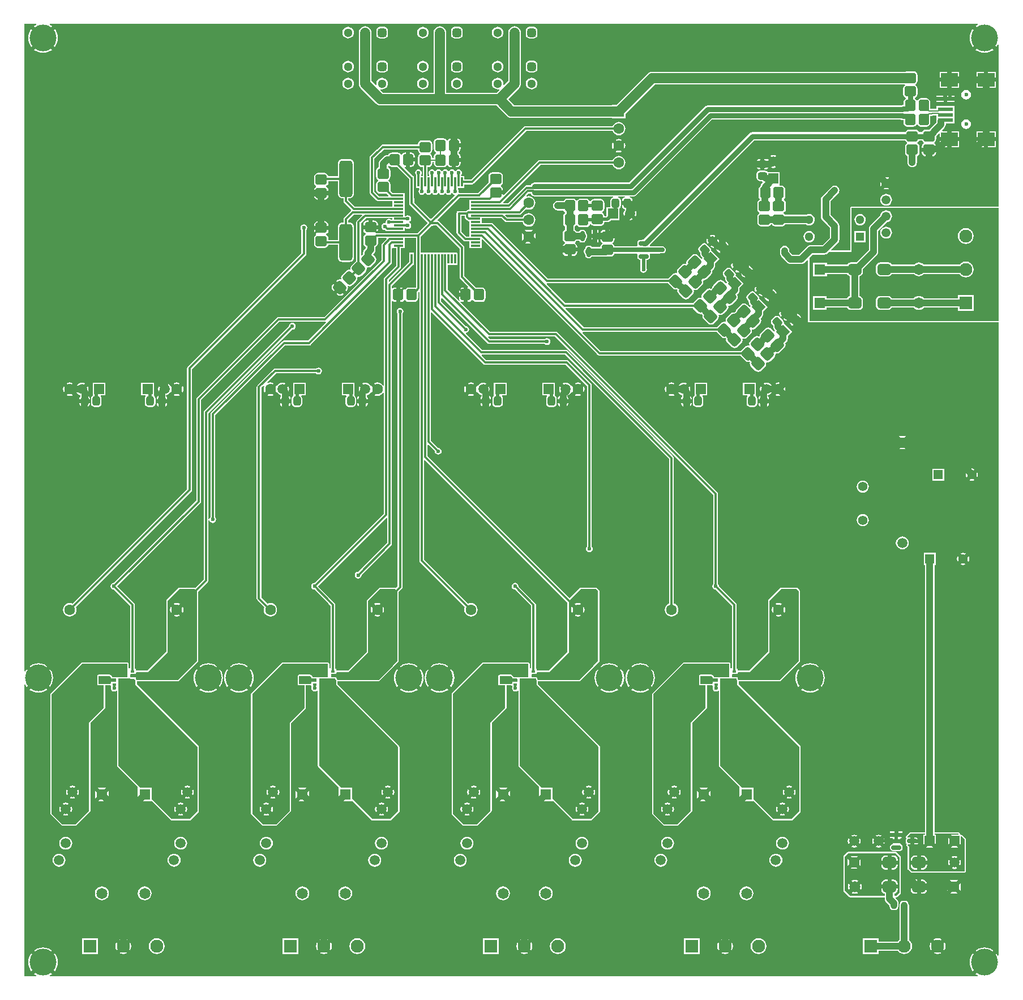
<source format=gtl>
G04*
G04 #@! TF.GenerationSoftware,Altium Limited,Altium Designer,20.1.14 (287)*
G04*
G04 Layer_Physical_Order=1*
G04 Layer_Color=2232046*
%FSLAX44Y44*%
%MOMM*%
G71*
G04*
G04 #@! TF.SameCoordinates,3D168701-3FA7-4EF5-9C64-F6DF4846A73D*
G04*
G04*
G04 #@! TF.FilePolarity,Positive*
G04*
G01*
G75*
%ADD12C,0.2000*%
%ADD15R,0.4300X0.4725*%
%ADD16R,1.9250X1.0500*%
%ADD17R,2.3000X0.5000*%
%ADD18R,2.5000X2.0000*%
G04:AMPARAMS|DCode=19|XSize=5.5mm|YSize=2mm|CornerRadius=0.5mm|HoleSize=0mm|Usage=FLASHONLY|Rotation=270.000|XOffset=0mm|YOffset=0mm|HoleType=Round|Shape=RoundedRectangle|*
%AMROUNDEDRECTD19*
21,1,5.5000,1.0000,0,0,270.0*
21,1,4.5000,2.0000,0,0,270.0*
1,1,1.0000,-0.5000,-2.2500*
1,1,1.0000,-0.5000,2.2500*
1,1,1.0000,0.5000,2.2500*
1,1,1.0000,0.5000,-2.2500*
%
%ADD19ROUNDEDRECTD19*%
%ADD20R,1.4500X0.3000*%
%ADD21R,0.3000X1.4500*%
G04:AMPARAMS|DCode=22|XSize=1.35mm|YSize=1.15mm|CornerRadius=0.2875mm|HoleSize=0mm|Usage=FLASHONLY|Rotation=90.000|XOffset=0mm|YOffset=0mm|HoleType=Round|Shape=RoundedRectangle|*
%AMROUNDEDRECTD22*
21,1,1.3500,0.5750,0,0,90.0*
21,1,0.7750,1.1500,0,0,90.0*
1,1,0.5750,0.2875,0.3875*
1,1,0.5750,0.2875,-0.3875*
1,1,0.5750,-0.2875,-0.3875*
1,1,0.5750,-0.2875,0.3875*
%
%ADD22ROUNDEDRECTD22*%
G04:AMPARAMS|DCode=23|XSize=1.35mm|YSize=1.15mm|CornerRadius=0.2875mm|HoleSize=0mm|Usage=FLASHONLY|Rotation=135.000|XOffset=0mm|YOffset=0mm|HoleType=Round|Shape=RoundedRectangle|*
%AMROUNDEDRECTD23*
21,1,1.3500,0.5750,0,0,135.0*
21,1,0.7750,1.1500,0,0,135.0*
1,1,0.5750,-0.0707,0.4773*
1,1,0.5750,0.4773,-0.0707*
1,1,0.5750,0.0707,-0.4773*
1,1,0.5750,-0.4773,0.0707*
%
%ADD23ROUNDEDRECTD23*%
G04:AMPARAMS|DCode=24|XSize=0.84mm|YSize=0.46mm|CornerRadius=0.115mm|HoleSize=0mm|Usage=FLASHONLY|Rotation=180.000|XOffset=0mm|YOffset=0mm|HoleType=Round|Shape=RoundedRectangle|*
%AMROUNDEDRECTD24*
21,1,0.8400,0.2300,0,0,180.0*
21,1,0.6100,0.4600,0,0,180.0*
1,1,0.2300,-0.3050,0.1150*
1,1,0.2300,0.3050,0.1150*
1,1,0.2300,0.3050,-0.1150*
1,1,0.2300,-0.3050,-0.1150*
%
%ADD24ROUNDEDRECTD24*%
G04:AMPARAMS|DCode=25|XSize=2.02mm|YSize=1.68mm|CornerRadius=0.42mm|HoleSize=0mm|Usage=FLASHONLY|Rotation=180.000|XOffset=0mm|YOffset=0mm|HoleType=Round|Shape=RoundedRectangle|*
%AMROUNDEDRECTD25*
21,1,2.0200,0.8400,0,0,180.0*
21,1,1.1800,1.6800,0,0,180.0*
1,1,0.8400,-0.5900,0.4200*
1,1,0.8400,0.5900,0.4200*
1,1,0.8400,0.5900,-0.4200*
1,1,0.8400,-0.5900,-0.4200*
%
%ADD25ROUNDEDRECTD25*%
G04:AMPARAMS|DCode=26|XSize=0.98mm|YSize=0.81mm|CornerRadius=0.2025mm|HoleSize=0mm|Usage=FLASHONLY|Rotation=270.000|XOffset=0mm|YOffset=0mm|HoleType=Round|Shape=RoundedRectangle|*
%AMROUNDEDRECTD26*
21,1,0.9800,0.4050,0,0,270.0*
21,1,0.5750,0.8100,0,0,270.0*
1,1,0.4050,-0.2025,-0.2875*
1,1,0.4050,-0.2025,0.2875*
1,1,0.4050,0.2025,0.2875*
1,1,0.4050,0.2025,-0.2875*
%
%ADD26ROUNDEDRECTD26*%
%ADD27R,0.6000X1.4500*%
G04:AMPARAMS|DCode=28|XSize=0.6mm|YSize=1.45mm|CornerRadius=0.15mm|HoleSize=0mm|Usage=FLASHONLY|Rotation=0.000|XOffset=0mm|YOffset=0mm|HoleType=Round|Shape=RoundedRectangle|*
%AMROUNDEDRECTD28*
21,1,0.6000,1.1500,0,0,0.0*
21,1,0.3000,1.4500,0,0,0.0*
1,1,0.3000,0.1500,-0.5750*
1,1,0.3000,-0.1500,-0.5750*
1,1,0.3000,-0.1500,0.5750*
1,1,0.3000,0.1500,0.5750*
%
%ADD28ROUNDEDRECTD28*%
G04:AMPARAMS|DCode=29|XSize=1.6mm|YSize=1.75mm|CornerRadius=0.4mm|HoleSize=0mm|Usage=FLASHONLY|Rotation=270.000|XOffset=0mm|YOffset=0mm|HoleType=Round|Shape=RoundedRectangle|*
%AMROUNDEDRECTD29*
21,1,1.6000,0.9500,0,0,270.0*
21,1,0.8000,1.7500,0,0,270.0*
1,1,0.8000,-0.4750,-0.4000*
1,1,0.8000,-0.4750,0.4000*
1,1,0.8000,0.4750,0.4000*
1,1,0.8000,0.4750,-0.4000*
%
%ADD29ROUNDEDRECTD29*%
%ADD30R,1.4500X0.6000*%
G04:AMPARAMS|DCode=31|XSize=0.6mm|YSize=1.45mm|CornerRadius=0.15mm|HoleSize=0mm|Usage=FLASHONLY|Rotation=90.000|XOffset=0mm|YOffset=0mm|HoleType=Round|Shape=RoundedRectangle|*
%AMROUNDEDRECTD31*
21,1,0.6000,1.1500,0,0,90.0*
21,1,0.3000,1.4500,0,0,90.0*
1,1,0.3000,0.5750,0.1500*
1,1,0.3000,0.5750,-0.1500*
1,1,0.3000,-0.5750,-0.1500*
1,1,0.3000,-0.5750,0.1500*
%
%ADD31ROUNDEDRECTD31*%
G04:AMPARAMS|DCode=32|XSize=1.6mm|YSize=1.75mm|CornerRadius=0.4mm|HoleSize=0mm|Usage=FLASHONLY|Rotation=0.000|XOffset=0mm|YOffset=0mm|HoleType=Round|Shape=RoundedRectangle|*
%AMROUNDEDRECTD32*
21,1,1.6000,0.9500,0,0,0.0*
21,1,0.8000,1.7500,0,0,0.0*
1,1,0.8000,0.4000,-0.4750*
1,1,0.8000,-0.4000,-0.4750*
1,1,0.8000,-0.4000,0.4750*
1,1,0.8000,0.4000,0.4750*
%
%ADD32ROUNDEDRECTD32*%
G04:AMPARAMS|DCode=33|XSize=1.6mm|YSize=1.75mm|CornerRadius=0.4mm|HoleSize=0mm|Usage=FLASHONLY|Rotation=225.000|XOffset=0mm|YOffset=0mm|HoleType=Round|Shape=RoundedRectangle|*
%AMROUNDEDRECTD33*
21,1,1.6000,0.9500,0,0,225.0*
21,1,0.8000,1.7500,0,0,225.0*
1,1,0.8000,-0.6187,0.0530*
1,1,0.8000,-0.0530,0.6187*
1,1,0.8000,0.6187,-0.0530*
1,1,0.8000,0.0530,-0.6187*
%
%ADD33ROUNDEDRECTD33*%
%ADD34R,0.2000X0.2000*%
%ADD35R,0.5800X0.4000*%
G04:AMPARAMS|DCode=36|XSize=1.6mm|YSize=1.75mm|CornerRadius=0.4mm|HoleSize=0mm|Usage=FLASHONLY|Rotation=315.000|XOffset=0mm|YOffset=0mm|HoleType=Round|Shape=RoundedRectangle|*
%AMROUNDEDRECTD36*
21,1,1.6000,0.9500,0,0,315.0*
21,1,0.8000,1.7500,0,0,315.0*
1,1,0.8000,-0.0530,-0.6187*
1,1,0.8000,-0.6187,-0.0530*
1,1,0.8000,0.0530,0.6187*
1,1,0.8000,0.6187,0.0530*
%
%ADD36ROUNDEDRECTD36*%
G04:AMPARAMS|DCode=37|XSize=1.35mm|YSize=1.15mm|CornerRadius=0.2875mm|HoleSize=0mm|Usage=FLASHONLY|Rotation=180.000|XOffset=0mm|YOffset=0mm|HoleType=Round|Shape=RoundedRectangle|*
%AMROUNDEDRECTD37*
21,1,1.3500,0.5750,0,0,180.0*
21,1,0.7750,1.1500,0,0,180.0*
1,1,0.5750,-0.3875,0.2875*
1,1,0.5750,0.3875,0.2875*
1,1,0.5750,0.3875,-0.2875*
1,1,0.5750,-0.3875,-0.2875*
%
%ADD37ROUNDEDRECTD37*%
%ADD60C,1.4000*%
%ADD62R,1.4000X1.4000*%
%ADD68R,1.5000X1.5000*%
%ADD69C,1.5000*%
%ADD70C,1.6000*%
%ADD74R,1.6000X1.6000*%
%ADD82C,1.0000*%
%ADD83C,1.5000*%
%ADD84C,0.3000*%
%ADD85C,0.8000*%
%ADD86C,0.5000*%
%ADD87C,0.7416*%
%ADD88C,0.7000*%
%ADD89R,0.3000X0.7000*%
%ADD90C,0.6000*%
%ADD91C,1.3000*%
G04:AMPARAMS|DCode=92|XSize=1.3mm|YSize=1.3mm|CornerRadius=0.325mm|HoleSize=0mm|Usage=FLASHONLY|Rotation=270.000|XOffset=0mm|YOffset=0mm|HoleType=Round|Shape=RoundedRectangle|*
%AMROUNDEDRECTD92*
21,1,1.3000,0.6500,0,0,270.0*
21,1,0.6500,1.3000,0,0,270.0*
1,1,0.6500,-0.3250,-0.3250*
1,1,0.6500,-0.3250,0.3250*
1,1,0.6500,0.3250,0.3250*
1,1,0.6500,0.3250,-0.3250*
%
%ADD92ROUNDEDRECTD92*%
%ADD93R,1.3000X1.3000*%
%ADD94C,1.3370*%
G04:AMPARAMS|DCode=95|XSize=1.337mm|YSize=1.337mm|CornerRadius=0.3343mm|HoleSize=0mm|Usage=FLASHONLY|Rotation=270.000|XOffset=0mm|YOffset=0mm|HoleType=Round|Shape=RoundedRectangle|*
%AMROUNDEDRECTD95*
21,1,1.3370,0.6685,0,0,270.0*
21,1,0.6685,1.3370,0,0,270.0*
1,1,0.6685,-0.3343,-0.3343*
1,1,0.6685,-0.3343,0.3343*
1,1,0.6685,0.3343,0.3343*
1,1,0.6685,0.3343,-0.3343*
%
%ADD95ROUNDEDRECTD95*%
%ADD96P,2.1213X4X270.0*%
%ADD97C,1.6500*%
%ADD98R,1.6500X1.6500*%
%ADD99R,1.5000X1.5000*%
%ADD100R,1.6500X1.6500*%
%ADD101C,1.5150*%
%ADD102C,1.9500*%
%ADD103R,1.9500X1.9500*%
%ADD104R,1.9500X1.9500*%
%ADD105C,4.0000*%
G36*
X1624096Y1597652D02*
X1621718Y1596381D01*
X1620699Y1595544D01*
X1636121Y1580121D01*
X1651544Y1564699D01*
X1652381Y1565718D01*
X1653652Y1568096D01*
X1654922Y1567778D01*
X1654922Y1325789D01*
X1435000D01*
X1434220Y1325634D01*
X1433558Y1325192D01*
X1433116Y1324530D01*
X1432961Y1323750D01*
Y1260039D01*
X1405305Y1260039D01*
X1404819Y1261212D01*
X1414892Y1271287D01*
X1416015Y1272749D01*
X1416720Y1274452D01*
X1416960Y1276279D01*
Y1297100D01*
X1416720Y1298927D01*
X1416015Y1300630D01*
X1414892Y1302092D01*
X1403584Y1313401D01*
Y1333599D01*
X1414992Y1345007D01*
X1416114Y1346469D01*
X1416819Y1348172D01*
X1417060Y1350000D01*
X1416819Y1351827D01*
X1416114Y1353530D01*
X1414992Y1354992D01*
X1413530Y1356114D01*
X1411827Y1356819D01*
X1410000Y1357060D01*
X1408172Y1356819D01*
X1406469Y1356114D01*
X1405007Y1354992D01*
X1391531Y1341516D01*
X1390409Y1340053D01*
X1389703Y1338351D01*
X1389463Y1336523D01*
Y1310477D01*
X1389703Y1308650D01*
X1390409Y1306947D01*
X1391531Y1305484D01*
X1402840Y1294176D01*
Y1279203D01*
X1391697Y1268060D01*
X1374000D01*
X1372173Y1267820D01*
X1370470Y1267114D01*
X1369008Y1265993D01*
X1357076Y1254060D01*
X1346924D01*
X1342060Y1258925D01*
Y1260000D01*
X1341819Y1261827D01*
X1341114Y1263530D01*
X1339992Y1264992D01*
X1338530Y1266114D01*
X1336827Y1266819D01*
X1335000Y1267060D01*
X1333172Y1266819D01*
X1331469Y1266114D01*
X1330007Y1264992D01*
X1328885Y1263530D01*
X1328180Y1261827D01*
X1327939Y1260000D01*
Y1256001D01*
X1328180Y1254173D01*
X1328885Y1252470D01*
X1330007Y1251008D01*
X1339008Y1242008D01*
X1340470Y1240886D01*
X1342173Y1240180D01*
X1344000Y1239940D01*
X1360000D01*
X1361827Y1240180D01*
X1363530Y1240886D01*
X1364993Y1242008D01*
X1368788Y1245803D01*
X1369961Y1245317D01*
X1369961Y1154750D01*
X1370116Y1153970D01*
X1370558Y1153308D01*
X1371220Y1152866D01*
X1372000Y1152711D01*
X1654922Y1152711D01*
X1654922Y1151441D01*
X1654922Y206222D01*
X1653652Y205904D01*
X1652381Y208282D01*
X1651544Y209301D01*
X1636121Y193879D01*
X1620699Y178456D01*
X1621718Y177619D01*
X1624096Y176348D01*
X1623778Y175078D01*
X236222D01*
X235904Y176348D01*
X238282Y177619D01*
X239301Y178456D01*
X226000Y191757D01*
X212699Y178456D01*
X213718Y177619D01*
X216096Y176348D01*
X215778Y175078D01*
X198078D01*
X198078Y610778D01*
X199348Y611096D01*
X200619Y608718D01*
X201456Y607699D01*
X214757Y621000D01*
X201456Y634301D01*
X200619Y633282D01*
X199348Y630904D01*
X198078Y631222D01*
X198078Y1598922D01*
X215778D01*
X216096Y1597652D01*
X213718Y1596381D01*
X212699Y1595544D01*
X226000Y1582243D01*
X239301Y1595544D01*
X238282Y1596381D01*
X235904Y1597652D01*
X236222Y1598922D01*
X1623778D01*
X1624096Y1597652D01*
D02*
G37*
G36*
X1654922Y1154750D02*
X1372000Y1154750D01*
X1372000Y1249015D01*
X1376924Y1253940D01*
X1394621D01*
X1396448Y1254180D01*
X1398151Y1254886D01*
X1399613Y1256008D01*
X1401606Y1258000D01*
X1435000Y1258000D01*
Y1323750D01*
X1654922D01*
Y1154750D01*
D02*
G37*
%LPC*%
G36*
X906000Y1594573D02*
X903781Y1594281D01*
X901713Y1593425D01*
X899938Y1592062D01*
X898575Y1590287D01*
X897719Y1588219D01*
X897427Y1586000D01*
X897719Y1583781D01*
X898575Y1581713D01*
X899938Y1579938D01*
X901713Y1578575D01*
X903781Y1577719D01*
X906000Y1577427D01*
X908219Y1577719D01*
X910287Y1578575D01*
X912062Y1579938D01*
X913425Y1581713D01*
X914281Y1583781D01*
X914573Y1586000D01*
X914281Y1588219D01*
X913425Y1590287D01*
X912062Y1592062D01*
X910287Y1593425D01*
X908219Y1594281D01*
X906000Y1594573D01*
D02*
G37*
G36*
X794000D02*
X791781Y1594281D01*
X789713Y1593425D01*
X787938Y1592062D01*
X786575Y1590287D01*
X785719Y1588219D01*
X785427Y1586000D01*
X785719Y1583781D01*
X786575Y1581713D01*
X787938Y1579938D01*
X789713Y1578575D01*
X791781Y1577719D01*
X794000Y1577427D01*
X796219Y1577719D01*
X798287Y1578575D01*
X800062Y1579938D01*
X801425Y1581713D01*
X802281Y1583781D01*
X802573Y1586000D01*
X802281Y1588219D01*
X801425Y1590287D01*
X800062Y1592062D01*
X798287Y1593425D01*
X796219Y1594281D01*
X794000Y1594573D01*
D02*
G37*
G36*
X682200D02*
X679981Y1594281D01*
X677913Y1593425D01*
X676138Y1592062D01*
X674775Y1590287D01*
X673919Y1588219D01*
X673627Y1586000D01*
X673919Y1583781D01*
X674775Y1581713D01*
X676138Y1579938D01*
X677913Y1578575D01*
X679981Y1577719D01*
X682200Y1577427D01*
X684419Y1577719D01*
X686487Y1578575D01*
X688262Y1579938D01*
X689625Y1581713D01*
X690481Y1583781D01*
X690773Y1586000D01*
X690481Y1588219D01*
X689625Y1590287D01*
X688262Y1592062D01*
X686487Y1593425D01*
X684419Y1594281D01*
X682200Y1594573D01*
D02*
G37*
G36*
X960050Y1594603D02*
X953550D01*
X951502Y1594195D01*
X949765Y1593035D01*
X948605Y1591299D01*
X948197Y1589250D01*
Y1582750D01*
X948605Y1580702D01*
X949765Y1578965D01*
X951502Y1577805D01*
X953550Y1577397D01*
X960050D01*
X962098Y1577805D01*
X963835Y1578965D01*
X964995Y1580702D01*
X965403Y1582750D01*
Y1589250D01*
X964995Y1591299D01*
X963835Y1593035D01*
X962098Y1594195D01*
X960050Y1594603D01*
D02*
G37*
G36*
X848050D02*
X841550D01*
X839501Y1594195D01*
X837765Y1593035D01*
X836605Y1591299D01*
X836197Y1589250D01*
Y1582750D01*
X836605Y1580702D01*
X837765Y1578965D01*
X839501Y1577805D01*
X841550Y1577397D01*
X848050D01*
X850098Y1577805D01*
X851835Y1578965D01*
X852995Y1580702D01*
X853403Y1582750D01*
Y1589250D01*
X852995Y1591299D01*
X851835Y1593035D01*
X850098Y1594195D01*
X848050Y1594603D01*
D02*
G37*
G36*
X736250D02*
X729750D01*
X727701Y1594195D01*
X725965Y1593035D01*
X724805Y1591299D01*
X724397Y1589250D01*
Y1582750D01*
X724805Y1580702D01*
X725965Y1578965D01*
X727701Y1577805D01*
X729750Y1577397D01*
X736250D01*
X738298Y1577805D01*
X740035Y1578965D01*
X741195Y1580702D01*
X741603Y1582750D01*
Y1589250D01*
X741195Y1591299D01*
X740035Y1593035D01*
X738298Y1594195D01*
X736250Y1594603D01*
D02*
G37*
G36*
X208456Y1591301D02*
X207619Y1590282D01*
X205576Y1586460D01*
X204318Y1582313D01*
X203894Y1578000D01*
X204318Y1573687D01*
X205576Y1569540D01*
X207619Y1565718D01*
X208456Y1564699D01*
X221757Y1578000D01*
X208456Y1591301D01*
D02*
G37*
G36*
X243544Y1591301D02*
X230243Y1578000D01*
X243544Y1564699D01*
X244381Y1565718D01*
X246424Y1569540D01*
X247682Y1573687D01*
X248106Y1578000D01*
X247682Y1582313D01*
X246424Y1586460D01*
X244381Y1590282D01*
X243544Y1591301D01*
D02*
G37*
G36*
X1616456Y1591301D02*
X1615619Y1590282D01*
X1613576Y1586460D01*
X1612318Y1582313D01*
X1611894Y1578000D01*
X1612318Y1573687D01*
X1613576Y1569540D01*
X1615619Y1565718D01*
X1616456Y1564699D01*
X1629757Y1578000D01*
X1616456Y1591301D01*
D02*
G37*
G36*
X1634000Y1573757D02*
X1620699Y1560456D01*
X1621718Y1559619D01*
X1625540Y1557576D01*
X1629687Y1556318D01*
X1634000Y1555894D01*
X1638313Y1556318D01*
X1642460Y1557576D01*
X1646282Y1559619D01*
X1647301Y1560456D01*
X1634000Y1573757D01*
D02*
G37*
G36*
X226000Y1573757D02*
X212699Y1560456D01*
X213718Y1559619D01*
X217540Y1557576D01*
X221687Y1556318D01*
X226000Y1555894D01*
X230313Y1556318D01*
X234460Y1557576D01*
X238282Y1559619D01*
X239301Y1560456D01*
X226000Y1573757D01*
D02*
G37*
G36*
X906000Y1543773D02*
X903781Y1543481D01*
X901713Y1542625D01*
X899938Y1541262D01*
X898575Y1539487D01*
X897719Y1537419D01*
X897427Y1535200D01*
X897719Y1532981D01*
X898575Y1530913D01*
X899938Y1529138D01*
X901713Y1527775D01*
X903781Y1526919D01*
X906000Y1526627D01*
X908219Y1526919D01*
X910287Y1527775D01*
X912062Y1529138D01*
X913425Y1530913D01*
X914281Y1532981D01*
X914573Y1535200D01*
X914281Y1537419D01*
X913425Y1539487D01*
X912062Y1541262D01*
X910287Y1542625D01*
X908219Y1543481D01*
X906000Y1543773D01*
D02*
G37*
G36*
X794000D02*
X791781Y1543481D01*
X789713Y1542625D01*
X787938Y1541262D01*
X786575Y1539487D01*
X785719Y1537419D01*
X785427Y1535200D01*
X785719Y1532981D01*
X786575Y1530913D01*
X787938Y1529138D01*
X789713Y1527775D01*
X791781Y1526919D01*
X794000Y1526627D01*
X796219Y1526919D01*
X798287Y1527775D01*
X800062Y1529138D01*
X801425Y1530913D01*
X802281Y1532981D01*
X802573Y1535200D01*
X802281Y1537419D01*
X801425Y1539487D01*
X800062Y1541262D01*
X798287Y1542625D01*
X796219Y1543481D01*
X794000Y1543773D01*
D02*
G37*
G36*
X682200D02*
X679981Y1543481D01*
X677913Y1542625D01*
X676138Y1541262D01*
X674775Y1539487D01*
X673919Y1537419D01*
X673627Y1535200D01*
X673919Y1532981D01*
X674775Y1530913D01*
X676138Y1529138D01*
X677913Y1527775D01*
X679981Y1526919D01*
X682200Y1526627D01*
X684419Y1526919D01*
X686487Y1527775D01*
X688262Y1529138D01*
X689625Y1530913D01*
X690481Y1532981D01*
X690773Y1535200D01*
X690481Y1537419D01*
X689625Y1539487D01*
X688262Y1541262D01*
X686487Y1542625D01*
X684419Y1543481D01*
X682200Y1543773D01*
D02*
G37*
G36*
X960050Y1543803D02*
X953550D01*
X951502Y1543395D01*
X949765Y1542235D01*
X948605Y1540499D01*
X948197Y1538450D01*
Y1531950D01*
X948605Y1529902D01*
X949765Y1528165D01*
X951502Y1527005D01*
X953550Y1526597D01*
X960050D01*
X962098Y1527005D01*
X963835Y1528165D01*
X964995Y1529902D01*
X965403Y1531950D01*
Y1538450D01*
X964995Y1540499D01*
X963835Y1542235D01*
X962098Y1543395D01*
X960050Y1543803D01*
D02*
G37*
G36*
X848050D02*
X841550D01*
X839501Y1543395D01*
X837765Y1542235D01*
X836605Y1540499D01*
X836197Y1538450D01*
Y1531950D01*
X836605Y1529902D01*
X837765Y1528165D01*
X839501Y1527005D01*
X841550Y1526597D01*
X848050D01*
X850098Y1527005D01*
X851835Y1528165D01*
X852995Y1529902D01*
X853403Y1531950D01*
Y1538450D01*
X852995Y1540499D01*
X851835Y1542235D01*
X850098Y1543395D01*
X848050Y1543803D01*
D02*
G37*
G36*
X736250D02*
X729750D01*
X727701Y1543395D01*
X725965Y1542235D01*
X724805Y1540499D01*
X724397Y1538450D01*
Y1531950D01*
X724805Y1529902D01*
X725965Y1528165D01*
X727701Y1527005D01*
X729750Y1526597D01*
X736250D01*
X738298Y1527005D01*
X740035Y1528165D01*
X741195Y1529902D01*
X741603Y1531950D01*
Y1538450D01*
X741195Y1540499D01*
X740035Y1542235D01*
X738298Y1543395D01*
X736250Y1543803D01*
D02*
G37*
G36*
X1596000Y1527500D02*
X1584500D01*
Y1518500D01*
X1596000D01*
Y1527500D01*
D02*
G37*
G36*
X1578500D02*
X1567000D01*
Y1518500D01*
X1578500D01*
Y1527500D01*
D02*
G37*
G36*
X1651000D02*
X1639500D01*
Y1518500D01*
X1651000D01*
Y1527500D01*
D02*
G37*
G36*
X1633500D02*
X1622000D01*
Y1518500D01*
X1633500D01*
Y1527500D01*
D02*
G37*
G36*
X931400Y1595582D02*
X928920Y1595255D01*
X926609Y1594298D01*
X924624Y1592776D01*
X923102Y1590791D01*
X922144Y1588480D01*
X921818Y1586000D01*
Y1535200D01*
Y1513769D01*
X915552Y1507503D01*
X914349Y1508096D01*
X914573Y1509800D01*
X914281Y1512019D01*
X913425Y1514087D01*
X912062Y1515862D01*
X910287Y1517225D01*
X908219Y1518081D01*
X906000Y1518373D01*
X903781Y1518081D01*
X901713Y1517225D01*
X899938Y1515862D01*
X898575Y1514087D01*
X897719Y1512019D01*
X897427Y1509800D01*
X897719Y1507581D01*
X898575Y1505513D01*
X899938Y1503738D01*
X901713Y1502375D01*
X903781Y1501519D01*
X906000Y1501227D01*
X907704Y1501451D01*
X908297Y1500248D01*
X904035Y1495986D01*
X828982D01*
Y1509800D01*
Y1535200D01*
Y1586000D01*
X828655Y1588480D01*
X827698Y1590791D01*
X826175Y1592776D01*
X824191Y1594298D01*
X821880Y1595255D01*
X819400Y1595582D01*
X816920Y1595255D01*
X814609Y1594298D01*
X812625Y1592776D01*
X811102Y1590791D01*
X810145Y1588480D01*
X809818Y1586000D01*
Y1535200D01*
Y1509800D01*
Y1495986D01*
X734965D01*
X730703Y1500248D01*
X731296Y1501451D01*
X733000Y1501227D01*
X735219Y1501519D01*
X737287Y1502375D01*
X739062Y1503738D01*
X740425Y1505513D01*
X741281Y1507581D01*
X741573Y1509800D01*
X741281Y1512019D01*
X740425Y1514087D01*
X739062Y1515862D01*
X737287Y1517225D01*
X735219Y1518081D01*
X733000Y1518373D01*
X730781Y1518081D01*
X728713Y1517225D01*
X726938Y1515862D01*
X725575Y1514087D01*
X724719Y1512019D01*
X724427Y1509800D01*
X724651Y1508096D01*
X723448Y1507503D01*
X717182Y1513769D01*
Y1535200D01*
Y1586000D01*
X716855Y1588480D01*
X715898Y1590791D01*
X714375Y1592776D01*
X712391Y1594298D01*
X710080Y1595255D01*
X707600Y1595582D01*
X705120Y1595255D01*
X702809Y1594298D01*
X700825Y1592776D01*
X699302Y1590791D01*
X698344Y1588480D01*
X698018Y1586000D01*
Y1535200D01*
Y1509800D01*
X698344Y1507320D01*
X699302Y1505009D01*
X700825Y1503025D01*
X724221Y1479628D01*
X726205Y1478106D01*
X728516Y1477148D01*
X730996Y1476822D01*
X904035D01*
X919832Y1461025D01*
X921817Y1459502D01*
X924128Y1458545D01*
X926608Y1458218D01*
X1077000D01*
Y1457800D01*
X1097000D01*
Y1464249D01*
X1141169Y1508418D01*
X1514770D01*
X1515155Y1507148D01*
X1513924Y1506326D01*
X1512598Y1504341D01*
X1512133Y1502000D01*
Y1494000D01*
X1512598Y1491659D01*
X1513924Y1489674D01*
X1515909Y1488348D01*
X1516085Y1487018D01*
X1514674Y1486076D01*
X1513348Y1484091D01*
X1512883Y1481750D01*
Y1478872D01*
X1512138Y1477958D01*
X1509911Y1477515D01*
X1508871Y1476820D01*
X1220000D01*
X1217773Y1476377D01*
X1215885Y1475115D01*
X1215885Y1475115D01*
X1102797Y1362028D01*
X961208D01*
X958981Y1361585D01*
X957093Y1360323D01*
X955831Y1358435D01*
X955659Y1357569D01*
X949000D01*
X947634Y1357297D01*
X946477Y1356523D01*
X921022Y1331069D01*
X914696D01*
X914210Y1332242D01*
X969999Y1388031D01*
X1077654D01*
X1078265Y1386557D01*
X1079868Y1384468D01*
X1081957Y1382865D01*
X1084389Y1381857D01*
X1087000Y1381514D01*
X1089611Y1381857D01*
X1092043Y1382865D01*
X1094132Y1384468D01*
X1095735Y1386557D01*
X1096743Y1388990D01*
X1097086Y1391600D01*
X1096743Y1394211D01*
X1095735Y1396643D01*
X1094132Y1398732D01*
X1092043Y1400335D01*
X1089611Y1401343D01*
X1087000Y1401686D01*
X1084389Y1401343D01*
X1081957Y1400335D01*
X1079868Y1398732D01*
X1078265Y1396643D01*
X1077654Y1395169D01*
X968521D01*
X967155Y1394897D01*
X965998Y1394123D01*
X915138Y1343263D01*
X913868Y1343789D01*
Y1343950D01*
X903000D01*
Y1349950D01*
X913868D01*
Y1350950D01*
X913402Y1353291D01*
X912076Y1355276D01*
X910668Y1356216D01*
Y1357683D01*
X912076Y1358624D01*
X913402Y1360609D01*
X913868Y1362950D01*
Y1370950D01*
X913402Y1373291D01*
X912076Y1375276D01*
X910091Y1376602D01*
X907750Y1377067D01*
X898250D01*
X895909Y1376602D01*
X893924Y1375276D01*
X892598Y1373291D01*
X892132Y1370950D01*
Y1362950D01*
X892385Y1361682D01*
X876772Y1346069D01*
X848311D01*
X848295Y1346075D01*
X847367Y1347339D01*
X847598Y1348500D01*
X847210Y1350451D01*
X846188Y1351980D01*
X846503Y1353250D01*
X856000D01*
Y1358931D01*
X867579D01*
X868945Y1359203D01*
X870102Y1359977D01*
X948957Y1438831D01*
X1077654D01*
X1078265Y1437357D01*
X1079868Y1435268D01*
X1081957Y1433665D01*
X1084389Y1432657D01*
X1087000Y1432314D01*
X1089611Y1432657D01*
X1092043Y1433665D01*
X1094132Y1435268D01*
X1095735Y1437357D01*
X1096743Y1439789D01*
X1097086Y1442400D01*
X1096743Y1445011D01*
X1095735Y1447443D01*
X1094132Y1449532D01*
X1092043Y1451135D01*
X1089611Y1452143D01*
X1087000Y1452486D01*
X1084389Y1452143D01*
X1081957Y1451135D01*
X1079868Y1449532D01*
X1078265Y1447443D01*
X1077654Y1445969D01*
X947479D01*
X946113Y1445697D01*
X944956Y1444923D01*
X866101Y1366069D01*
X856000D01*
Y1371750D01*
X851503D01*
X851188Y1373020D01*
X852210Y1374549D01*
X852598Y1376500D01*
X852210Y1378451D01*
X851105Y1380105D01*
X849451Y1381210D01*
X847500Y1381598D01*
X845549Y1381210D01*
X843895Y1380105D01*
X843264Y1379160D01*
X841736D01*
X841105Y1380105D01*
X839451Y1381210D01*
X837500Y1381598D01*
X835549Y1381210D01*
X833895Y1380105D01*
X833264Y1379160D01*
X831736D01*
X831105Y1380105D01*
X829451Y1381210D01*
X827500Y1381598D01*
X825549Y1381210D01*
X823895Y1380105D01*
X823264Y1379160D01*
X821736D01*
X821105Y1380105D01*
X819451Y1381210D01*
X817500Y1381598D01*
X815549Y1381210D01*
X813895Y1380105D01*
X813264Y1379160D01*
X811736D01*
X811105Y1380105D01*
X809451Y1381210D01*
X807500Y1381598D01*
X805549Y1381210D01*
X803895Y1380105D01*
X802790Y1378451D01*
X802402Y1376500D01*
X802790Y1374549D01*
X803812Y1373020D01*
X803497Y1371750D01*
X801069D01*
Y1384752D01*
X802250D01*
X804591Y1385218D01*
X806576Y1386544D01*
X807902Y1388529D01*
X808368Y1390870D01*
Y1392403D01*
X810383D01*
Y1390712D01*
X810848Y1388370D01*
X812174Y1386386D01*
X814159Y1385060D01*
X816500Y1384594D01*
X824500D01*
X826841Y1385060D01*
X828826Y1386386D01*
X829767Y1387794D01*
X831234D01*
X832174Y1386386D01*
X834159Y1385060D01*
X836500Y1384594D01*
X837500D01*
Y1395461D01*
X840500D01*
Y1398461D01*
X850618D01*
Y1400211D01*
X850152Y1402553D01*
X848826Y1404537D01*
X847187Y1405632D01*
X847127Y1405838D01*
Y1406837D01*
X847187Y1407043D01*
X848826Y1408138D01*
X850152Y1410123D01*
X850618Y1412464D01*
Y1414214D01*
X840500D01*
Y1417214D01*
X837500D01*
Y1428082D01*
X836500D01*
X834159Y1427616D01*
X832174Y1426290D01*
X831234Y1424882D01*
X829767D01*
X828826Y1426290D01*
X826841Y1427616D01*
X824500Y1428082D01*
X816500D01*
X814159Y1427616D01*
X812174Y1426290D01*
X810848Y1424305D01*
X810383Y1421964D01*
Y1412464D01*
X810848Y1410123D01*
X812174Y1408138D01*
X813813Y1407043D01*
X813874Y1406837D01*
Y1405838D01*
X813813Y1405632D01*
X812174Y1404537D01*
X810848Y1402553D01*
X810383Y1400211D01*
Y1398520D01*
X808368D01*
Y1398870D01*
X807902Y1401211D01*
X806576Y1403196D01*
X805168Y1404136D01*
Y1405603D01*
X806576Y1406544D01*
X807902Y1408529D01*
X808368Y1410870D01*
Y1418870D01*
X807902Y1421211D01*
X806576Y1423196D01*
X804591Y1424522D01*
X802250Y1424987D01*
X792750D01*
X790409Y1424522D01*
X788424Y1423196D01*
X787098Y1421211D01*
X786633Y1418870D01*
Y1418438D01*
X733870D01*
X732504Y1418167D01*
X731347Y1417393D01*
X725373Y1411419D01*
X715477Y1401523D01*
X714703Y1400366D01*
X714431Y1399000D01*
Y1347000D01*
X714703Y1345634D01*
X715477Y1344477D01*
X724977Y1334977D01*
X726134Y1334203D01*
X727500Y1333931D01*
X748250D01*
Y1326069D01*
X691978D01*
X682569Y1335478D01*
Y1337940D01*
X684000D01*
X685827Y1338180D01*
X687530Y1338885D01*
X688992Y1340008D01*
X690115Y1341470D01*
X690820Y1343173D01*
X691060Y1345000D01*
Y1390000D01*
X690820Y1391827D01*
X690115Y1393530D01*
X688992Y1394993D01*
X687530Y1396115D01*
X685827Y1396820D01*
X684000Y1397060D01*
X674000D01*
X672173Y1396820D01*
X670470Y1396115D01*
X669008Y1394993D01*
X667886Y1393530D01*
X667180Y1391827D01*
X666940Y1390000D01*
Y1371069D01*
X652655D01*
X652402Y1372341D01*
X651076Y1374326D01*
X649091Y1375652D01*
X646750Y1376118D01*
X637250D01*
X634909Y1375652D01*
X632924Y1374326D01*
X631598Y1372341D01*
X631133Y1370000D01*
Y1362000D01*
X631598Y1359659D01*
X632924Y1357674D01*
X634332Y1356734D01*
Y1355267D01*
X632924Y1354326D01*
X631598Y1352341D01*
X631133Y1350000D01*
Y1349000D01*
X642000D01*
X652868D01*
Y1350000D01*
X652402Y1352341D01*
X651076Y1354326D01*
X649668Y1355267D01*
Y1356734D01*
X651076Y1357674D01*
X652402Y1359659D01*
X652868Y1362000D01*
Y1363931D01*
X666940D01*
Y1345000D01*
X667180Y1343173D01*
X667886Y1341470D01*
X669008Y1340008D01*
X670470Y1338885D01*
X672173Y1338180D01*
X674000Y1337940D01*
X675432D01*
Y1334000D01*
X675703Y1332634D01*
X676477Y1331477D01*
X686753Y1321201D01*
X686555Y1319602D01*
X676477Y1309524D01*
X675703Y1308366D01*
X675432Y1307000D01*
Y1302060D01*
X674000D01*
X672173Y1301820D01*
X670470Y1301115D01*
X669008Y1299992D01*
X667886Y1298530D01*
X667180Y1296827D01*
X666940Y1295000D01*
Y1276069D01*
X652868D01*
Y1278000D01*
X652402Y1280341D01*
X651076Y1282326D01*
X649668Y1283267D01*
Y1284733D01*
X651076Y1285674D01*
X652402Y1287659D01*
X652868Y1290000D01*
Y1291000D01*
X642000D01*
X631133D01*
Y1290000D01*
X631598Y1287659D01*
X632924Y1285674D01*
X634332Y1284733D01*
Y1283267D01*
X632924Y1282326D01*
X631598Y1280341D01*
X631133Y1278000D01*
Y1270000D01*
X631598Y1267659D01*
X632924Y1265674D01*
X634909Y1264348D01*
X637250Y1263883D01*
X646750D01*
X649091Y1264348D01*
X651076Y1265674D01*
X652402Y1267659D01*
X652655Y1268931D01*
X666940D01*
Y1250000D01*
X667180Y1248173D01*
X667886Y1246470D01*
X669008Y1245007D01*
X670470Y1243885D01*
X672173Y1243180D01*
X674000Y1242940D01*
X684000D01*
X685827Y1243180D01*
X687530Y1243885D01*
X688992Y1245007D01*
X690115Y1246470D01*
X690820Y1248173D01*
X691060Y1250000D01*
Y1295000D01*
X690820Y1296827D01*
X690115Y1298530D01*
X688992Y1299992D01*
X687530Y1301115D01*
X685827Y1301820D01*
X684000Y1302060D01*
X682569D01*
Y1305522D01*
X690978Y1313931D01*
X702680D01*
X703166Y1312758D01*
X695477Y1305069D01*
X694703Y1303911D01*
X694432Y1302546D01*
Y1244373D01*
X693144Y1243513D01*
X687487Y1237856D01*
X686161Y1235871D01*
X685695Y1233530D01*
X685980Y1232100D01*
X684900Y1231020D01*
X683470Y1231305D01*
X681129Y1230839D01*
X679144Y1229513D01*
X673487Y1223856D01*
X672161Y1221871D01*
X671695Y1219530D01*
X672026Y1217869D01*
X670988Y1216832D01*
X669328Y1217163D01*
X666986Y1216697D01*
X665002Y1215371D01*
X664295Y1214664D01*
X671979Y1206979D01*
X679664Y1199295D01*
X680371Y1200002D01*
X681697Y1201986D01*
X682163Y1204328D01*
X681832Y1205988D01*
X682870Y1207026D01*
X684530Y1206695D01*
X686871Y1207161D01*
X688856Y1208487D01*
X694513Y1214144D01*
X695839Y1216129D01*
X696305Y1218470D01*
X696020Y1219900D01*
X697100Y1220980D01*
X698530Y1220695D01*
X700871Y1221161D01*
X702856Y1222487D01*
X708513Y1228144D01*
X709839Y1230129D01*
X710305Y1232470D01*
X709974Y1234130D01*
X711012Y1235168D01*
X712673Y1234837D01*
X715014Y1235303D01*
X716998Y1236629D01*
X722655Y1242286D01*
X723981Y1244271D01*
X724447Y1246612D01*
X723981Y1248953D01*
X722655Y1250938D01*
X719289Y1254304D01*
X720993Y1256008D01*
X722114Y1257470D01*
X722820Y1259173D01*
X723060Y1261000D01*
Y1265342D01*
X723091Y1265348D01*
X725076Y1266674D01*
X726402Y1268659D01*
X726868Y1271000D01*
Y1278932D01*
X739225D01*
X739711Y1277758D01*
X732977Y1271023D01*
X732203Y1269866D01*
X731932Y1268500D01*
Y1245978D01*
X646522Y1160569D01*
X578000D01*
X576634Y1160297D01*
X575477Y1159523D01*
X456166Y1040212D01*
X455392Y1039055D01*
X455121Y1037689D01*
Y886167D01*
X332043Y763090D01*
X332000Y763098D01*
X330049Y762710D01*
X328395Y761605D01*
X327290Y759951D01*
X326902Y758000D01*
X327290Y756049D01*
X328395Y754395D01*
X330049Y753290D01*
X332000Y752902D01*
X332043Y752911D01*
X356031Y728922D01*
Y635648D01*
X355771Y635388D01*
X354185Y635526D01*
X354039Y635746D01*
X354039Y642000D01*
X353884Y642780D01*
X353442Y643442D01*
X352780Y643884D01*
X352000Y644039D01*
X284000Y644039D01*
X283220Y643884D01*
X282558Y643442D01*
X282558Y643442D01*
X237558Y598442D01*
X237116Y597780D01*
X236961Y597000D01*
X236961Y418273D01*
X237116Y417493D01*
X237558Y416831D01*
X253558Y400831D01*
X254220Y400389D01*
X255000Y400234D01*
X274622D01*
X275403Y400389D01*
X276064Y400831D01*
X296442Y421209D01*
X296884Y421870D01*
X297039Y422651D01*
Y553714D01*
X318442Y575117D01*
X318884Y575779D01*
X319039Y576559D01*
X319039Y609961D01*
X320309Y609961D01*
X323705D01*
X324000Y609902D01*
X324295Y609961D01*
X326000Y609961D01*
X326000Y609961D01*
X326230Y610007D01*
X327281Y609387D01*
X327500Y609070D01*
Y607250D01*
X327500D01*
X327560Y607177D01*
X327302Y605882D01*
X327690Y603932D01*
X328795Y602278D01*
X330449Y601173D01*
X332400Y600785D01*
X334351Y601173D01*
X335691Y602068D01*
X336961Y601597D01*
X336961Y489593D01*
X336961Y489593D01*
X337116Y488812D01*
X337559Y488151D01*
X367327Y458382D01*
X367750Y457250D01*
X367750D01*
X367750Y457250D01*
Y440993D01*
X375879Y449121D01*
X380121Y444879D01*
X371993Y436750D01*
X388250D01*
X388250Y436750D01*
Y436750D01*
X389373Y436336D01*
X417151Y408558D01*
X417813Y408116D01*
X418593Y407961D01*
X445270D01*
X446051Y408116D01*
X446712Y408558D01*
X458442Y420288D01*
X458884Y420949D01*
X459039Y421730D01*
X459039Y518000D01*
X458884Y518781D01*
X458442Y519442D01*
X458442Y519442D01*
X366236Y611648D01*
X366236Y615961D01*
X367508D01*
X368000Y615863D01*
X368492Y615961D01*
X373704D01*
X374000Y615902D01*
X374296Y615961D01*
X379705D01*
X380000Y615902D01*
X380295Y615961D01*
X427733Y615961D01*
X427733Y615961D01*
X428513Y616116D01*
X429175Y616558D01*
X429175Y616558D01*
X450442Y637825D01*
X450442Y637825D01*
X457442Y644825D01*
X457884Y645487D01*
X458039Y646267D01*
Y749993D01*
X472523Y764477D01*
X473297Y765634D01*
X473569Y767000D01*
Y857018D01*
X473640Y857105D01*
X474579Y857016D01*
X474989Y856834D01*
X475169Y855928D01*
X476274Y854274D01*
X477928Y853169D01*
X479879Y852781D01*
X481830Y853169D01*
X483484Y854274D01*
X484589Y855928D01*
X484977Y857879D01*
X484589Y859830D01*
X483484Y861484D01*
X483447Y861508D01*
Y1013922D01*
X587829Y1118304D01*
X623873D01*
X625238Y1118576D01*
X626396Y1119349D01*
X746898Y1239852D01*
X747672Y1241009D01*
X747944Y1242375D01*
Y1262857D01*
X748250Y1264000D01*
X753931D01*
Y1236978D01*
X736852Y1219898D01*
X736078Y1218741D01*
X735807Y1217375D01*
Y1058631D01*
X735646Y1058543D01*
X734537Y1058302D01*
X733132Y1060132D01*
X731043Y1061735D01*
X728611Y1062743D01*
X726000Y1063086D01*
X723390Y1062743D01*
X721346Y1061896D01*
X728121Y1055121D01*
X726000Y1053000D01*
X728121Y1050879D01*
X721346Y1044104D01*
X723390Y1043257D01*
X726000Y1042914D01*
X728611Y1043257D01*
X731043Y1044265D01*
X733132Y1045868D01*
X734537Y1047698D01*
X735646Y1047457D01*
X735807Y1047369D01*
Y866853D01*
X632043Y763090D01*
X632000Y763098D01*
X630049Y762710D01*
X628395Y761605D01*
X627290Y759951D01*
X626902Y758000D01*
X627290Y756049D01*
X628395Y754395D01*
X630049Y753290D01*
X632000Y752902D01*
X632043Y752911D01*
X652804Y732149D01*
X656031Y728922D01*
Y635648D01*
X655771Y635388D01*
X654185Y635526D01*
X654039Y635746D01*
X654039Y642000D01*
X653884Y642780D01*
X653442Y643442D01*
X652780Y643884D01*
X652000Y644039D01*
X584000Y644039D01*
X583220Y643884D01*
X582558Y643442D01*
X582558Y643442D01*
X537558Y598442D01*
X537116Y597780D01*
X536961Y597000D01*
X536961Y418273D01*
X537116Y417493D01*
X537558Y416831D01*
X553558Y400831D01*
X554220Y400389D01*
X555000Y400234D01*
X574622D01*
X575403Y400389D01*
X576064Y400831D01*
X596442Y421209D01*
X596884Y421870D01*
X597039Y422651D01*
Y553714D01*
X618442Y575117D01*
X618884Y575779D01*
X619039Y576559D01*
X619039Y609961D01*
X620309Y609961D01*
X623705D01*
X624000Y609902D01*
X624295Y609961D01*
X626000Y609961D01*
X626000Y609961D01*
X626230Y610007D01*
X627281Y609387D01*
X627500Y609070D01*
Y607250D01*
X627500D01*
X627560Y607177D01*
X627302Y605882D01*
X627690Y603932D01*
X628795Y602278D01*
X630449Y601173D01*
X632400Y600785D01*
X634351Y601173D01*
X635691Y602068D01*
X636961Y601597D01*
X636961Y489593D01*
X636961Y489593D01*
X637117Y488812D01*
X637559Y488151D01*
X667327Y458382D01*
X667750Y457250D01*
X667750D01*
X667750Y457250D01*
Y440993D01*
X675879Y449121D01*
X680121Y444879D01*
X671993Y436750D01*
X688250D01*
X688250Y436750D01*
Y436750D01*
X689373Y436336D01*
X717151Y408558D01*
X717813Y408116D01*
X718593Y407961D01*
X745270D01*
X746051Y408116D01*
X746712Y408558D01*
X758442Y420288D01*
X758884Y420949D01*
X759039Y421730D01*
X759039Y518000D01*
X758884Y518781D01*
X758442Y519442D01*
X758442Y519442D01*
X666236Y611648D01*
X666236Y615961D01*
X667508D01*
X668000Y615863D01*
X668492Y615961D01*
X673705D01*
X674000Y615902D01*
X674296Y615961D01*
X679705D01*
X680000Y615902D01*
X680295Y615961D01*
X727733Y615961D01*
X727733Y615961D01*
X728513Y616116D01*
X729175Y616558D01*
X729175Y616558D01*
X750442Y637825D01*
X750442Y637825D01*
X757442Y644825D01*
X757884Y645487D01*
X758039Y646267D01*
Y749993D01*
X762523Y754477D01*
X763297Y755634D01*
X763569Y757000D01*
Y1165371D01*
X763605Y1165395D01*
X764710Y1167049D01*
X765098Y1169000D01*
X764710Y1170951D01*
X763605Y1172605D01*
X761951Y1173710D01*
X760000Y1174098D01*
X758049Y1173710D01*
X756395Y1172605D01*
X755290Y1170951D01*
X754902Y1169000D01*
X755290Y1167049D01*
X756395Y1165395D01*
X756432Y1165371D01*
Y758478D01*
X753814Y755861D01*
X753780Y755884D01*
X753000Y756039D01*
X730000D01*
X730000Y756039D01*
X729220Y755884D01*
X728558Y755442D01*
X710769Y737653D01*
X710327Y736992D01*
X710172Y736211D01*
Y660056D01*
X682155Y632039D01*
X680295D01*
X680000Y632098D01*
X679705Y632039D01*
X674295Y632039D01*
X674000Y632098D01*
X673705Y632039D01*
X668295D01*
X668000Y632098D01*
X667705Y632039D01*
X666000Y632039D01*
X666000Y632039D01*
X665770Y631993D01*
X664719Y632613D01*
X664500Y632930D01*
Y634750D01*
X663169D01*
Y730400D01*
X662897Y731766D01*
X662123Y732923D01*
X657851Y737196D01*
X637090Y757957D01*
X637098Y758000D01*
X637090Y758043D01*
X739633Y860586D01*
X740806Y860100D01*
Y823408D01*
X697276Y779877D01*
X697233Y779885D01*
X695282Y779497D01*
X693628Y778392D01*
X692523Y776738D01*
X692135Y774787D01*
X692523Y772837D01*
X693628Y771183D01*
X695282Y770078D01*
X697233Y769689D01*
X699184Y770078D01*
X700838Y771183D01*
X701943Y772837D01*
X702331Y774787D01*
X702322Y774830D01*
X746898Y819406D01*
X747672Y820564D01*
X747944Y821929D01*
Y1183906D01*
X749214Y1184564D01*
X750659Y1183598D01*
X753000Y1183132D01*
X754000D01*
Y1194000D01*
Y1204868D01*
X753000D01*
X750659Y1204402D01*
X749214Y1203436D01*
X747944Y1204094D01*
Y1207147D01*
X779047Y1238250D01*
X783932D01*
Y1205481D01*
X783867Y1205363D01*
X782860Y1204498D01*
X781000Y1204868D01*
X773000D01*
X770659Y1204402D01*
X768674Y1203076D01*
X767734Y1201668D01*
X766267D01*
X765326Y1203076D01*
X763341Y1204402D01*
X761000Y1204868D01*
X760000D01*
Y1194000D01*
Y1183132D01*
X761000D01*
X763341Y1183598D01*
X765326Y1184924D01*
X766267Y1186332D01*
X767734D01*
X768674Y1184924D01*
X770659Y1183598D01*
X773000Y1183132D01*
X781000D01*
X783341Y1183598D01*
X785326Y1184924D01*
X786652Y1186909D01*
X787118Y1189250D01*
Y1197693D01*
X787661Y1198114D01*
X788931Y1197491D01*
Y1164361D01*
Y796500D01*
X789203Y795134D01*
X789977Y793977D01*
X856868Y727085D01*
X856257Y725611D01*
X855914Y723000D01*
X856257Y720389D01*
X857265Y717957D01*
X858868Y715868D01*
X860957Y714265D01*
X863390Y713257D01*
X866000Y712914D01*
X868611Y713257D01*
X871043Y714265D01*
X873132Y715868D01*
X874735Y717957D01*
X875743Y720389D01*
X876086Y723000D01*
X875743Y725611D01*
X874735Y728043D01*
X873132Y730132D01*
X871043Y731735D01*
X868611Y732743D01*
X866000Y733086D01*
X863390Y732743D01*
X861915Y732132D01*
X796069Y797978D01*
Y946225D01*
X797242Y946711D01*
X947477Y796477D01*
X947477Y796477D01*
X1010172Y733781D01*
Y660056D01*
X982155Y632039D01*
X980295D01*
X980000Y632098D01*
X979705Y632039D01*
X974295Y632039D01*
X974000Y632098D01*
X973705Y632039D01*
X968295D01*
X968000Y632098D01*
X967705Y632039D01*
X966000Y632039D01*
X966000Y632039D01*
X965770Y631993D01*
X964719Y632613D01*
X964500Y632930D01*
Y634750D01*
X963169D01*
Y730400D01*
X962897Y731766D01*
X962123Y732923D01*
X937089Y757957D01*
X937098Y758000D01*
X936710Y759951D01*
X935605Y761605D01*
X933951Y762710D01*
X932000Y763098D01*
X930049Y762710D01*
X928395Y761605D01*
X927290Y759951D01*
X926902Y758000D01*
X927290Y756049D01*
X928395Y754395D01*
X930049Y753290D01*
X932000Y752902D01*
X932043Y752911D01*
X956031Y728922D01*
Y635648D01*
X955771Y635388D01*
X954185Y635526D01*
X954039Y635746D01*
X954039Y642000D01*
X953884Y642780D01*
X953442Y643442D01*
X952780Y643884D01*
X952000Y644039D01*
X884000Y644039D01*
X883220Y643884D01*
X882558Y643442D01*
X882558Y643442D01*
X837558Y598442D01*
X837116Y597780D01*
X836961Y597000D01*
X836961Y418273D01*
X837116Y417493D01*
X837558Y416831D01*
X853558Y400831D01*
X854220Y400389D01*
X855000Y400234D01*
X874622D01*
X875403Y400389D01*
X876064Y400831D01*
X896442Y421209D01*
X896884Y421870D01*
X897039Y422651D01*
Y553714D01*
X918442Y575117D01*
X918884Y575779D01*
X919039Y576559D01*
X919039Y609961D01*
X920309Y609961D01*
X923705D01*
X924000Y609902D01*
X924295Y609961D01*
X926000Y609961D01*
X926000Y609961D01*
X926230Y610007D01*
X927281Y609387D01*
X927500Y609070D01*
Y607250D01*
X927500D01*
X927560Y607177D01*
X927302Y605882D01*
X927690Y603932D01*
X928795Y602278D01*
X930449Y601173D01*
X932400Y600785D01*
X934351Y601173D01*
X935691Y602068D01*
X936961Y601597D01*
X936961Y489593D01*
X936961Y489593D01*
X937116Y488812D01*
X937559Y488151D01*
X967327Y458382D01*
X967750Y457250D01*
X967750D01*
X967750Y457250D01*
Y440993D01*
X975879Y449121D01*
X980121Y444879D01*
X971993Y436750D01*
X988250D01*
X988250Y436750D01*
Y436750D01*
X989373Y436336D01*
X1017151Y408558D01*
X1017813Y408116D01*
X1018593Y407961D01*
X1045270D01*
X1046051Y408116D01*
X1046712Y408558D01*
X1058442Y420288D01*
X1058884Y420949D01*
X1059039Y421730D01*
X1059039Y518000D01*
X1058884Y518781D01*
X1058442Y519442D01*
X1058442Y519442D01*
X966236Y611648D01*
X966236Y615961D01*
X967507D01*
X968000Y615863D01*
X968492Y615961D01*
X973705D01*
X974000Y615902D01*
X974296Y615961D01*
X979705D01*
X980000Y615902D01*
X980295Y615961D01*
X1027733Y615961D01*
X1027733Y615961D01*
X1028513Y616116D01*
X1029175Y616558D01*
X1029175Y616558D01*
X1050442Y637825D01*
X1050442Y637825D01*
X1057442Y644825D01*
X1057884Y645487D01*
X1058039Y646267D01*
Y751000D01*
X1057884Y751780D01*
X1057442Y752442D01*
X1054442Y755442D01*
X1053780Y755884D01*
X1053000Y756039D01*
X1030000D01*
X1030000Y756039D01*
X1029220Y755884D01*
X1028558Y755442D01*
X1013581Y740465D01*
X952523Y801523D01*
X952523Y801523D01*
X801069Y952978D01*
Y969203D01*
X802242Y969689D01*
X811911Y960020D01*
X811902Y959977D01*
X812290Y958027D01*
X813395Y956373D01*
X815049Y955268D01*
X817000Y954880D01*
X818951Y955268D01*
X820605Y956373D01*
X821710Y958027D01*
X822098Y959977D01*
X821710Y961928D01*
X820605Y963582D01*
X818951Y964687D01*
X817000Y965075D01*
X816957Y965067D01*
X806069Y975956D01*
Y1167225D01*
X807242Y1167711D01*
X884477Y1090477D01*
X885634Y1089703D01*
X887000Y1089432D01*
X1007522D01*
X1039431Y1057522D01*
Y817894D01*
X1039395Y817869D01*
X1038290Y816215D01*
X1037902Y814265D01*
X1038290Y812314D01*
X1039395Y810660D01*
X1041049Y809555D01*
X1043000Y809166D01*
X1044951Y809555D01*
X1046605Y810660D01*
X1047710Y812314D01*
X1048098Y814265D01*
X1047710Y816215D01*
X1046605Y817869D01*
X1046569Y817894D01*
Y1059000D01*
X1046297Y1060366D01*
X1045523Y1061523D01*
X1011523Y1095523D01*
X1010366Y1096297D01*
X1009000Y1096569D01*
X888478D01*
X881885Y1103161D01*
X882411Y1104431D01*
X1006522D01*
X1162431Y948522D01*
Y732346D01*
X1160957Y731735D01*
X1158868Y730132D01*
X1157265Y728043D01*
X1156257Y725611D01*
X1155914Y723000D01*
X1156257Y720389D01*
X1157265Y717957D01*
X1158868Y715868D01*
X1160957Y714265D01*
X1163390Y713257D01*
X1166000Y712914D01*
X1168611Y713257D01*
X1171043Y714265D01*
X1173132Y715868D01*
X1174735Y717957D01*
X1175743Y720389D01*
X1176086Y723000D01*
X1175743Y725611D01*
X1174735Y728043D01*
X1173132Y730132D01*
X1171043Y731735D01*
X1169569Y732346D01*
Y950000D01*
X1169297Y951366D01*
X1168523Y952523D01*
X1010523Y1110523D01*
X1009366Y1111297D01*
X1008000Y1111569D01*
X882478D01*
X858379Y1135668D01*
X858816Y1137027D01*
X860140Y1137290D01*
X861794Y1138395D01*
X862899Y1140049D01*
X863287Y1142000D01*
X862899Y1143951D01*
X861794Y1145605D01*
X860140Y1146710D01*
X858189Y1147098D01*
X858067Y1147074D01*
X821069Y1184073D01*
Y1189225D01*
X822242Y1189712D01*
X890477Y1121477D01*
X891634Y1120703D01*
X893000Y1120432D01*
X976157D01*
X976181Y1120395D01*
X977835Y1119290D01*
X979786Y1118902D01*
X981737Y1119290D01*
X983391Y1120395D01*
X984496Y1122049D01*
X984884Y1124000D01*
X984496Y1125951D01*
X983391Y1127605D01*
X981737Y1128710D01*
X979786Y1129098D01*
X977835Y1128710D01*
X976181Y1127605D01*
X976157Y1127569D01*
X894478D01*
X891640Y1130407D01*
X892265Y1131578D01*
X893000Y1131432D01*
X991522D01*
X1228431Y894522D01*
Y761629D01*
X1228395Y761605D01*
X1227290Y759951D01*
X1226902Y758000D01*
X1227290Y756049D01*
X1228395Y754395D01*
X1230049Y753290D01*
X1232000Y752902D01*
X1232043Y752911D01*
X1256031Y728922D01*
Y635648D01*
X1255771Y635388D01*
X1254185Y635526D01*
X1254039Y635746D01*
X1254039Y642000D01*
X1253884Y642780D01*
X1253442Y643442D01*
X1252780Y643884D01*
X1252000Y644039D01*
X1184000Y644039D01*
X1183220Y643884D01*
X1182558Y643442D01*
X1182558Y643442D01*
X1137558Y598442D01*
X1137116Y597780D01*
X1136961Y597000D01*
X1136961Y418273D01*
X1137116Y417493D01*
X1137558Y416831D01*
X1153558Y400831D01*
X1154220Y400389D01*
X1155000Y400234D01*
X1174622D01*
X1175403Y400389D01*
X1176064Y400831D01*
X1196442Y421209D01*
X1196884Y421870D01*
X1197039Y422651D01*
Y553714D01*
X1218442Y575117D01*
X1218884Y575779D01*
X1219039Y576559D01*
X1219039Y609961D01*
X1220309Y609961D01*
X1223705D01*
X1224000Y609902D01*
X1224295Y609961D01*
X1226000Y609961D01*
X1226000Y609961D01*
X1226230Y610007D01*
X1227281Y609387D01*
X1227500Y609070D01*
Y607250D01*
X1227500D01*
X1227560Y607177D01*
X1227302Y605882D01*
X1227690Y603932D01*
X1228795Y602278D01*
X1230449Y601173D01*
X1232400Y600785D01*
X1234351Y601173D01*
X1235691Y602068D01*
X1236961Y601597D01*
X1236961Y489593D01*
X1236961Y489593D01*
X1237116Y488812D01*
X1237559Y488151D01*
X1267327Y458382D01*
X1267750Y457250D01*
X1267750D01*
X1267750Y457250D01*
Y440993D01*
X1275879Y449121D01*
X1280121Y444879D01*
X1271993Y436750D01*
X1288250D01*
X1288250Y436750D01*
Y436750D01*
X1289373Y436336D01*
X1317151Y408558D01*
X1317813Y408116D01*
X1318593Y407961D01*
X1345270D01*
X1346051Y408116D01*
X1346712Y408558D01*
X1358442Y420288D01*
X1358884Y420949D01*
X1359039Y421730D01*
X1359039Y518000D01*
X1358884Y518781D01*
X1358442Y519442D01*
X1358442Y519442D01*
X1266236Y611648D01*
X1266236Y615961D01*
X1267507D01*
X1268000Y615863D01*
X1268492Y615961D01*
X1273705D01*
X1274000Y615902D01*
X1274295Y615961D01*
X1279705D01*
X1280000Y615902D01*
X1280296Y615961D01*
X1327733Y615961D01*
X1327733Y615961D01*
X1328513Y616116D01*
X1329175Y616558D01*
X1329175Y616558D01*
X1350442Y637825D01*
X1350442Y637825D01*
X1357442Y644825D01*
X1357884Y645487D01*
X1358039Y646267D01*
Y751000D01*
X1357884Y751780D01*
X1357442Y752442D01*
X1354442Y755442D01*
X1353780Y755884D01*
X1353000Y756039D01*
X1330000D01*
X1330000Y756039D01*
X1329220Y755884D01*
X1328558Y755442D01*
X1310769Y737653D01*
X1310327Y736992D01*
X1310172Y736211D01*
Y660056D01*
X1282155Y632039D01*
X1280296D01*
X1280000Y632098D01*
X1279705Y632039D01*
X1274295Y632039D01*
X1274000Y632098D01*
X1273705Y632039D01*
X1268295D01*
X1268000Y632098D01*
X1267705Y632039D01*
X1266000Y632039D01*
X1266000Y632039D01*
X1265770Y631993D01*
X1264719Y632613D01*
X1264500Y632930D01*
Y634750D01*
X1263169D01*
Y730400D01*
X1262897Y731766D01*
X1262123Y732923D01*
X1237089Y757957D01*
X1237098Y758000D01*
X1236710Y759951D01*
X1235605Y761605D01*
X1235568Y761629D01*
Y896000D01*
X1235297Y897366D01*
X1234523Y898523D01*
X995523Y1137523D01*
X994366Y1138297D01*
X993000Y1138569D01*
X894478D01*
X849601Y1183446D01*
X850410Y1184433D01*
X851659Y1183598D01*
X854000Y1183132D01*
X855000D01*
Y1191000D01*
X847883D01*
Y1189250D01*
X848348Y1186909D01*
X849183Y1185660D01*
X848196Y1184851D01*
X831069Y1201978D01*
Y1238250D01*
X848931D01*
Y1220497D01*
X849203Y1219131D01*
X849977Y1217973D01*
X861813Y1206138D01*
X861286Y1204868D01*
X861000D01*
Y1194000D01*
Y1183132D01*
X862000D01*
X864341Y1183598D01*
X866326Y1184924D01*
X867267Y1186332D01*
X868734D01*
X869674Y1184924D01*
X871659Y1183598D01*
X874000Y1183132D01*
X882000D01*
X884341Y1183598D01*
X886326Y1184924D01*
X887652Y1186909D01*
X888118Y1189250D01*
Y1198750D01*
X887652Y1201091D01*
X886326Y1203076D01*
X884341Y1204402D01*
X882000Y1204868D01*
X874000D01*
X873313Y1204731D01*
X856069Y1221975D01*
Y1247500D01*
Y1264500D01*
X855797Y1265866D01*
X855023Y1267023D01*
X818523Y1303523D01*
X817366Y1304297D01*
X816146Y1304540D01*
X815720Y1305245D01*
X815525Y1305715D01*
X848742Y1338931D01*
X863250D01*
Y1334000D01*
Y1321069D01*
X862000D01*
X860634Y1320797D01*
X859477Y1320023D01*
X858522Y1319069D01*
X848000D01*
X846634Y1318797D01*
X846190Y1318500D01*
X845000D01*
Y1317850D01*
X844619Y1317280D01*
X844464Y1316500D01*
Y1315663D01*
X844431Y1315500D01*
X844464Y1315337D01*
Y1310663D01*
X844431Y1310500D01*
Y1287000D01*
X844703Y1285634D01*
X845477Y1284477D01*
X854977Y1274977D01*
X856134Y1274203D01*
X857500Y1273932D01*
X863250D01*
Y1264000D01*
X881750D01*
Y1276544D01*
X882923Y1277030D01*
X1056080Y1103874D01*
X1057238Y1103100D01*
X1058603Y1102828D01*
X1269291D01*
X1269797Y1102071D01*
X1276515Y1095354D01*
X1278499Y1094027D01*
X1280840Y1093562D01*
X1282280Y1093848D01*
X1283141Y1092987D01*
X1282855Y1091548D01*
X1283320Y1089206D01*
X1284646Y1087222D01*
X1291364Y1080504D01*
X1293349Y1079178D01*
X1295690Y1078712D01*
X1298031Y1079178D01*
X1300016Y1080504D01*
X1305672Y1086161D01*
X1306998Y1088146D01*
X1307464Y1090487D01*
X1307134Y1092148D01*
X1308171Y1093185D01*
X1309832Y1092855D01*
X1312173Y1093320D01*
X1314158Y1094647D01*
X1319814Y1100303D01*
X1321141Y1102288D01*
X1321606Y1104629D01*
X1321447Y1105427D01*
X1322528Y1106507D01*
X1323620Y1106290D01*
X1325961Y1106755D01*
X1327946Y1108082D01*
X1334664Y1114799D01*
X1335990Y1116784D01*
X1336456Y1119125D01*
X1335990Y1121466D01*
X1335831Y1121704D01*
X1337841Y1123714D01*
X1338963Y1125176D01*
X1339668Y1126879D01*
X1339909Y1128706D01*
Y1132231D01*
X1346283Y1138606D01*
X1333874Y1151015D01*
X1334071Y1152006D01*
X1333693Y1153908D01*
X1332615Y1155521D01*
X1327135Y1161001D01*
X1325523Y1162079D01*
X1323620Y1162457D01*
X1321718Y1162079D01*
X1320106Y1161001D01*
X1316040Y1156935D01*
X1314962Y1155323D01*
X1314584Y1153421D01*
X1314962Y1151518D01*
X1316040Y1149906D01*
X1317974Y1147972D01*
Y1146419D01*
X1318215Y1144592D01*
X1318920Y1142889D01*
X1320042Y1141427D01*
X1321138Y1140331D01*
X1319461Y1138653D01*
X1314865Y1143250D01*
X1312880Y1144576D01*
X1310539Y1145041D01*
X1308198Y1144576D01*
X1306213Y1143250D01*
X1299496Y1136532D01*
X1298170Y1134547D01*
X1297740Y1132388D01*
X1297108Y1131943D01*
X1296514Y1131680D01*
X1296263Y1131848D01*
X1293922Y1132313D01*
X1291581Y1131848D01*
X1289596Y1130522D01*
X1283939Y1124865D01*
X1282613Y1122880D01*
X1282148Y1120539D01*
X1282478Y1118878D01*
X1281441Y1117841D01*
X1279780Y1118171D01*
X1277439Y1117706D01*
X1275454Y1116379D01*
X1269797Y1110723D01*
X1269291Y1109965D01*
X1060081D01*
X1032914Y1137133D01*
X1032934Y1137285D01*
X1033483Y1138360D01*
X1233818D01*
X1234442Y1137426D01*
X1241159Y1130709D01*
X1243144Y1129383D01*
X1245485Y1128917D01*
X1246925Y1129203D01*
X1247786Y1128343D01*
X1247499Y1126903D01*
X1247965Y1124562D01*
X1249291Y1122577D01*
X1256009Y1115860D01*
X1257993Y1114533D01*
X1260334Y1114068D01*
X1262675Y1114533D01*
X1264660Y1115860D01*
X1270317Y1121516D01*
X1271643Y1123501D01*
X1272109Y1125842D01*
X1271778Y1127503D01*
X1272816Y1128540D01*
X1274476Y1128210D01*
X1276818Y1128676D01*
X1278802Y1130002D01*
X1284459Y1135659D01*
X1285785Y1137643D01*
X1286251Y1139984D01*
X1285975Y1141372D01*
X1287055Y1142452D01*
X1287558Y1142352D01*
X1289899Y1142818D01*
X1291884Y1144144D01*
X1298601Y1150861D01*
X1299927Y1152846D01*
X1300393Y1155187D01*
X1299927Y1157528D01*
X1299202Y1158614D01*
X1301071Y1160483D01*
X1302193Y1161945D01*
X1302898Y1163648D01*
X1303139Y1165476D01*
Y1169000D01*
X1309514Y1175375D01*
X1297104Y1187784D01*
X1297301Y1188776D01*
X1296923Y1190678D01*
X1295846Y1192291D01*
X1290366Y1197771D01*
X1288753Y1198848D01*
X1286851Y1199227D01*
X1284949Y1198848D01*
X1283336Y1197771D01*
X1279270Y1193705D01*
X1278193Y1192092D01*
X1277815Y1190190D01*
X1278193Y1188288D01*
X1279270Y1186675D01*
X1281205Y1184741D01*
Y1183189D01*
X1281445Y1181361D01*
X1282151Y1179658D01*
X1283273Y1178196D01*
X1284369Y1177100D01*
X1282691Y1175423D01*
X1278802Y1179312D01*
X1276818Y1180638D01*
X1274476Y1181104D01*
X1272135Y1180638D01*
X1270151Y1179312D01*
X1263433Y1172594D01*
X1262107Y1170610D01*
X1261899Y1169566D01*
X1259764Y1167430D01*
X1258567Y1167669D01*
X1256226Y1167203D01*
X1254241Y1165877D01*
X1248584Y1160220D01*
X1247258Y1158235D01*
X1246792Y1155894D01*
X1247123Y1154233D01*
X1246085Y1153196D01*
X1244425Y1153527D01*
X1242083Y1153061D01*
X1240099Y1151735D01*
X1234442Y1146078D01*
X1234054Y1145498D01*
X1034549D01*
X1007071Y1172976D01*
X1007597Y1174246D01*
X1197874D01*
X1198379Y1173489D01*
X1205097Y1166771D01*
X1207082Y1165445D01*
X1209423Y1164980D01*
X1210915Y1165276D01*
X1212441Y1163751D01*
X1212144Y1162258D01*
X1212610Y1159917D01*
X1213936Y1157933D01*
X1220653Y1151215D01*
X1222638Y1149889D01*
X1224979Y1149423D01*
X1227320Y1149889D01*
X1229305Y1151215D01*
X1234962Y1156872D01*
X1236288Y1158857D01*
X1236753Y1161198D01*
X1236423Y1162858D01*
X1237460Y1163896D01*
X1239121Y1163565D01*
X1241462Y1164031D01*
X1243447Y1165357D01*
X1249104Y1171014D01*
X1250430Y1172999D01*
X1250896Y1175340D01*
X1250620Y1176728D01*
X1251700Y1177807D01*
X1252203Y1177708D01*
X1254544Y1178173D01*
X1256528Y1179499D01*
X1263246Y1186217D01*
X1264572Y1188201D01*
X1265038Y1190543D01*
X1264572Y1192884D01*
X1263847Y1193969D01*
X1265716Y1195838D01*
X1266838Y1197301D01*
X1267543Y1199004D01*
X1267784Y1200831D01*
Y1204356D01*
X1274158Y1210730D01*
X1261749Y1223140D01*
X1261946Y1224131D01*
X1261568Y1226033D01*
X1260490Y1227646D01*
X1255010Y1233126D01*
X1253398Y1234203D01*
X1251496Y1234582D01*
X1249593Y1234203D01*
X1247981Y1233126D01*
X1243915Y1229060D01*
X1242838Y1227448D01*
X1242459Y1225546D01*
X1242838Y1223643D01*
X1243915Y1222031D01*
X1245849Y1220096D01*
Y1218544D01*
X1246090Y1216717D01*
X1246795Y1215014D01*
X1247917Y1213551D01*
X1249013Y1212456D01*
X1247336Y1210778D01*
X1243447Y1214667D01*
X1241462Y1215993D01*
X1239121Y1216459D01*
X1236780Y1215993D01*
X1234795Y1214667D01*
X1228078Y1207950D01*
X1226752Y1205965D01*
X1226544Y1204921D01*
X1224871Y1203248D01*
X1224845Y1203266D01*
X1222504Y1203731D01*
X1220163Y1203266D01*
X1218178Y1201939D01*
X1212522Y1196283D01*
X1211195Y1194298D01*
X1210730Y1191957D01*
X1211060Y1190296D01*
X1210023Y1189259D01*
X1208362Y1189589D01*
X1206021Y1189123D01*
X1204036Y1187797D01*
X1198379Y1182140D01*
X1197874Y1181383D01*
X1007664D01*
X979251Y1209796D01*
X979483Y1210544D01*
X979827Y1211015D01*
X1161104D01*
X1161610Y1210258D01*
X1168327Y1203541D01*
X1170312Y1202215D01*
X1172653Y1201749D01*
X1174093Y1202035D01*
X1174954Y1201175D01*
X1174667Y1199735D01*
X1175133Y1197394D01*
X1176459Y1195409D01*
X1183177Y1188692D01*
X1185161Y1187365D01*
X1187502Y1186900D01*
X1189844Y1187365D01*
X1191828Y1188692D01*
X1197485Y1194348D01*
X1198811Y1196333D01*
X1199277Y1198674D01*
X1198946Y1200335D01*
X1199984Y1201372D01*
X1201645Y1201042D01*
X1203986Y1201508D01*
X1205970Y1202834D01*
X1211627Y1208491D01*
X1212953Y1210475D01*
X1213419Y1212816D01*
X1213026Y1214794D01*
X1213663Y1215667D01*
X1213986Y1215898D01*
X1214019Y1215891D01*
X1216360Y1216357D01*
X1218345Y1217683D01*
X1225062Y1224400D01*
X1226388Y1226385D01*
X1226854Y1228726D01*
X1226557Y1230219D01*
X1228946Y1232608D01*
X1230068Y1234070D01*
X1230774Y1235773D01*
X1231014Y1237600D01*
Y1241125D01*
X1237389Y1247500D01*
X1224979Y1259909D01*
X1225177Y1260901D01*
X1224798Y1262803D01*
X1223721Y1264416D01*
X1218241Y1269895D01*
X1216628Y1270973D01*
X1214726Y1271351D01*
X1212824Y1270973D01*
X1211211Y1269895D01*
X1207145Y1265830D01*
X1206068Y1264217D01*
X1205690Y1262315D01*
X1206068Y1260413D01*
X1207145Y1258800D01*
X1209080Y1256866D01*
Y1255313D01*
X1209320Y1253486D01*
X1210026Y1251783D01*
X1211148Y1250321D01*
X1212244Y1249225D01*
X1210566Y1247548D01*
X1205263Y1252851D01*
X1203279Y1254177D01*
X1200937Y1254643D01*
X1198596Y1254177D01*
X1196612Y1252851D01*
X1189894Y1246133D01*
X1188568Y1244149D01*
X1188102Y1241808D01*
X1188202Y1241305D01*
X1187122Y1240225D01*
X1185735Y1240501D01*
X1183393Y1240035D01*
X1181409Y1238709D01*
X1175752Y1233052D01*
X1174426Y1231067D01*
X1173960Y1228726D01*
X1174291Y1227065D01*
X1173253Y1226028D01*
X1171592Y1226358D01*
X1169251Y1225893D01*
X1167267Y1224567D01*
X1161610Y1218910D01*
X1161104Y1218153D01*
X981107D01*
X899237Y1300023D01*
X898079Y1300797D01*
X896713Y1301069D01*
X881750D01*
Y1308931D01*
X911022D01*
X916532Y1303421D01*
X917690Y1302647D01*
X919056Y1302376D01*
X942999D01*
X943609Y1300901D01*
X945212Y1298812D01*
X947301Y1297209D01*
X949734Y1296202D01*
X952344Y1295858D01*
X954955Y1296202D01*
X957387Y1297209D01*
X959476Y1298812D01*
X961079Y1300901D01*
X962087Y1303334D01*
X962431Y1305944D01*
X962087Y1308555D01*
X961079Y1310987D01*
X959476Y1313076D01*
X957387Y1314679D01*
X954955Y1315687D01*
X952344Y1316031D01*
X949734Y1315687D01*
X947301Y1314679D01*
X945212Y1313076D01*
X943609Y1310987D01*
X942999Y1309513D01*
X920534D01*
X917289Y1312758D01*
X917775Y1313931D01*
X938500D01*
X939866Y1314203D01*
X941023Y1314977D01*
X948259Y1322213D01*
X949734Y1321602D01*
X952344Y1321258D01*
X954955Y1321602D01*
X957387Y1322609D01*
X959476Y1324212D01*
X961079Y1326301D01*
X962087Y1328734D01*
X962431Y1331344D01*
X962087Y1333955D01*
X961079Y1336387D01*
X959476Y1338476D01*
X957387Y1340079D01*
X954955Y1341087D01*
X952344Y1341431D01*
X950041Y1341127D01*
X949456Y1342002D01*
X949378Y1342260D01*
X952549Y1345432D01*
X955659D01*
X955831Y1344565D01*
X957093Y1342677D01*
X958981Y1341415D01*
X961208Y1340972D01*
X1078526D01*
X1078652Y1339702D01*
X1077474Y1339468D01*
X1075861Y1338391D01*
X1074784Y1336778D01*
X1074405Y1334876D01*
Y1327126D01*
X1074643Y1325929D01*
X1073750Y1324659D01*
X1068800D01*
Y1312148D01*
X1068241Y1311588D01*
X1065751D01*
X1065402Y1313341D01*
X1064076Y1315326D01*
X1062668Y1316267D01*
Y1317733D01*
X1064076Y1318674D01*
X1065402Y1320659D01*
X1065868Y1323000D01*
Y1331000D01*
X1065402Y1333341D01*
X1064076Y1335326D01*
X1062091Y1336652D01*
X1059750Y1337118D01*
X1050250D01*
X1047909Y1336652D01*
X1045924Y1335326D01*
X1044982Y1333915D01*
X1043652Y1334091D01*
X1042326Y1336076D01*
X1040341Y1337402D01*
X1038000Y1337868D01*
X1030000D01*
X1027659Y1337402D01*
X1025674Y1336076D01*
X1024734Y1334668D01*
X1023267D01*
X1022326Y1336076D01*
X1020341Y1337402D01*
X1018000Y1337868D01*
X1010000D01*
X1007659Y1337402D01*
X1005674Y1336076D01*
X1004348Y1334091D01*
X1004342Y1334060D01*
X996000D01*
X994173Y1333820D01*
X992470Y1333114D01*
X991008Y1331992D01*
X989885Y1330530D01*
X989180Y1328827D01*
X988940Y1327000D01*
X989180Y1325173D01*
X989885Y1323470D01*
X991008Y1322008D01*
X992470Y1320886D01*
X994173Y1320180D01*
X996000Y1319940D01*
X1004342D01*
X1004348Y1319909D01*
X1005674Y1317924D01*
X1006895Y1317109D01*
Y1315891D01*
X1005674Y1315076D01*
X1004348Y1313091D01*
X1003883Y1310750D01*
Y1301250D01*
X1004348Y1298909D01*
X1005674Y1296924D01*
X1006940Y1296079D01*
Y1291408D01*
X1006909Y1291402D01*
X1004924Y1290076D01*
X1003598Y1288091D01*
X1003132Y1285750D01*
Y1277750D01*
X1003598Y1275409D01*
X1004924Y1273424D01*
X1006332Y1272484D01*
Y1271017D01*
X1004924Y1270076D01*
X1003598Y1268091D01*
X1003132Y1265750D01*
Y1264750D01*
X1014000D01*
X1024868D01*
Y1265750D01*
X1024402Y1268091D01*
X1023076Y1270076D01*
X1021668Y1271017D01*
Y1272484D01*
X1023076Y1273424D01*
X1023921Y1274690D01*
X1027692D01*
X1027703Y1274634D01*
X1028477Y1273477D01*
X1029634Y1272703D01*
X1031000Y1272431D01*
X1034000D01*
X1035366Y1272703D01*
X1036524Y1273477D01*
X1037297Y1274634D01*
X1037569Y1276000D01*
Y1276857D01*
X1038615Y1278220D01*
X1039320Y1279923D01*
X1039560Y1281750D01*
X1039320Y1283577D01*
X1038615Y1285280D01*
X1037569Y1286643D01*
Y1287500D01*
X1037297Y1288866D01*
X1036524Y1290023D01*
X1035366Y1290797D01*
X1034000Y1291069D01*
X1031000D01*
X1029634Y1290797D01*
X1028477Y1290023D01*
X1027703Y1288866D01*
X1027692Y1288810D01*
X1023921D01*
X1023076Y1290076D01*
X1021091Y1291402D01*
X1021060Y1291408D01*
Y1296079D01*
X1022326Y1296924D01*
X1023267Y1298332D01*
X1024734D01*
X1025674Y1296924D01*
X1027659Y1295598D01*
X1030000Y1295132D01*
X1038000D01*
X1040341Y1295598D01*
X1042326Y1296924D01*
X1043652Y1298909D01*
X1043787Y1299587D01*
X1045135Y1299855D01*
X1045924Y1298674D01*
X1047909Y1297348D01*
X1050250Y1296882D01*
X1059750D01*
X1062091Y1297348D01*
X1064076Y1298674D01*
X1065402Y1300659D01*
X1065751Y1302412D01*
X1070141D01*
X1071897Y1302761D01*
X1073385Y1303756D01*
X1075289Y1305659D01*
X1087800D01*
Y1323049D01*
X1088641Y1323611D01*
X1089718Y1325224D01*
X1090096Y1327126D01*
Y1334876D01*
X1089718Y1336778D01*
X1088641Y1338391D01*
X1087028Y1339468D01*
X1085850Y1339702D01*
X1085975Y1340972D01*
X1096026D01*
X1096152Y1339702D01*
X1094974Y1339468D01*
X1093361Y1338391D01*
X1092284Y1336778D01*
X1091905Y1334876D01*
Y1334001D01*
X1099751D01*
X1107596D01*
Y1334876D01*
X1107218Y1336778D01*
X1106141Y1338391D01*
X1104528Y1339468D01*
X1103350Y1339702D01*
X1103475Y1340972D01*
X1109108D01*
X1111335Y1341415D01*
X1113223Y1342677D01*
X1226311Y1455764D01*
X1509077D01*
X1509495Y1455485D01*
X1511722Y1455042D01*
X1512883D01*
Y1451250D01*
X1513348Y1448909D01*
X1514674Y1446924D01*
X1516659Y1445598D01*
X1519000Y1445132D01*
X1527000D01*
X1529341Y1445598D01*
X1531326Y1446924D01*
X1532267Y1448332D01*
X1533734D01*
X1534674Y1446924D01*
X1536659Y1445598D01*
X1539000Y1445132D01*
X1547000D01*
X1549341Y1445598D01*
X1551326Y1446924D01*
X1552652Y1448909D01*
X1553118Y1451250D01*
Y1460750D01*
X1553685Y1461441D01*
X1555000D01*
X1555000Y1461441D01*
X1556171Y1461674D01*
X1556570Y1461941D01*
X1562000D01*
Y1454345D01*
X1561931Y1454000D01*
Y1451166D01*
X1560508Y1449742D01*
X1560182Y1449318D01*
X1559758Y1448992D01*
X1551883Y1441118D01*
X1546250D01*
X1543909Y1440652D01*
X1541924Y1439326D01*
X1540598Y1437341D01*
X1540554Y1437118D01*
X1536446D01*
X1536402Y1437341D01*
X1535076Y1439326D01*
X1533091Y1440652D01*
X1530750Y1441118D01*
X1521250D01*
X1518909Y1440652D01*
X1516924Y1439326D01*
X1515598Y1437341D01*
X1515554Y1437118D01*
X1287000D01*
X1284659Y1436652D01*
X1282674Y1435326D01*
X1123895Y1276547D01*
X1121909Y1276152D01*
X1121036Y1275569D01*
X1118500D01*
X1117134Y1275297D01*
X1115977Y1274523D01*
X1115203Y1273366D01*
X1114931Y1272000D01*
Y1269000D01*
X1115155Y1267878D01*
X1114478Y1266608D01*
X1080548D01*
X1080402Y1267341D01*
X1079076Y1269326D01*
X1077668Y1270267D01*
Y1271733D01*
X1079076Y1272674D01*
X1080402Y1274659D01*
X1080868Y1277000D01*
Y1278000D01*
X1070000D01*
X1059133D01*
Y1277000D01*
X1059598Y1274659D01*
X1060924Y1272674D01*
X1062332Y1271733D01*
Y1270267D01*
X1060924Y1269326D01*
X1059598Y1267341D01*
X1059194Y1265310D01*
X1046808D01*
X1046797Y1265366D01*
X1046023Y1266523D01*
X1044866Y1267297D01*
X1043500Y1267569D01*
X1040500D01*
X1039134Y1267297D01*
X1037977Y1266523D01*
X1037203Y1265366D01*
X1036936Y1264025D01*
X1035886Y1262655D01*
X1035180Y1260952D01*
X1034940Y1259125D01*
Y1258250D01*
X1035180Y1256423D01*
X1035886Y1254720D01*
X1036932Y1253357D01*
Y1252500D01*
X1037203Y1251134D01*
X1037977Y1249977D01*
X1039134Y1249203D01*
X1040500Y1248932D01*
X1043500D01*
X1044866Y1249203D01*
X1046023Y1249977D01*
X1046797Y1251134D01*
X1046808Y1251190D01*
X1063706D01*
X1065250Y1250882D01*
X1074750D01*
X1077091Y1251348D01*
X1079076Y1252674D01*
X1080402Y1254659D01*
X1080548Y1255392D01*
X1114478D01*
X1115155Y1254122D01*
X1114931Y1253000D01*
Y1250000D01*
X1115203Y1248634D01*
X1115977Y1247477D01*
X1117134Y1246703D01*
X1118500Y1246432D01*
X1119537D01*
Y1234320D01*
X1119290Y1233951D01*
X1118902Y1232000D01*
X1119290Y1230049D01*
X1120395Y1228395D01*
X1122049Y1227290D01*
X1124000Y1226902D01*
X1125951Y1227290D01*
X1127605Y1228395D01*
X1128710Y1230049D01*
X1129098Y1232000D01*
X1128713Y1233934D01*
Y1246432D01*
X1130000D01*
X1131366Y1246703D01*
X1132523Y1247477D01*
X1133297Y1248634D01*
X1133569Y1250000D01*
Y1253000D01*
X1133345Y1254122D01*
X1134022Y1255392D01*
X1147750D01*
X1149896Y1255819D01*
X1150064Y1255931D01*
X1153500D01*
X1154866Y1256203D01*
X1156023Y1256977D01*
X1156797Y1258134D01*
X1157069Y1259500D01*
Y1262500D01*
X1156797Y1263866D01*
X1156023Y1265023D01*
X1154866Y1265797D01*
X1153500Y1266069D01*
X1150064D01*
X1149896Y1266181D01*
X1147750Y1266608D01*
X1134022D01*
X1133345Y1267878D01*
X1133548Y1268897D01*
X1289534Y1424883D01*
X1515554D01*
X1515598Y1424659D01*
X1516924Y1422674D01*
X1518332Y1421734D01*
Y1420267D01*
X1516924Y1419326D01*
X1515598Y1417341D01*
X1515132Y1415000D01*
Y1407000D01*
X1515598Y1404659D01*
X1516924Y1402674D01*
X1518909Y1401348D01*
X1518940Y1401342D01*
Y1391750D01*
X1519180Y1389923D01*
X1519886Y1388220D01*
X1521008Y1386758D01*
X1522470Y1385636D01*
X1524173Y1384930D01*
X1526000Y1384690D01*
X1527827Y1384930D01*
X1529530Y1385636D01*
X1530992Y1386758D01*
X1532115Y1388220D01*
X1532820Y1389923D01*
X1533060Y1391750D01*
Y1401342D01*
X1533091Y1401348D01*
X1535076Y1402674D01*
X1536402Y1404659D01*
X1536868Y1407000D01*
Y1415000D01*
X1536402Y1417341D01*
X1535076Y1419326D01*
X1533668Y1420267D01*
Y1421734D01*
X1535076Y1422674D01*
X1536402Y1424659D01*
X1536446Y1424883D01*
X1540554D01*
X1540598Y1424659D01*
X1541924Y1422674D01*
X1543332Y1421734D01*
Y1420267D01*
X1541924Y1419326D01*
X1540598Y1417341D01*
X1540132Y1415000D01*
Y1414000D01*
X1551000D01*
X1561868D01*
Y1415000D01*
X1561402Y1417341D01*
X1560076Y1419326D01*
X1558668Y1420267D01*
Y1421734D01*
X1560076Y1422674D01*
X1561402Y1424659D01*
X1561868Y1427000D01*
Y1431133D01*
X1565827Y1435092D01*
X1567000Y1434606D01*
Y1429500D01*
X1578500D01*
Y1438500D01*
X1570954D01*
X1570932Y1438524D01*
X1570506Y1439721D01*
X1570505Y1439770D01*
X1573992Y1443258D01*
X1575114Y1444720D01*
X1575820Y1446423D01*
X1576060Y1448250D01*
Y1450500D01*
X1589000D01*
Y1458500D01*
Y1466500D01*
Y1474500D01*
Y1475999D01*
X1575500D01*
X1562000D01*
Y1472058D01*
X1554352D01*
X1553456Y1472198D01*
X1553118Y1473277D01*
Y1481750D01*
X1552652Y1484091D01*
X1551326Y1486076D01*
X1549341Y1487402D01*
X1547000Y1487868D01*
X1539000D01*
X1536659Y1487402D01*
X1534674Y1486076D01*
X1533734Y1484668D01*
X1532267D01*
X1531326Y1486076D01*
X1529915Y1487018D01*
X1530091Y1488348D01*
X1532076Y1489674D01*
X1533402Y1491659D01*
X1533867Y1494000D01*
Y1502000D01*
X1533402Y1504341D01*
X1532076Y1506326D01*
X1530668Y1507267D01*
Y1508734D01*
X1532076Y1509674D01*
X1533402Y1511659D01*
X1533867Y1514000D01*
Y1522000D01*
X1533402Y1524341D01*
X1532076Y1526326D01*
X1530091Y1527652D01*
X1527750Y1528118D01*
X1518250D01*
X1515909Y1527652D01*
X1515804Y1527582D01*
X1137200D01*
X1134720Y1527256D01*
X1132409Y1526298D01*
X1130425Y1524776D01*
X1083449Y1477800D01*
X1077000D01*
Y1477382D01*
X930577D01*
X921555Y1486404D01*
X938176Y1503025D01*
X939698Y1505009D01*
X940655Y1507320D01*
X940982Y1509800D01*
Y1535200D01*
Y1586000D01*
X940655Y1588480D01*
X939698Y1590791D01*
X938175Y1592776D01*
X936191Y1594298D01*
X933880Y1595255D01*
X931400Y1595582D01*
D02*
G37*
G36*
X1651000Y1512500D02*
X1639500D01*
Y1503500D01*
X1651000D01*
Y1512500D01*
D02*
G37*
G36*
X1633500D02*
X1622000D01*
Y1503500D01*
X1633500D01*
Y1512500D01*
D02*
G37*
G36*
X1596000Y1512500D02*
X1584500D01*
Y1503500D01*
X1596000D01*
Y1512500D01*
D02*
G37*
G36*
X1578500D02*
X1567000D01*
Y1503500D01*
X1578500D01*
Y1512500D01*
D02*
G37*
G36*
X956800Y1518373D02*
X954581Y1518081D01*
X952513Y1517225D01*
X950738Y1515862D01*
X949375Y1514087D01*
X948519Y1512019D01*
X948227Y1509800D01*
X948519Y1507581D01*
X949375Y1505513D01*
X950738Y1503738D01*
X952513Y1502375D01*
X954581Y1501519D01*
X956800Y1501227D01*
X959019Y1501519D01*
X961087Y1502375D01*
X962862Y1503738D01*
X964225Y1505513D01*
X965081Y1507581D01*
X965373Y1509800D01*
X965081Y1512019D01*
X964225Y1514087D01*
X962862Y1515862D01*
X961087Y1517225D01*
X959019Y1518081D01*
X956800Y1518373D01*
D02*
G37*
G36*
X844800D02*
X842581Y1518081D01*
X840513Y1517225D01*
X838738Y1515862D01*
X837375Y1514087D01*
X836519Y1512019D01*
X836227Y1509800D01*
X836519Y1507581D01*
X837375Y1505513D01*
X838738Y1503738D01*
X840513Y1502375D01*
X842581Y1501519D01*
X844800Y1501227D01*
X847019Y1501519D01*
X849087Y1502375D01*
X850862Y1503738D01*
X852225Y1505513D01*
X853081Y1507581D01*
X853373Y1509800D01*
X853081Y1512019D01*
X852225Y1514087D01*
X850862Y1515862D01*
X849087Y1517225D01*
X847019Y1518081D01*
X844800Y1518373D01*
D02*
G37*
G36*
X794000D02*
X791781Y1518081D01*
X789713Y1517225D01*
X787938Y1515862D01*
X786575Y1514087D01*
X785719Y1512019D01*
X785427Y1509800D01*
X785719Y1507581D01*
X786575Y1505513D01*
X787938Y1503738D01*
X789713Y1502375D01*
X791781Y1501519D01*
X794000Y1501227D01*
X796219Y1501519D01*
X798287Y1502375D01*
X800062Y1503738D01*
X801425Y1505513D01*
X802281Y1507581D01*
X802573Y1509800D01*
X802281Y1512019D01*
X801425Y1514087D01*
X800062Y1515862D01*
X798287Y1517225D01*
X796219Y1518081D01*
X794000Y1518373D01*
D02*
G37*
G36*
X682200D02*
X679981Y1518081D01*
X677913Y1517225D01*
X676138Y1515862D01*
X674775Y1514087D01*
X673919Y1512019D01*
X673627Y1509800D01*
X673919Y1507581D01*
X674775Y1505513D01*
X676138Y1503738D01*
X677913Y1502375D01*
X679981Y1501519D01*
X682200Y1501227D01*
X684419Y1501519D01*
X686487Y1502375D01*
X688262Y1503738D01*
X689625Y1505513D01*
X690481Y1507581D01*
X690773Y1509800D01*
X690481Y1512019D01*
X689625Y1514087D01*
X688262Y1515862D01*
X686487Y1517225D01*
X684419Y1518081D01*
X682200Y1518373D01*
D02*
G37*
G36*
X1589000Y1491500D02*
X1578500D01*
Y1490000D01*
X1589000D01*
Y1491500D01*
D02*
G37*
G36*
X1572500D02*
X1562000D01*
Y1490000D01*
X1572500D01*
Y1491500D01*
D02*
G37*
G36*
X1606500Y1500059D02*
X1604673Y1499819D01*
X1602970Y1499113D01*
X1601508Y1497991D01*
X1600385Y1496529D01*
X1599680Y1494826D01*
X1599440Y1492999D01*
X1599680Y1491172D01*
X1600385Y1489469D01*
X1601508Y1488007D01*
X1602970Y1486885D01*
X1604673Y1486179D01*
X1606500Y1485939D01*
X1608327Y1486179D01*
X1610030Y1486885D01*
X1611492Y1488007D01*
X1612614Y1489469D01*
X1613320Y1491172D01*
X1613560Y1492999D01*
X1613320Y1494826D01*
X1612614Y1496529D01*
X1611492Y1497991D01*
X1610030Y1499113D01*
X1608327Y1499819D01*
X1606500Y1500059D01*
D02*
G37*
G36*
X1589000Y1483999D02*
X1575500D01*
X1562000D01*
Y1482500D01*
Y1482000D01*
X1575500D01*
X1589000D01*
Y1482500D01*
Y1483999D01*
D02*
G37*
G36*
X1606500Y1456060D02*
X1604673Y1455820D01*
X1602970Y1455114D01*
X1601508Y1453992D01*
X1600385Y1452530D01*
X1599680Y1450827D01*
X1599440Y1449000D01*
X1599680Y1447173D01*
X1600385Y1445470D01*
X1601508Y1444008D01*
X1602970Y1442886D01*
X1604673Y1442180D01*
X1606500Y1441940D01*
X1608327Y1442180D01*
X1610030Y1442886D01*
X1611492Y1444008D01*
X1612614Y1445470D01*
X1613320Y1447173D01*
X1613560Y1449000D01*
X1613320Y1450827D01*
X1612614Y1452530D01*
X1611492Y1453992D01*
X1610030Y1455114D01*
X1608327Y1455820D01*
X1606500Y1456060D01*
D02*
G37*
G36*
X1596000Y1438500D02*
X1584500D01*
Y1429500D01*
X1596000D01*
Y1438500D01*
D02*
G37*
G36*
X1651000D02*
X1639500D01*
Y1429500D01*
X1651000D01*
Y1438500D01*
D02*
G37*
G36*
X1633500D02*
X1622000D01*
Y1429500D01*
X1633500D01*
Y1438500D01*
D02*
G37*
G36*
X1087000Y1427086D02*
X1084389Y1426743D01*
X1082346Y1425896D01*
X1087000Y1421243D01*
X1091654Y1425896D01*
X1089611Y1426743D01*
X1087000Y1427086D01*
D02*
G37*
G36*
X844500Y1428082D02*
X843500D01*
Y1420214D01*
X850618D01*
Y1421964D01*
X850152Y1424305D01*
X848826Y1426290D01*
X846841Y1427616D01*
X844500Y1428082D01*
D02*
G37*
G36*
X1651000Y1423500D02*
X1639500D01*
Y1414500D01*
X1651000D01*
Y1423500D01*
D02*
G37*
G36*
X1633500D02*
X1622000D01*
Y1414500D01*
X1633500D01*
Y1423500D01*
D02*
G37*
G36*
X1596000Y1423500D02*
X1584500D01*
Y1414500D01*
X1596000D01*
Y1423500D01*
D02*
G37*
G36*
X1578500D02*
X1567000D01*
Y1414500D01*
X1578500D01*
Y1423500D01*
D02*
G37*
G36*
X1078104Y1421654D02*
X1077257Y1419610D01*
X1076914Y1417000D01*
X1077257Y1414389D01*
X1078104Y1412346D01*
X1082757Y1417000D01*
X1078104Y1421654D01*
D02*
G37*
G36*
X1095896Y1421654D02*
X1091243Y1417000D01*
X1095896Y1412346D01*
X1096743Y1414389D01*
X1097086Y1417000D01*
X1096743Y1419610D01*
X1095896Y1421654D01*
D02*
G37*
G36*
X1087000Y1412757D02*
X1082346Y1408104D01*
X1084389Y1407258D01*
X1087000Y1406914D01*
X1089611Y1407258D01*
X1091654Y1408104D01*
X1087000Y1412757D01*
D02*
G37*
G36*
X1561868Y1408000D02*
X1554000D01*
Y1400883D01*
X1555750D01*
X1558091Y1401348D01*
X1560076Y1402674D01*
X1561402Y1404659D01*
X1561868Y1407000D01*
Y1408000D01*
D02*
G37*
G36*
X1548000D02*
X1540132D01*
Y1407000D01*
X1540598Y1404659D01*
X1541924Y1402674D01*
X1543909Y1401348D01*
X1546250Y1400883D01*
X1548000D01*
Y1408000D01*
D02*
G37*
G36*
X1318000Y1402682D02*
X1315520Y1402355D01*
X1313729Y1401614D01*
X1318000Y1397343D01*
X1322271Y1401614D01*
X1320480Y1402355D01*
X1318000Y1402682D01*
D02*
G37*
G36*
X1309486Y1397371D02*
X1309254Y1396811D01*
X1308039Y1396442D01*
X1307776Y1396618D01*
X1305874Y1396996D01*
X1304999D01*
Y1389151D01*
Y1381305D01*
X1305874D01*
X1307776Y1381684D01*
X1309389Y1382761D01*
X1310466Y1384374D01*
X1310627Y1385182D01*
X1312027Y1385709D01*
X1313209Y1384802D01*
X1315520Y1383845D01*
X1318000Y1383518D01*
X1320480Y1383845D01*
X1322271Y1384586D01*
X1315879Y1390979D01*
X1309486Y1397371D01*
D02*
G37*
G36*
X1298999Y1396996D02*
X1298124D01*
X1296222Y1396618D01*
X1294610Y1395540D01*
X1293532Y1393928D01*
X1293179Y1392151D01*
X1298999D01*
Y1396996D01*
D02*
G37*
G36*
X1326514Y1397371D02*
X1322243Y1393100D01*
X1326514Y1388829D01*
X1327255Y1390620D01*
X1327582Y1393100D01*
X1327255Y1395580D01*
X1326514Y1397371D01*
D02*
G37*
G36*
X850618Y1392462D02*
X843500D01*
Y1384594D01*
X844500D01*
X846841Y1385060D01*
X848826Y1386386D01*
X850152Y1388370D01*
X850618Y1390712D01*
Y1392462D01*
D02*
G37*
G36*
X1298999Y1386151D02*
X1293179D01*
X1293532Y1384374D01*
X1294610Y1382761D01*
X1296222Y1381684D01*
X1298124Y1381305D01*
X1298999D01*
Y1386151D01*
D02*
G37*
G36*
X1490343Y1369290D02*
X1483658D01*
X1482653Y1369090D01*
X1487000Y1364743D01*
X1491347Y1369090D01*
X1490343Y1369290D01*
D02*
G37*
G36*
X1495590Y1364847D02*
X1491243Y1360500D01*
X1495590Y1356153D01*
X1495790Y1357157D01*
Y1363843D01*
X1495590Y1364847D01*
D02*
G37*
G36*
X1478410Y1364847D02*
X1478210Y1363843D01*
Y1357157D01*
X1478410Y1356153D01*
X1482758Y1360500D01*
X1478410Y1364847D01*
D02*
G37*
G36*
X1487000Y1356257D02*
X1482653Y1351910D01*
X1483658Y1351710D01*
X1490343D01*
X1491347Y1351910D01*
X1487000Y1356257D01*
D02*
G37*
G36*
X652868Y1343000D02*
X645000D01*
Y1335883D01*
X646750D01*
X649091Y1336348D01*
X651076Y1337674D01*
X652402Y1339659D01*
X652868Y1342000D01*
Y1343000D01*
D02*
G37*
G36*
X639000D02*
X631133D01*
Y1342000D01*
X631598Y1339659D01*
X632924Y1337674D01*
X634909Y1336348D01*
X637250Y1335883D01*
X639000D01*
Y1343000D01*
D02*
G37*
G36*
X1487000Y1344760D02*
X1484733Y1344462D01*
X1482620Y1343586D01*
X1480806Y1342194D01*
X1479414Y1340380D01*
X1478539Y1338267D01*
X1478240Y1336000D01*
X1478539Y1333733D01*
X1479414Y1331620D01*
X1480806Y1329806D01*
X1482620Y1328414D01*
X1484733Y1327539D01*
X1487000Y1327240D01*
X1489267Y1327539D01*
X1491380Y1328414D01*
X1493194Y1329806D01*
X1494586Y1331620D01*
X1495461Y1333733D01*
X1495760Y1336000D01*
X1495461Y1338267D01*
X1494586Y1340380D01*
X1493194Y1342194D01*
X1491380Y1343586D01*
X1489267Y1344462D01*
X1487000Y1344760D01*
D02*
G37*
G36*
X1107596Y1328001D02*
X1099751D01*
X1091905D01*
Y1327126D01*
X1092284Y1325224D01*
X1093361Y1323611D01*
X1094974Y1322534D01*
X1095676Y1322394D01*
X1096203Y1320994D01*
X1095402Y1319950D01*
X1094445Y1317639D01*
X1094118Y1315159D01*
X1094445Y1312679D01*
X1095186Y1310888D01*
X1101579Y1317280D01*
X1107971Y1323672D01*
X1107494Y1323870D01*
X1107125Y1325085D01*
X1107218Y1325224D01*
X1107596Y1327126D01*
Y1328001D01*
D02*
G37*
G36*
X1112214Y1319430D02*
X1107943Y1315159D01*
X1112214Y1310888D01*
X1112955Y1312679D01*
X1113282Y1315159D01*
X1112955Y1317639D01*
X1112214Y1319430D01*
D02*
G37*
G36*
X1103700Y1310916D02*
X1099429Y1306645D01*
X1101220Y1305903D01*
X1103700Y1305577D01*
X1106180Y1305903D01*
X1107971Y1306645D01*
X1103700Y1310916D01*
D02*
G37*
G36*
X1305874Y1379496D02*
X1298124D01*
X1296222Y1379118D01*
X1294610Y1378041D01*
X1293532Y1376428D01*
X1293154Y1374526D01*
Y1368776D01*
X1293532Y1366874D01*
X1294610Y1365261D01*
X1296222Y1364184D01*
X1298124Y1363805D01*
X1300860D01*
X1301958Y1362708D01*
X1302023Y1361708D01*
X1301008Y1360692D01*
X1299886Y1359230D01*
X1299180Y1357527D01*
X1299029Y1356381D01*
X1297674Y1355476D01*
X1296348Y1353491D01*
X1295883Y1351150D01*
Y1341650D01*
X1296348Y1339309D01*
X1297674Y1337324D01*
X1297702Y1337306D01*
X1297767Y1336914D01*
X1297601Y1335846D01*
X1295924Y1334726D01*
X1294598Y1332741D01*
X1294133Y1330400D01*
Y1322400D01*
X1294598Y1320059D01*
X1295924Y1318074D01*
X1297332Y1317133D01*
Y1315667D01*
X1295924Y1314726D01*
X1294598Y1312741D01*
X1294133Y1310400D01*
Y1302400D01*
X1294598Y1300059D01*
X1295924Y1298074D01*
X1297909Y1296748D01*
X1300250Y1296283D01*
X1309750D01*
X1312091Y1296748D01*
X1314076Y1298074D01*
X1314891Y1299295D01*
X1316109D01*
X1316924Y1298074D01*
X1318909Y1296748D01*
X1321250Y1296283D01*
X1330750D01*
X1333091Y1296748D01*
X1335076Y1298074D01*
X1335921Y1299340D01*
X1367039D01*
X1367513Y1298975D01*
X1369581Y1298119D01*
X1371800Y1297827D01*
X1374019Y1298119D01*
X1376087Y1298975D01*
X1377862Y1300338D01*
X1379225Y1302113D01*
X1380081Y1304181D01*
X1380373Y1306400D01*
X1380081Y1308619D01*
X1379225Y1310687D01*
X1377862Y1312462D01*
X1376087Y1313825D01*
X1374019Y1314681D01*
X1371800Y1314973D01*
X1369581Y1314681D01*
X1367513Y1313825D01*
X1367039Y1313460D01*
X1335921D01*
X1335076Y1314726D01*
X1333668Y1315667D01*
Y1317133D01*
X1335076Y1318074D01*
X1336402Y1320059D01*
X1336868Y1322400D01*
Y1330400D01*
X1336402Y1332741D01*
X1335076Y1334726D01*
X1333899Y1335512D01*
Y1337039D01*
X1334326Y1337324D01*
X1335652Y1339309D01*
X1336118Y1341650D01*
Y1351150D01*
X1335652Y1353491D01*
X1334326Y1355476D01*
X1332341Y1356802D01*
X1330000Y1357268D01*
X1328315D01*
X1327500Y1358200D01*
Y1377200D01*
X1309951D01*
X1309389Y1378041D01*
X1307776Y1379118D01*
X1305874Y1379496D01*
D02*
G37*
G36*
X646750Y1304118D02*
X645000D01*
Y1297000D01*
X652868D01*
Y1298000D01*
X652402Y1300341D01*
X651076Y1302326D01*
X649091Y1303652D01*
X646750Y1304118D01*
D02*
G37*
G36*
X639000D02*
X637250D01*
X634909Y1303652D01*
X632924Y1302326D01*
X631598Y1300341D01*
X631133Y1298000D01*
Y1297000D01*
X639000D01*
Y1304118D01*
D02*
G37*
G36*
X958102Y1290544D02*
X946587D01*
X952344Y1284787D01*
X958102Y1290544D01*
D02*
G37*
G36*
X1056500Y1291000D02*
X1054500D01*
Y1284750D01*
X1056500D01*
Y1291000D01*
D02*
G37*
G36*
X1048500D02*
X1046500D01*
Y1284750D01*
X1048500D01*
Y1291000D01*
D02*
G37*
G36*
X1074750Y1291118D02*
X1073000D01*
Y1284000D01*
X1080868D01*
Y1285000D01*
X1080402Y1287341D01*
X1079076Y1289326D01*
X1077091Y1290652D01*
X1074750Y1291118D01*
D02*
G37*
G36*
X1067000D02*
X1065250D01*
X1062909Y1290652D01*
X1060924Y1289326D01*
X1059598Y1287341D01*
X1059133Y1285000D01*
Y1284000D01*
X1067000D01*
Y1291118D01*
D02*
G37*
G36*
X1227100Y1283726D02*
X1225198Y1283347D01*
X1223692Y1282341D01*
X1227808Y1278225D01*
X1231234Y1281651D01*
X1230615Y1282270D01*
X1229003Y1283347D01*
X1227100Y1283726D01*
D02*
G37*
G36*
X942344Y1286302D02*
Y1274787D01*
X948102Y1280544D01*
X942344Y1286302D01*
D02*
G37*
G36*
X962344Y1286302D02*
X956587Y1280544D01*
X962344Y1274787D01*
Y1286302D01*
D02*
G37*
G36*
X1056500Y1278750D02*
X1054500D01*
Y1272500D01*
X1056500D01*
Y1278750D01*
D02*
G37*
G36*
X1048500D02*
X1046500D01*
Y1272500D01*
X1048500D01*
Y1278750D01*
D02*
G37*
G36*
X1371800Y1289573D02*
X1369581Y1289281D01*
X1367513Y1288425D01*
X1365738Y1287062D01*
X1364375Y1285287D01*
X1363519Y1283219D01*
X1363227Y1281000D01*
X1363519Y1278781D01*
X1364375Y1276713D01*
X1365738Y1274938D01*
X1367513Y1273575D01*
X1369581Y1272719D01*
X1371800Y1272427D01*
X1374019Y1272719D01*
X1376087Y1273575D01*
X1377862Y1274938D01*
X1379225Y1276713D01*
X1380081Y1278781D01*
X1380373Y1281000D01*
X1380081Y1283219D01*
X1379225Y1285287D01*
X1377862Y1287062D01*
X1376087Y1288425D01*
X1374019Y1289281D01*
X1371800Y1289573D01*
D02*
G37*
G36*
X1219449Y1278098D02*
X1218442Y1276591D01*
X1218064Y1274689D01*
X1218442Y1272787D01*
X1219520Y1271175D01*
X1220139Y1270556D01*
X1223565Y1273982D01*
X1219449Y1278098D01*
D02*
G37*
G36*
X952344Y1276302D02*
X946587Y1270544D01*
X958102D01*
X952344Y1276302D01*
D02*
G37*
G36*
X1244914Y1274501D02*
Y1268460D01*
X1250954Y1268460D01*
X1250212Y1270251D01*
X1248690Y1272236D01*
X1246705Y1273759D01*
X1244914Y1274501D01*
D02*
G37*
G36*
Y1262461D02*
Y1256421D01*
X1246705Y1257162D01*
X1248690Y1258685D01*
X1250212Y1260669D01*
X1250954Y1262460D01*
X1244914Y1262461D01*
D02*
G37*
G36*
X1235476Y1277409D02*
X1229929Y1271861D01*
X1224381Y1266313D01*
X1225000Y1265695D01*
X1226612Y1264617D01*
X1228515Y1264239D01*
X1230417Y1264617D01*
X1231102Y1265075D01*
X1232464Y1264458D01*
X1232659Y1262980D01*
X1233616Y1260669D01*
X1235139Y1258685D01*
X1237123Y1257162D01*
X1238914Y1256420D01*
Y1265461D01*
Y1274501D01*
X1238354Y1274269D01*
X1237234Y1274867D01*
X1237173Y1275177D01*
X1236095Y1276790D01*
X1235476Y1277409D01*
D02*
G37*
G36*
X1024868Y1258750D02*
X1017000D01*
Y1251633D01*
X1018750D01*
X1021091Y1252098D01*
X1023076Y1253424D01*
X1024402Y1255409D01*
X1024868Y1257750D01*
Y1258750D01*
D02*
G37*
G36*
X1011000D02*
X1003132D01*
Y1257750D01*
X1003598Y1255409D01*
X1004924Y1253424D01*
X1006909Y1252098D01*
X1009250Y1251633D01*
X1011000D01*
Y1258750D01*
D02*
G37*
G36*
X1263870Y1246956D02*
X1261968Y1246578D01*
X1260461Y1245571D01*
X1264577Y1241455D01*
X1268003Y1244882D01*
X1267385Y1245500D01*
X1265772Y1246578D01*
X1263870Y1246956D01*
D02*
G37*
G36*
X1256218Y1241328D02*
X1255212Y1239822D01*
X1254834Y1237920D01*
X1255212Y1236018D01*
X1256289Y1234405D01*
X1256908Y1233786D01*
X1260334Y1237213D01*
X1256218Y1241328D01*
D02*
G37*
G36*
X1281684Y1237731D02*
Y1231691D01*
X1287724Y1231691D01*
X1286982Y1233482D01*
X1285459Y1235466D01*
X1283475Y1236989D01*
X1281684Y1237731D01*
D02*
G37*
G36*
X1272246Y1240639D02*
X1266698Y1235091D01*
X1261151Y1229544D01*
X1261769Y1228925D01*
X1263382Y1227848D01*
X1265284Y1227469D01*
X1267186Y1227848D01*
X1267872Y1228306D01*
X1269234Y1227688D01*
X1269428Y1226211D01*
X1270386Y1223900D01*
X1271908Y1221916D01*
X1273893Y1220393D01*
X1275684Y1219651D01*
Y1228691D01*
Y1237731D01*
X1275124Y1237499D01*
X1274004Y1238098D01*
X1273942Y1238408D01*
X1272865Y1240020D01*
X1272246Y1240639D01*
D02*
G37*
G36*
X1281684Y1225691D02*
Y1219651D01*
X1283475Y1220393D01*
X1285459Y1221916D01*
X1286982Y1223900D01*
X1287724Y1225691D01*
X1281684Y1225691D01*
D02*
G37*
G36*
X1299225Y1211601D02*
X1297323Y1211223D01*
X1295817Y1210216D01*
X1299932Y1206100D01*
X1303359Y1209526D01*
X1302740Y1210145D01*
X1301127Y1211223D01*
X1299225Y1211601D01*
D02*
G37*
G36*
X660052Y1210421D02*
X659345Y1209714D01*
X658019Y1207729D01*
X657553Y1205388D01*
X658019Y1203047D01*
X659345Y1201062D01*
X660582Y1199825D01*
X665615Y1204858D01*
X660052Y1210421D01*
D02*
G37*
G36*
X1291574Y1205973D02*
X1290567Y1204467D01*
X1290189Y1202564D01*
X1290567Y1200662D01*
X1291645Y1199050D01*
X1292263Y1198431D01*
X1295690Y1201857D01*
X1291574Y1205973D01*
D02*
G37*
G36*
X855000Y1204868D02*
X854000D01*
X851659Y1204402D01*
X849674Y1203076D01*
X848348Y1201091D01*
X847883Y1198750D01*
Y1197000D01*
X855000D01*
Y1204868D01*
D02*
G37*
G36*
X1317039Y1202376D02*
Y1196336D01*
X1323079D01*
X1322337Y1198127D01*
X1320815Y1200111D01*
X1318830Y1201634D01*
X1317039Y1202376D01*
D02*
G37*
G36*
X669858Y1200615D02*
X664825Y1195582D01*
X666062Y1194345D01*
X668047Y1193019D01*
X670388Y1192553D01*
X672729Y1193019D01*
X674714Y1194345D01*
X675421Y1195052D01*
X669858Y1200615D01*
D02*
G37*
G36*
X1307601Y1205284D02*
X1302054Y1199736D01*
X1296506Y1194189D01*
X1297125Y1193570D01*
X1298737Y1192492D01*
X1300639Y1192114D01*
X1302542Y1192492D01*
X1303227Y1192950D01*
X1304589Y1192333D01*
X1304784Y1190856D01*
X1305741Y1188545D01*
X1307264Y1186560D01*
X1309248Y1185037D01*
X1311039Y1184296D01*
Y1193336D01*
Y1202376D01*
X1310479Y1202144D01*
X1309359Y1202742D01*
X1309297Y1203052D01*
X1308220Y1204665D01*
X1307601Y1205284D01*
D02*
G37*
G36*
X1317039Y1190336D02*
Y1184296D01*
X1318830Y1185037D01*
X1320815Y1186560D01*
X1322337Y1188545D01*
X1323079Y1190336D01*
X1317039D01*
D02*
G37*
G36*
X1335995Y1174831D02*
X1334093Y1174453D01*
X1332586Y1173446D01*
X1336702Y1169331D01*
X1340128Y1172757D01*
X1339509Y1173375D01*
X1337897Y1174453D01*
X1335995Y1174831D01*
D02*
G37*
G36*
X1328343Y1169204D02*
X1327337Y1167697D01*
X1326958Y1165795D01*
X1327337Y1163893D01*
X1328414Y1162280D01*
X1329033Y1161662D01*
X1332459Y1165088D01*
X1328343Y1169204D01*
D02*
G37*
G36*
X1353809Y1165606D02*
Y1159566D01*
X1359849D01*
X1359107Y1161357D01*
X1357584Y1163342D01*
X1355600Y1164864D01*
X1353809Y1165606D01*
D02*
G37*
G36*
X1344371Y1168514D02*
X1338823Y1162967D01*
X1333276Y1157419D01*
X1333894Y1156800D01*
X1335507Y1155723D01*
X1337409Y1155344D01*
X1339311Y1155723D01*
X1339996Y1156181D01*
X1341359Y1155564D01*
X1341553Y1154086D01*
X1342511Y1151775D01*
X1344033Y1149791D01*
X1346018Y1148268D01*
X1347809Y1147526D01*
Y1156566D01*
Y1165606D01*
X1347249Y1165374D01*
X1346129Y1165973D01*
X1346067Y1166283D01*
X1344990Y1167895D01*
X1344371Y1168514D01*
D02*
G37*
G36*
X1353809Y1153566D02*
Y1147526D01*
X1355600Y1148268D01*
X1357584Y1149791D01*
X1359107Y1151775D01*
X1359849Y1153566D01*
X1353809D01*
D02*
G37*
G36*
X638000Y1085098D02*
X636049Y1084710D01*
X634395Y1083605D01*
X634371Y1083569D01*
X573000D01*
X571634Y1083297D01*
X570477Y1082523D01*
X546477Y1058523D01*
X545703Y1057366D01*
X545431Y1056000D01*
Y740000D01*
X545703Y738634D01*
X546477Y737477D01*
X556868Y727085D01*
X556258Y725611D01*
X555914Y723000D01*
X556258Y720389D01*
X557265Y717957D01*
X558868Y715868D01*
X560957Y714265D01*
X563390Y713257D01*
X566000Y712914D01*
X568610Y713257D01*
X571043Y714265D01*
X573132Y715868D01*
X574735Y717957D01*
X575743Y720389D01*
X576086Y723000D01*
X575743Y725611D01*
X574735Y728043D01*
X573132Y730132D01*
X571043Y731735D01*
X568610Y732743D01*
X566000Y733086D01*
X563390Y732743D01*
X561915Y732132D01*
X552569Y741478D01*
Y1054522D01*
X555749Y1057703D01*
X556826Y1056983D01*
X556258Y1055611D01*
X555914Y1053000D01*
X556258Y1050389D01*
X557104Y1048346D01*
X563879Y1055121D01*
X570654Y1061896D01*
X568610Y1062743D01*
X566000Y1063086D01*
X563390Y1062743D01*
X562017Y1062174D01*
X561297Y1063251D01*
X574478Y1076432D01*
X634371D01*
X634395Y1076395D01*
X636049Y1075290D01*
X638000Y1074902D01*
X639951Y1075290D01*
X641605Y1076395D01*
X642710Y1078049D01*
X643098Y1080000D01*
X642710Y1081951D01*
X641605Y1083605D01*
X639951Y1084710D01*
X638000Y1085098D01*
D02*
G37*
G36*
X1026000Y1063086D02*
X1023390Y1062743D01*
X1021346Y1061896D01*
X1026000Y1057243D01*
X1030654Y1061896D01*
X1028611Y1062743D01*
X1026000Y1063086D01*
D02*
G37*
G36*
X426000D02*
X423390Y1062743D01*
X421346Y1061896D01*
X426000Y1057243D01*
X430654Y1061896D01*
X428610Y1062743D01*
X426000Y1063086D01*
D02*
G37*
G36*
X266000D02*
X263389Y1062743D01*
X261346Y1061896D01*
X266000Y1057243D01*
X270654Y1061896D01*
X268610Y1062743D01*
X266000Y1063086D01*
D02*
G37*
G36*
X1166000D02*
X1163390Y1062743D01*
X1161346Y1061896D01*
X1166000Y1057243D01*
X1170654Y1061896D01*
X1168611Y1062743D01*
X1166000Y1063086D01*
D02*
G37*
G36*
X1326000D02*
X1323389Y1062743D01*
X1321346Y1061896D01*
X1326000Y1057243D01*
X1330654Y1061896D01*
X1328611Y1062743D01*
X1326000Y1063086D01*
D02*
G37*
G36*
X866000D02*
X863390Y1062743D01*
X861346Y1061896D01*
X866000Y1057243D01*
X870654Y1061896D01*
X868611Y1062743D01*
X866000Y1063086D01*
D02*
G37*
G36*
X1307700Y1062582D02*
X1305220Y1062255D01*
X1303429Y1061514D01*
X1309821Y1055121D01*
X1305579Y1050879D01*
X1299186Y1057271D01*
X1298445Y1055480D01*
X1298118Y1053000D01*
X1298445Y1050520D01*
X1299402Y1048209D01*
X1300925Y1046225D01*
X1302369Y1045116D01*
X1301938Y1043846D01*
X1300876D01*
X1298974Y1043468D01*
X1297361Y1042391D01*
X1296284Y1040778D01*
X1295905Y1038876D01*
Y1038001D01*
X1303751D01*
X1311596D01*
Y1038876D01*
X1311218Y1040778D01*
X1310141Y1042391D01*
X1310056Y1042447D01*
X1310139Y1043312D01*
X1310316Y1043801D01*
X1312491Y1044702D01*
X1314475Y1046225D01*
X1315860Y1048029D01*
X1316864Y1048107D01*
X1321757Y1053000D01*
X1316864Y1057893D01*
X1315860Y1057971D01*
X1314475Y1059775D01*
X1312491Y1061298D01*
X1310180Y1062255D01*
X1307700Y1062582D01*
D02*
G37*
G36*
X407700D02*
X405220Y1062255D01*
X403429Y1061514D01*
X409821Y1055121D01*
X405579Y1050879D01*
X399186Y1057271D01*
X398445Y1055480D01*
X398118Y1053000D01*
X398445Y1050520D01*
X399402Y1048209D01*
X400924Y1046225D01*
X402369Y1045116D01*
X401938Y1043846D01*
X400876D01*
X398974Y1043468D01*
X397361Y1042391D01*
X396284Y1040778D01*
X395905Y1038876D01*
Y1038001D01*
X403751D01*
X411596D01*
Y1038876D01*
X411218Y1040778D01*
X410140Y1042391D01*
X410056Y1042447D01*
X410139Y1043312D01*
X410316Y1043801D01*
X412491Y1044702D01*
X414475Y1046225D01*
X415860Y1048029D01*
X416865Y1048107D01*
X421757Y1053000D01*
X416864Y1057893D01*
X415860Y1057971D01*
X414475Y1059775D01*
X412491Y1061298D01*
X410180Y1062255D01*
X407700Y1062582D01*
D02*
G37*
G36*
X1007700Y1062582D02*
X1005220Y1062255D01*
X1003429Y1061514D01*
X1009821Y1055121D01*
X1005579Y1050879D01*
X999186Y1057271D01*
X998445Y1055480D01*
X998118Y1053000D01*
X998445Y1050520D01*
X999402Y1048209D01*
X1000925Y1046225D01*
X1002369Y1045116D01*
X1001938Y1043846D01*
X1000876D01*
X998974Y1043468D01*
X997361Y1042391D01*
X996284Y1040778D01*
X995905Y1038876D01*
Y1038001D01*
X1003751D01*
X1011596D01*
Y1038876D01*
X1011218Y1040778D01*
X1010141Y1042391D01*
X1010055Y1042447D01*
X1010138Y1043312D01*
X1010316Y1043801D01*
X1012491Y1044702D01*
X1014475Y1046225D01*
X1015860Y1048029D01*
X1016865Y1048107D01*
X1021758Y1053000D01*
X1016864Y1057893D01*
X1015860Y1057971D01*
X1014475Y1059775D01*
X1012491Y1061298D01*
X1010180Y1062255D01*
X1007700Y1062582D01*
D02*
G37*
G36*
X707700D02*
X705220Y1062255D01*
X703429Y1061514D01*
X709821Y1055121D01*
X705579Y1050879D01*
X699186Y1057271D01*
X698445Y1055480D01*
X698118Y1053000D01*
X698445Y1050520D01*
X699402Y1048209D01*
X700925Y1046225D01*
X702369Y1045116D01*
X701938Y1043846D01*
X700876D01*
X698974Y1043468D01*
X697361Y1042391D01*
X696284Y1040778D01*
X695905Y1038876D01*
Y1038001D01*
X703751D01*
X711596D01*
Y1038876D01*
X711218Y1040778D01*
X710141Y1042391D01*
X710056Y1042447D01*
X710138Y1043312D01*
X710316Y1043801D01*
X712491Y1044702D01*
X714475Y1046225D01*
X715860Y1048029D01*
X716865Y1048107D01*
X721758Y1053000D01*
X716864Y1057893D01*
X715860Y1057971D01*
X714475Y1059775D01*
X712491Y1061298D01*
X710180Y1062255D01*
X707700Y1062582D01*
D02*
G37*
G36*
X1034896Y1057654D02*
X1030243Y1053000D01*
X1034896Y1048346D01*
X1035743Y1050389D01*
X1036086Y1053000D01*
X1035743Y1055611D01*
X1034896Y1057654D01*
D02*
G37*
G36*
X434896D02*
X430243Y1053000D01*
X434896Y1048346D01*
X435743Y1050389D01*
X436086Y1053000D01*
X435743Y1055611D01*
X434896Y1057654D01*
D02*
G37*
G36*
X1334896D02*
X1330243Y1053000D01*
X1334896Y1048346D01*
X1335743Y1050389D01*
X1336086Y1053000D01*
X1335743Y1055611D01*
X1334896Y1057654D01*
D02*
G37*
G36*
X257104Y1057654D02*
X256257Y1055611D01*
X255914Y1053000D01*
X256257Y1050389D01*
X257104Y1048346D01*
X261757Y1053000D01*
X257104Y1057654D01*
D02*
G37*
G36*
X1157104D02*
X1156257Y1055611D01*
X1155914Y1053000D01*
X1156257Y1050389D01*
X1157104Y1048346D01*
X1161757Y1053000D01*
X1157104Y1057654D01*
D02*
G37*
G36*
X857104Y1057654D02*
X856257Y1055611D01*
X855914Y1053000D01*
X856257Y1050389D01*
X857104Y1048346D01*
X861757Y1053000D01*
X857104Y1057654D01*
D02*
G37*
G36*
X1326000Y1048757D02*
X1321346Y1044104D01*
X1323389Y1043257D01*
X1326000Y1042914D01*
X1328611Y1043257D01*
X1330654Y1044104D01*
X1326000Y1048757D01*
D02*
G37*
G36*
X1166000Y1048757D02*
X1161346Y1044104D01*
X1163390Y1043257D01*
X1166000Y1042914D01*
X1168611Y1043257D01*
X1170654Y1044104D01*
X1166000Y1048757D01*
D02*
G37*
G36*
X1026000Y1048757D02*
X1021346Y1044104D01*
X1023390Y1043257D01*
X1026000Y1042914D01*
X1028611Y1043257D01*
X1030654Y1044104D01*
X1026000Y1048757D01*
D02*
G37*
G36*
X866000Y1048757D02*
X861346Y1044104D01*
X863390Y1043257D01*
X866000Y1042914D01*
X868611Y1043257D01*
X870654Y1044104D01*
X866000Y1048757D01*
D02*
G37*
G36*
X566000Y1048757D02*
X561346Y1044104D01*
X563390Y1043257D01*
X566000Y1042914D01*
X568610Y1043257D01*
X570654Y1044104D01*
X566000Y1048757D01*
D02*
G37*
G36*
X426000D02*
X421346Y1044104D01*
X423390Y1043257D01*
X426000Y1042914D01*
X428610Y1043257D01*
X430654Y1044104D01*
X426000Y1048757D01*
D02*
G37*
G36*
X266000D02*
X261346Y1044104D01*
X263389Y1043257D01*
X266000Y1042914D01*
X268610Y1043257D01*
X270654Y1044104D01*
X266000Y1048757D01*
D02*
G37*
G36*
X1184300Y1062582D02*
X1181820Y1062255D01*
X1179509Y1061298D01*
X1177524Y1059775D01*
X1176140Y1057971D01*
X1175136Y1057893D01*
X1170243Y1053000D01*
X1175136Y1048107D01*
X1176140Y1048029D01*
X1177524Y1046225D01*
X1179509Y1044702D01*
X1181686Y1043800D01*
X1181862Y1043316D01*
X1181946Y1042447D01*
X1181860Y1042389D01*
X1180782Y1040776D01*
X1180404Y1038874D01*
Y1037999D01*
X1188249D01*
X1196095D01*
Y1038874D01*
X1195716Y1040776D01*
X1194639Y1042389D01*
X1193026Y1043466D01*
X1191124Y1043845D01*
X1190060D01*
X1189629Y1045115D01*
X1191075Y1046225D01*
X1192598Y1048209D01*
X1193555Y1050520D01*
X1193882Y1053000D01*
X1193555Y1055480D01*
X1192814Y1057271D01*
X1186421Y1050879D01*
X1182179Y1055121D01*
X1188571Y1061514D01*
X1186780Y1062255D01*
X1184300Y1062582D01*
D02*
G37*
G36*
X584300Y1062582D02*
X581820Y1062255D01*
X579509Y1061298D01*
X577525Y1059775D01*
X576140Y1057971D01*
X575136Y1057893D01*
X570243Y1053000D01*
X575136Y1048107D01*
X576140Y1048029D01*
X577525Y1046225D01*
X579509Y1044702D01*
X581686Y1043800D01*
X581862Y1043316D01*
X581946Y1042447D01*
X581860Y1042389D01*
X580782Y1040776D01*
X580404Y1038874D01*
Y1037999D01*
X588249D01*
X596095D01*
Y1038874D01*
X595716Y1040776D01*
X594639Y1042389D01*
X593026Y1043466D01*
X591124Y1043845D01*
X590060D01*
X589629Y1045115D01*
X591076Y1046225D01*
X592598Y1048209D01*
X593555Y1050520D01*
X593882Y1053000D01*
X593555Y1055480D01*
X592814Y1057271D01*
X586421Y1050879D01*
X582179Y1055121D01*
X588571Y1061514D01*
X586780Y1062255D01*
X584300Y1062582D01*
D02*
G37*
G36*
X284300Y1062582D02*
X281820Y1062255D01*
X279509Y1061298D01*
X277525Y1059775D01*
X276140Y1057971D01*
X275136Y1057893D01*
X270243Y1053000D01*
X275136Y1048107D01*
X276140Y1048029D01*
X277525Y1046225D01*
X279509Y1044702D01*
X281686Y1043800D01*
X281862Y1043316D01*
X281946Y1042447D01*
X281859Y1042389D01*
X280782Y1040776D01*
X280404Y1038874D01*
Y1037999D01*
X288249D01*
X296095D01*
Y1038874D01*
X295716Y1040776D01*
X294639Y1042389D01*
X293026Y1043466D01*
X291124Y1043845D01*
X290060D01*
X289629Y1045115D01*
X291075Y1046225D01*
X292598Y1048209D01*
X293556Y1050520D01*
X293882Y1053000D01*
X293556Y1055480D01*
X292814Y1057271D01*
X286421Y1050879D01*
X282179Y1055121D01*
X288571Y1061514D01*
X286780Y1062255D01*
X284300Y1062582D01*
D02*
G37*
G36*
X884300Y1062582D02*
X881820Y1062255D01*
X879509Y1061298D01*
X877525Y1059775D01*
X876140Y1057971D01*
X875136Y1057893D01*
X870243Y1053000D01*
X875136Y1048107D01*
X876140Y1048029D01*
X877525Y1046225D01*
X879509Y1044702D01*
X881686Y1043800D01*
X881862Y1043316D01*
X881946Y1042447D01*
X881860Y1042389D01*
X880782Y1040776D01*
X880404Y1038874D01*
Y1037999D01*
X888249D01*
X896095D01*
Y1038874D01*
X895716Y1040776D01*
X894639Y1042389D01*
X893026Y1043466D01*
X891124Y1043845D01*
X890060D01*
X889629Y1045115D01*
X891076Y1046225D01*
X892598Y1048209D01*
X893556Y1050520D01*
X893882Y1053000D01*
X893556Y1055480D01*
X892814Y1057271D01*
X886421Y1050879D01*
X882179Y1055121D01*
X888571Y1061514D01*
X886780Y1062255D01*
X884300Y1062582D01*
D02*
G37*
G36*
X700751Y1032001D02*
X695905D01*
Y1031126D01*
X696284Y1029224D01*
X697361Y1027611D01*
X698974Y1026534D01*
X700751Y1026180D01*
Y1032001D01*
D02*
G37*
G36*
X1000751Y1032001D02*
X995905D01*
Y1031126D01*
X996284Y1029224D01*
X997361Y1027611D01*
X998974Y1026534D01*
X1000751Y1026180D01*
Y1032001D01*
D02*
G37*
G36*
X400751D02*
X395905D01*
Y1031126D01*
X396284Y1029224D01*
X397361Y1027611D01*
X398974Y1026534D01*
X400751Y1026180D01*
Y1032001D01*
D02*
G37*
G36*
X1311596Y1032001D02*
X1306751D01*
Y1026180D01*
X1308528Y1026534D01*
X1310141Y1027611D01*
X1311218Y1029224D01*
X1311596Y1031126D01*
Y1032001D01*
D02*
G37*
G36*
X1300751D02*
X1295905D01*
Y1031126D01*
X1296284Y1029224D01*
X1297361Y1027611D01*
X1298974Y1026534D01*
X1300751Y1026180D01*
Y1032001D01*
D02*
G37*
G36*
X1011596Y1032001D02*
X1006751D01*
Y1026180D01*
X1008528Y1026534D01*
X1010141Y1027611D01*
X1011218Y1029224D01*
X1011596Y1031126D01*
Y1032001D01*
D02*
G37*
G36*
X411596D02*
X406751D01*
Y1026180D01*
X408528Y1026534D01*
X410140Y1027611D01*
X411218Y1029224D01*
X411596Y1031126D01*
Y1032001D01*
D02*
G37*
G36*
X711596Y1032001D02*
X706751D01*
Y1026180D01*
X708528Y1026534D01*
X710141Y1027611D01*
X711218Y1029224D01*
X711596Y1031126D01*
Y1032001D01*
D02*
G37*
G36*
X1196095Y1031999D02*
X1191249D01*
Y1026179D01*
X1193026Y1026532D01*
X1194639Y1027610D01*
X1195716Y1029222D01*
X1196095Y1031124D01*
Y1031999D01*
D02*
G37*
G36*
X596095D02*
X591249D01*
Y1026179D01*
X593026Y1026532D01*
X594639Y1027610D01*
X595716Y1029222D01*
X596095Y1031124D01*
Y1031999D01*
D02*
G37*
G36*
X296095D02*
X291249D01*
Y1026179D01*
X293026Y1026532D01*
X294639Y1027610D01*
X295716Y1029222D01*
X296095Y1031124D01*
Y1031999D01*
D02*
G37*
G36*
X896095Y1031999D02*
X891249D01*
Y1026179D01*
X893026Y1026532D01*
X894639Y1027610D01*
X895716Y1029222D01*
X896095Y1031124D01*
Y1031999D01*
D02*
G37*
G36*
X885249D02*
X880404D01*
Y1031124D01*
X880782Y1029222D01*
X881860Y1027610D01*
X883472Y1026532D01*
X885249Y1026179D01*
Y1031999D01*
D02*
G37*
G36*
X1185249Y1031999D02*
X1180404D01*
Y1031124D01*
X1180782Y1029222D01*
X1181860Y1027610D01*
X1183472Y1026532D01*
X1185249Y1026179D01*
Y1031999D01*
D02*
G37*
G36*
X585249D02*
X580404D01*
Y1031124D01*
X580782Y1029222D01*
X581860Y1027610D01*
X583472Y1026532D01*
X585249Y1026179D01*
Y1031999D01*
D02*
G37*
G36*
X285249D02*
X280404D01*
Y1031124D01*
X280782Y1029222D01*
X281859Y1027610D01*
X283472Y1026532D01*
X285249Y1026179D01*
Y1031999D01*
D02*
G37*
G36*
X1291800Y1062500D02*
X1272800D01*
Y1043500D01*
X1279236D01*
X1279571Y1042906D01*
X1279754Y1042230D01*
X1278784Y1040778D01*
X1278405Y1038876D01*
Y1031126D01*
X1278784Y1029224D01*
X1279861Y1027611D01*
X1281474Y1026534D01*
X1283376Y1026155D01*
X1289126D01*
X1291028Y1026534D01*
X1292641Y1027611D01*
X1293718Y1029224D01*
X1294096Y1031126D01*
Y1038876D01*
X1293718Y1040778D01*
X1292641Y1042391D01*
X1292467Y1042506D01*
X1291800Y1043500D01*
Y1062500D01*
D02*
G37*
G36*
X991800Y1062500D02*
X972800D01*
Y1043500D01*
X979236D01*
X979571Y1042905D01*
X979754Y1042230D01*
X978784Y1040778D01*
X978405Y1038876D01*
Y1031126D01*
X978784Y1029224D01*
X979861Y1027611D01*
X981474Y1026534D01*
X983376Y1026155D01*
X989126D01*
X991028Y1026534D01*
X992641Y1027611D01*
X993718Y1029224D01*
X994096Y1031126D01*
Y1038876D01*
X993718Y1040778D01*
X992641Y1042391D01*
X992467Y1042506D01*
X991800Y1043500D01*
Y1062500D01*
D02*
G37*
G36*
X691800D02*
X672800D01*
Y1043500D01*
X679236D01*
X679571Y1042905D01*
X679754Y1042230D01*
X678784Y1040778D01*
X678405Y1038876D01*
Y1031126D01*
X678784Y1029224D01*
X679861Y1027611D01*
X681474Y1026534D01*
X683376Y1026155D01*
X689126D01*
X691028Y1026534D01*
X692641Y1027611D01*
X693718Y1029224D01*
X694096Y1031126D01*
Y1038876D01*
X693718Y1040778D01*
X692641Y1042391D01*
X692467Y1042506D01*
X691800Y1043500D01*
Y1062500D01*
D02*
G37*
G36*
X391800Y1062500D02*
X372800D01*
Y1043500D01*
X379236D01*
X379571Y1042906D01*
X379754Y1042230D01*
X378784Y1040778D01*
X378405Y1038876D01*
Y1031126D01*
X378784Y1029224D01*
X379861Y1027611D01*
X381474Y1026534D01*
X383376Y1026155D01*
X389126D01*
X391028Y1026534D01*
X392640Y1027611D01*
X393718Y1029224D01*
X394096Y1031126D01*
Y1038876D01*
X393718Y1040778D01*
X392640Y1042391D01*
X392467Y1042506D01*
X391800Y1043500D01*
Y1062500D01*
D02*
G37*
G36*
X1219200Y1062500D02*
X1200200D01*
Y1043500D01*
X1199534Y1042506D01*
X1199360Y1042389D01*
X1198282Y1040776D01*
X1197904Y1038874D01*
Y1031124D01*
X1198282Y1029222D01*
X1199360Y1027610D01*
X1200972Y1026532D01*
X1202874Y1026154D01*
X1208624D01*
X1210526Y1026532D01*
X1212139Y1027610D01*
X1213216Y1029222D01*
X1213595Y1031124D01*
Y1038874D01*
X1213216Y1040776D01*
X1212245Y1042230D01*
X1212426Y1042902D01*
X1212762Y1043500D01*
X1219200D01*
Y1062500D01*
D02*
G37*
G36*
X919200Y1062500D02*
X900200D01*
Y1043500D01*
X899534Y1042506D01*
X899360Y1042389D01*
X898282Y1040776D01*
X897904Y1038874D01*
Y1031124D01*
X898282Y1029222D01*
X899360Y1027610D01*
X900972Y1026532D01*
X902874Y1026154D01*
X908624D01*
X910526Y1026532D01*
X912139Y1027610D01*
X913216Y1029222D01*
X913595Y1031124D01*
Y1038874D01*
X913216Y1040776D01*
X912245Y1042230D01*
X912426Y1042902D01*
X912762Y1043500D01*
X919200D01*
Y1062500D01*
D02*
G37*
G36*
X619200D02*
X600200D01*
Y1043500D01*
X599534Y1042506D01*
X599360Y1042389D01*
X598282Y1040776D01*
X597904Y1038874D01*
Y1031124D01*
X598282Y1029222D01*
X599360Y1027610D01*
X600972Y1026532D01*
X602874Y1026154D01*
X608624D01*
X610526Y1026532D01*
X612139Y1027610D01*
X613216Y1029222D01*
X613595Y1031124D01*
Y1038874D01*
X613216Y1040776D01*
X612245Y1042230D01*
X612426Y1042902D01*
X612762Y1043500D01*
X619200D01*
Y1062500D01*
D02*
G37*
G36*
X319200Y1062500D02*
X300200D01*
Y1043500D01*
X299534Y1042506D01*
X299359Y1042389D01*
X298282Y1040776D01*
X297904Y1038874D01*
Y1031124D01*
X298282Y1029222D01*
X299359Y1027610D01*
X300972Y1026532D01*
X302874Y1026154D01*
X308624D01*
X310526Y1026532D01*
X312139Y1027610D01*
X313216Y1029222D01*
X313595Y1031124D01*
Y1038874D01*
X313216Y1040776D01*
X312245Y1042230D01*
X312426Y1042902D01*
X312762Y1043500D01*
X319200D01*
Y1062500D01*
D02*
G37*
G36*
X1516257Y982500D02*
X1505743D01*
X1511000Y977243D01*
X1516257Y982500D01*
D02*
G37*
G36*
X1520500Y978257D02*
X1515243Y973000D01*
X1520500Y967743D01*
Y978257D01*
D02*
G37*
G36*
X1501500Y978257D02*
Y967742D01*
X1506757Y973000D01*
X1501500Y978257D01*
D02*
G37*
G36*
X1511000Y968757D02*
X1505743Y963500D01*
X1516257D01*
X1511000Y968757D01*
D02*
G37*
G36*
X1615000Y934078D02*
X1612650Y933768D01*
X1611112Y933131D01*
X1615000Y929243D01*
X1618888Y933131D01*
X1617350Y933768D01*
X1615000Y934078D01*
D02*
G37*
G36*
X1623131Y928888D02*
X1619243Y925000D01*
X1623131Y921112D01*
X1623768Y922651D01*
X1624078Y925000D01*
X1623768Y927349D01*
X1623131Y928888D01*
D02*
G37*
G36*
X1606869Y928888D02*
X1606232Y927349D01*
X1605922Y925000D01*
X1606232Y922651D01*
X1606869Y921112D01*
X1610757Y925000D01*
X1606869Y928888D01*
D02*
G37*
G36*
X1574000Y934000D02*
X1556000D01*
Y916000D01*
X1574000D01*
Y934000D01*
D02*
G37*
G36*
X1615000Y920757D02*
X1611112Y916869D01*
X1612650Y916232D01*
X1615000Y915922D01*
X1617350Y916232D01*
X1618888Y916869D01*
X1615000Y920757D01*
D02*
G37*
G36*
X1452000Y916078D02*
X1449651Y915768D01*
X1447461Y914862D01*
X1445581Y913419D01*
X1444138Y911539D01*
X1443232Y909350D01*
X1442922Y907000D01*
X1443232Y904650D01*
X1444138Y902461D01*
X1445581Y900581D01*
X1447461Y899139D01*
X1449651Y898232D01*
X1452000Y897922D01*
X1454350Y898232D01*
X1456539Y899139D01*
X1458419Y900581D01*
X1459861Y902461D01*
X1460768Y904650D01*
X1461078Y907000D01*
X1460768Y909350D01*
X1459861Y911539D01*
X1458419Y913419D01*
X1456539Y914862D01*
X1454350Y915768D01*
X1452000Y916078D01*
D02*
G37*
G36*
Y866078D02*
X1449651Y865768D01*
X1447461Y864862D01*
X1445581Y863419D01*
X1444138Y861539D01*
X1443232Y859350D01*
X1442922Y857000D01*
X1443232Y854650D01*
X1444138Y852461D01*
X1445581Y850581D01*
X1447461Y849139D01*
X1449651Y848232D01*
X1452000Y847922D01*
X1454350Y848232D01*
X1456539Y849139D01*
X1458419Y850581D01*
X1459861Y852461D01*
X1460768Y854650D01*
X1461078Y857000D01*
X1460768Y859350D01*
X1459861Y861539D01*
X1458419Y863419D01*
X1456539Y864862D01*
X1454350Y865768D01*
X1452000Y866078D01*
D02*
G37*
G36*
X1511000Y832582D02*
X1508520Y832255D01*
X1506209Y831298D01*
X1504225Y829775D01*
X1502702Y827791D01*
X1501745Y825480D01*
X1501418Y823000D01*
X1501745Y820520D01*
X1502702Y818209D01*
X1504225Y816225D01*
X1506209Y814702D01*
X1508520Y813745D01*
X1511000Y813418D01*
X1513480Y813745D01*
X1515791Y814702D01*
X1517775Y816225D01*
X1519298Y818209D01*
X1520255Y820520D01*
X1520582Y823000D01*
X1520255Y825480D01*
X1519298Y827791D01*
X1517775Y829775D01*
X1515791Y831298D01*
X1513480Y832255D01*
X1511000Y832582D01*
D02*
G37*
G36*
X1602000Y808078D02*
X1599651Y807768D01*
X1598112Y807131D01*
X1602000Y803243D01*
X1605888Y807131D01*
X1604350Y807768D01*
X1602000Y808078D01*
D02*
G37*
G36*
X1610131Y802888D02*
X1606243Y799000D01*
X1610131Y795112D01*
X1610768Y796651D01*
X1611078Y799000D01*
X1610768Y801349D01*
X1610131Y802888D01*
D02*
G37*
G36*
X1593869D02*
X1593232Y801349D01*
X1592922Y799000D01*
X1593232Y796651D01*
X1593869Y795112D01*
X1597757Y799000D01*
X1593869Y802888D01*
D02*
G37*
G36*
X1602000Y794757D02*
X1598112Y790869D01*
X1599651Y790232D01*
X1602000Y789922D01*
X1604350Y790232D01*
X1605888Y790869D01*
X1602000Y794757D01*
D02*
G37*
G36*
X616000Y1299098D02*
X614049Y1298710D01*
X612395Y1297605D01*
X611290Y1295951D01*
X610902Y1294000D01*
X611290Y1292049D01*
X612395Y1290395D01*
X612431Y1290371D01*
Y1256478D01*
X442477Y1086523D01*
X441703Y1085366D01*
X441432Y1084000D01*
Y903478D01*
X270085Y732132D01*
X268610Y732743D01*
X266000Y733086D01*
X263389Y732743D01*
X260957Y731735D01*
X258868Y730132D01*
X257265Y728043D01*
X256257Y725611D01*
X255914Y723000D01*
X256257Y720389D01*
X257265Y717957D01*
X258868Y715868D01*
X260957Y714265D01*
X263389Y713257D01*
X266000Y712914D01*
X268610Y713257D01*
X271043Y714265D01*
X273132Y715868D01*
X274735Y717957D01*
X275743Y720389D01*
X276086Y723000D01*
X275743Y725611D01*
X275132Y727085D01*
X447523Y899477D01*
X448297Y900634D01*
X448569Y902000D01*
Y1082522D01*
X618523Y1252477D01*
X619297Y1253634D01*
X619569Y1255000D01*
Y1290371D01*
X619605Y1290395D01*
X620710Y1292049D01*
X621098Y1294000D01*
X620710Y1295951D01*
X619605Y1297605D01*
X617951Y1298710D01*
X616000Y1299098D01*
D02*
G37*
G36*
X1373000Y643106D02*
X1368687Y642682D01*
X1364540Y641424D01*
X1360718Y639381D01*
X1359699Y638544D01*
X1373000Y625243D01*
X1386301Y638544D01*
X1385282Y639381D01*
X1381460Y641424D01*
X1377313Y642682D01*
X1373000Y643106D01*
D02*
G37*
G36*
X1119000D02*
X1114687Y642682D01*
X1110540Y641424D01*
X1106718Y639381D01*
X1105699Y638544D01*
X1119000Y625243D01*
X1132301Y638544D01*
X1131282Y639381D01*
X1127460Y641424D01*
X1123313Y642682D01*
X1119000Y643106D01*
D02*
G37*
G36*
X1073000D02*
X1068687Y642682D01*
X1064540Y641424D01*
X1060718Y639381D01*
X1059699Y638544D01*
X1073000Y625243D01*
X1086301Y638544D01*
X1085282Y639381D01*
X1081460Y641424D01*
X1077313Y642682D01*
X1073000Y643106D01*
D02*
G37*
G36*
X219000D02*
X214687Y642682D01*
X210540Y641424D01*
X206718Y639381D01*
X205699Y638544D01*
X219000Y625243D01*
X232301Y638544D01*
X231282Y639381D01*
X227460Y641424D01*
X223313Y642682D01*
X219000Y643106D01*
D02*
G37*
G36*
X819000D02*
X814687Y642682D01*
X810540Y641424D01*
X806718Y639381D01*
X805699Y638544D01*
X819000Y625243D01*
X832301Y638544D01*
X831282Y639381D01*
X827460Y641424D01*
X823313Y642682D01*
X819000Y643106D01*
D02*
G37*
G36*
X773000D02*
X768687Y642682D01*
X764540Y641424D01*
X760718Y639381D01*
X759699Y638544D01*
X773000Y625243D01*
X786301Y638544D01*
X785282Y639381D01*
X781460Y641424D01*
X777313Y642682D01*
X773000Y643106D01*
D02*
G37*
G36*
X473000D02*
X468687Y642682D01*
X464540Y641424D01*
X460718Y639381D01*
X459699Y638544D01*
X473000Y625243D01*
X486301Y638544D01*
X485282Y639381D01*
X481460Y641424D01*
X477313Y642682D01*
X473000Y643106D01*
D02*
G37*
G36*
X519000D02*
X514687Y642682D01*
X510540Y641424D01*
X506718Y639381D01*
X505699Y638544D01*
X519000Y625243D01*
X532301Y638544D01*
X531282Y639381D01*
X527460Y641424D01*
X523313Y642682D01*
X519000Y643106D01*
D02*
G37*
G36*
X1390544Y634301D02*
X1377243Y621000D01*
X1390544Y607699D01*
X1391381Y608718D01*
X1393424Y612540D01*
X1394682Y616687D01*
X1395106Y621000D01*
X1394682Y625313D01*
X1393424Y629460D01*
X1391381Y633282D01*
X1390544Y634301D01*
D02*
G37*
G36*
X501456Y634301D02*
X500619Y633282D01*
X498576Y629460D01*
X497318Y625313D01*
X496894Y621000D01*
X497318Y616687D01*
X498576Y612540D01*
X500619Y608718D01*
X501456Y607699D01*
X514757Y621000D01*
X501456Y634301D01*
D02*
G37*
G36*
X1136544Y634301D02*
X1123243Y621000D01*
X1136544Y607699D01*
X1137381Y608718D01*
X1139424Y612540D01*
X1140682Y616687D01*
X1141106Y621000D01*
X1140682Y625313D01*
X1139424Y629460D01*
X1137381Y633282D01*
X1136544Y634301D01*
D02*
G37*
G36*
X1090544D02*
X1077243Y621000D01*
X1090544Y607699D01*
X1091381Y608718D01*
X1093424Y612540D01*
X1094682Y616687D01*
X1095106Y621000D01*
X1094682Y625313D01*
X1093424Y629460D01*
X1091381Y633282D01*
X1090544Y634301D01*
D02*
G37*
G36*
X801456D02*
X800619Y633282D01*
X798576Y629460D01*
X797318Y625313D01*
X796894Y621000D01*
X797318Y616687D01*
X798576Y612540D01*
X800619Y608718D01*
X801456Y607699D01*
X814757Y621000D01*
X801456Y634301D01*
D02*
G37*
G36*
X455456D02*
X454619Y633282D01*
X452576Y629460D01*
X451318Y625313D01*
X450894Y621000D01*
X451318Y616687D01*
X452576Y612540D01*
X454619Y608718D01*
X455456Y607699D01*
X468757Y621000D01*
X455456Y634301D01*
D02*
G37*
G36*
X755456D02*
X754619Y633282D01*
X752576Y629460D01*
X751318Y625313D01*
X750894Y621000D01*
X751318Y616687D01*
X752576Y612540D01*
X754619Y608718D01*
X755456Y607699D01*
X768757Y621000D01*
X755456Y634301D01*
D02*
G37*
G36*
X836544Y634301D02*
X823243Y621000D01*
X836544Y607699D01*
X837381Y608718D01*
X839424Y612540D01*
X840682Y616687D01*
X841106Y621000D01*
X840682Y625313D01*
X839424Y629460D01*
X837381Y633282D01*
X836544Y634301D01*
D02*
G37*
G36*
X490544D02*
X477243Y621000D01*
X490544Y607699D01*
X491381Y608718D01*
X493424Y612540D01*
X494682Y616687D01*
X495107Y621000D01*
X494682Y625313D01*
X493424Y629460D01*
X491381Y633282D01*
X490544Y634301D01*
D02*
G37*
G36*
X236544D02*
X223243Y621000D01*
X236544Y607699D01*
X237381Y608718D01*
X239424Y612540D01*
X240682Y616687D01*
X241106Y621000D01*
X240682Y625313D01*
X239424Y629460D01*
X237381Y633282D01*
X236544Y634301D01*
D02*
G37*
G36*
X790544D02*
X777243Y621000D01*
X790544Y607699D01*
X791381Y608718D01*
X793424Y612540D01*
X794682Y616687D01*
X795107Y621000D01*
X794682Y625313D01*
X793424Y629460D01*
X791381Y633282D01*
X790544Y634301D01*
D02*
G37*
G36*
X1101456D02*
X1100619Y633282D01*
X1098576Y629460D01*
X1097318Y625313D01*
X1096894Y621000D01*
X1097318Y616687D01*
X1098576Y612540D01*
X1100619Y608718D01*
X1101456Y607699D01*
X1114758Y621000D01*
X1101456Y634301D01*
D02*
G37*
G36*
X1055456D02*
X1054619Y633282D01*
X1052576Y629460D01*
X1051318Y625313D01*
X1050894Y621000D01*
X1051318Y616687D01*
X1052576Y612540D01*
X1054619Y608718D01*
X1055456Y607699D01*
X1068757Y621000D01*
X1055456Y634301D01*
D02*
G37*
G36*
X536544Y634301D02*
X523243Y621000D01*
X536544Y607699D01*
X537381Y608718D01*
X539424Y612540D01*
X540682Y616687D01*
X541106Y621000D01*
X540682Y625313D01*
X539424Y629460D01*
X537381Y633282D01*
X536544Y634301D01*
D02*
G37*
G36*
X1355456D02*
X1354619Y633282D01*
X1352576Y629460D01*
X1351318Y625313D01*
X1350894Y621000D01*
X1351318Y616687D01*
X1352576Y612540D01*
X1354619Y608718D01*
X1355456Y607699D01*
X1368757Y621000D01*
X1355456Y634301D01*
D02*
G37*
G36*
X1373000Y616757D02*
X1359699Y603456D01*
X1360718Y602619D01*
X1364540Y600576D01*
X1368687Y599318D01*
X1373000Y598894D01*
X1377313Y599318D01*
X1381460Y600576D01*
X1385282Y602619D01*
X1386301Y603456D01*
X1373000Y616757D01*
D02*
G37*
G36*
X1119000D02*
X1105699Y603456D01*
X1106718Y602619D01*
X1110540Y600576D01*
X1114687Y599318D01*
X1119000Y598894D01*
X1123313Y599318D01*
X1127460Y600576D01*
X1131282Y602619D01*
X1132301Y603456D01*
X1119000Y616757D01*
D02*
G37*
G36*
X1073000D02*
X1059699Y603456D01*
X1060718Y602619D01*
X1064540Y600576D01*
X1068687Y599318D01*
X1073000Y598894D01*
X1077313Y599318D01*
X1081460Y600576D01*
X1085282Y602619D01*
X1086301Y603456D01*
X1073000Y616757D01*
D02*
G37*
G36*
X819000D02*
X805699Y603456D01*
X806718Y602619D01*
X810540Y600576D01*
X814687Y599318D01*
X819000Y598894D01*
X823313Y599318D01*
X827460Y600576D01*
X831282Y602619D01*
X832301Y603456D01*
X819000Y616757D01*
D02*
G37*
G36*
X773000D02*
X759699Y603456D01*
X760718Y602619D01*
X764540Y600576D01*
X768687Y599318D01*
X773000Y598894D01*
X777313Y599318D01*
X781460Y600576D01*
X785282Y602619D01*
X786301Y603456D01*
X773000Y616757D01*
D02*
G37*
G36*
X519000D02*
X505699Y603456D01*
X506718Y602619D01*
X510540Y600576D01*
X514687Y599318D01*
X519000Y598894D01*
X523313Y599318D01*
X527460Y600576D01*
X531282Y602619D01*
X532301Y603456D01*
X519000Y616757D01*
D02*
G37*
G36*
X473000D02*
X459699Y603456D01*
X460718Y602619D01*
X464540Y600576D01*
X468687Y599318D01*
X473000Y598894D01*
X477313Y599318D01*
X481460Y600576D01*
X485282Y602619D01*
X486301Y603456D01*
X473000Y616757D01*
D02*
G37*
G36*
X219000D02*
X205699Y603456D01*
X206718Y602619D01*
X210540Y600576D01*
X214687Y599318D01*
X219000Y598894D01*
X223313Y599318D01*
X227460Y600576D01*
X231282Y602619D01*
X232301Y603456D01*
X219000Y616757D01*
D02*
G37*
G36*
X620008Y457250D02*
X607993D01*
X614000Y451243D01*
X620008Y457250D01*
D02*
G37*
G36*
X320008D02*
X307993D01*
X314000Y451243D01*
X320008Y457250D01*
D02*
G37*
G36*
X1220007D02*
X1207993D01*
X1214000Y451243D01*
X1220007Y457250D01*
D02*
G37*
G36*
X920007D02*
X907993D01*
X914000Y451243D01*
X920007Y457250D01*
D02*
G37*
G36*
X1224250Y453007D02*
X1218243Y447000D01*
X1224250Y440993D01*
Y453007D01*
D02*
G37*
G36*
X624250D02*
X618243Y447000D01*
X624250Y440993D01*
Y453007D01*
D02*
G37*
G36*
X324250D02*
X318243Y447000D01*
X324250Y440993D01*
Y453007D01*
D02*
G37*
G36*
X924250D02*
X918243Y447000D01*
X924250Y440993D01*
Y453007D01*
D02*
G37*
G36*
X903750Y453007D02*
Y440993D01*
X909757Y447000D01*
X903750Y453007D01*
D02*
G37*
G36*
X303750Y453007D02*
Y440993D01*
X309757Y447000D01*
X303750Y453007D01*
D02*
G37*
G36*
X1203750D02*
Y440993D01*
X1209757Y447000D01*
X1203750Y453007D01*
D02*
G37*
G36*
X603750D02*
Y440993D01*
X609757Y447000D01*
X603750Y453007D01*
D02*
G37*
G36*
X1214000Y442757D02*
X1207993Y436750D01*
X1220007D01*
X1214000Y442757D01*
D02*
G37*
G36*
X914000Y442757D02*
X907993Y436750D01*
X920007D01*
X914000Y442757D01*
D02*
G37*
G36*
X614000Y442757D02*
X607993Y436750D01*
X620007D01*
X614000Y442757D01*
D02*
G37*
G36*
X314000D02*
X307993Y436750D01*
X320007D01*
X314000Y442757D01*
D02*
G37*
G36*
X1511500Y391500D02*
X1505250D01*
Y389500D01*
X1511500D01*
Y391500D01*
D02*
G37*
G36*
X1499250D02*
X1493000D01*
Y389500D01*
X1499250D01*
Y391500D01*
D02*
G37*
G36*
X1475900Y386582D02*
X1473420Y386255D01*
X1471629Y385514D01*
X1475900Y381243D01*
X1480171Y385514D01*
X1478380Y386255D01*
X1475900Y386582D01*
D02*
G37*
G36*
X1439000D02*
X1436520Y386255D01*
X1434729Y385514D01*
X1439000Y381243D01*
X1443271Y385514D01*
X1441480Y386255D01*
X1439000Y386582D01*
D02*
G37*
G36*
X1511500Y383500D02*
X1502250D01*
X1493000D01*
Y381500D01*
X1496608D01*
X1496935Y380974D01*
X1497152Y380230D01*
X1496998Y380000D01*
X1502601D01*
X1508203D01*
X1508049Y380230D01*
X1508266Y380974D01*
X1508593Y381500D01*
X1511500D01*
Y383500D01*
D02*
G37*
G36*
X1484414Y381271D02*
X1480143Y377000D01*
X1484414Y372729D01*
X1485155Y374520D01*
X1485482Y377000D01*
X1485155Y379480D01*
X1484414Y381271D01*
D02*
G37*
G36*
X1430486Y381271D02*
X1429745Y379480D01*
X1429418Y377000D01*
X1429745Y374520D01*
X1430486Y372729D01*
X1434757Y377000D01*
X1430486Y381271D01*
D02*
G37*
G36*
X1447513Y381271D02*
X1443242Y377000D01*
X1447513Y372729D01*
X1448255Y374520D01*
X1448582Y377000D01*
X1448255Y379480D01*
X1447513Y381271D01*
D02*
G37*
G36*
X1467386Y381271D02*
X1466644Y379480D01*
X1466318Y377000D01*
X1466644Y374520D01*
X1467386Y372729D01*
X1471657Y377000D01*
X1467386Y381271D01*
D02*
G37*
G36*
X1475900Y372757D02*
X1471629Y368486D01*
X1473420Y367745D01*
X1475900Y367418D01*
X1478380Y367745D01*
X1480171Y368487D01*
X1475900Y372757D01*
D02*
G37*
G36*
X1439000D02*
X1434729Y368486D01*
X1436520Y367745D01*
X1439000Y367418D01*
X1441480Y367745D01*
X1443271Y368486D01*
X1439000Y372757D01*
D02*
G37*
G36*
X1160000Y383658D02*
X1157501Y383329D01*
X1155171Y382364D01*
X1153171Y380829D01*
X1151636Y378829D01*
X1150671Y376500D01*
X1150342Y374000D01*
X1150671Y371501D01*
X1151636Y369171D01*
X1153171Y367171D01*
X1155171Y365636D01*
X1157501Y364672D01*
X1160000Y364342D01*
X1162500Y364672D01*
X1164829Y365636D01*
X1166829Y367171D01*
X1168364Y369171D01*
X1169329Y371501D01*
X1169658Y374000D01*
X1169329Y376500D01*
X1168364Y378829D01*
X1166829Y380829D01*
X1164829Y382364D01*
X1162500Y383329D01*
X1160000Y383658D01*
D02*
G37*
G36*
X860000D02*
X857501Y383329D01*
X855171Y382364D01*
X853171Y380829D01*
X851636Y378829D01*
X850671Y376500D01*
X850342Y374000D01*
X850671Y371501D01*
X851636Y369171D01*
X853171Y367171D01*
X855171Y365636D01*
X857501Y364672D01*
X860000Y364342D01*
X862500Y364672D01*
X864829Y365636D01*
X866829Y367171D01*
X868364Y369171D01*
X869329Y371501D01*
X869658Y374000D01*
X869329Y376500D01*
X868364Y378829D01*
X866829Y380829D01*
X864829Y382364D01*
X862500Y383329D01*
X860000Y383658D01*
D02*
G37*
G36*
X560000D02*
X557500Y383329D01*
X555171Y382364D01*
X553171Y380829D01*
X551636Y378829D01*
X550672Y376500D01*
X550342Y374000D01*
X550672Y371501D01*
X551636Y369171D01*
X553171Y367171D01*
X555171Y365636D01*
X557500Y364672D01*
X560000Y364342D01*
X562500Y364672D01*
X564829Y365636D01*
X566829Y367171D01*
X568364Y369171D01*
X569329Y371501D01*
X569658Y374000D01*
X569329Y376500D01*
X568364Y378829D01*
X566829Y380829D01*
X564829Y382364D01*
X562500Y383329D01*
X560000Y383658D01*
D02*
G37*
G36*
X260000D02*
X257500Y383329D01*
X255171Y382364D01*
X253171Y380829D01*
X251636Y378829D01*
X250672Y376500D01*
X250342Y374000D01*
X250672Y371501D01*
X251636Y369171D01*
X253171Y367171D01*
X255171Y365636D01*
X257500Y364672D01*
X260000Y364342D01*
X262500Y364672D01*
X264829Y365636D01*
X266829Y367171D01*
X268364Y369171D01*
X269329Y371501D01*
X269658Y374000D01*
X269329Y376500D01*
X268364Y378829D01*
X266829Y380829D01*
X264829Y382364D01*
X262500Y383329D01*
X260000Y383658D01*
D02*
G37*
G36*
X1332000Y383658D02*
X1329500Y383329D01*
X1327171Y382364D01*
X1325171Y380829D01*
X1323636Y378829D01*
X1322672Y376500D01*
X1322342Y374000D01*
X1322672Y371500D01*
X1323636Y369171D01*
X1325171Y367171D01*
X1327171Y365636D01*
X1329500Y364672D01*
X1332000Y364342D01*
X1334500Y364672D01*
X1336829Y365636D01*
X1338829Y367171D01*
X1340364Y369171D01*
X1341329Y371500D01*
X1341658Y374000D01*
X1341329Y376500D01*
X1340364Y378829D01*
X1338829Y380829D01*
X1336829Y382364D01*
X1334500Y383329D01*
X1332000Y383658D01*
D02*
G37*
G36*
X1032000D02*
X1029501Y383329D01*
X1027171Y382364D01*
X1025171Y380829D01*
X1023636Y378829D01*
X1022672Y376500D01*
X1022342Y374000D01*
X1022672Y371500D01*
X1023636Y369171D01*
X1025171Y367171D01*
X1027171Y365636D01*
X1029501Y364672D01*
X1032000Y364342D01*
X1034500Y364672D01*
X1036829Y365636D01*
X1038829Y367171D01*
X1040364Y369171D01*
X1041329Y371500D01*
X1041658Y374000D01*
X1041329Y376500D01*
X1040364Y378829D01*
X1038829Y380829D01*
X1036829Y382364D01*
X1034500Y383329D01*
X1032000Y383658D01*
D02*
G37*
G36*
X732000D02*
X729501Y383329D01*
X727171Y382364D01*
X725171Y380829D01*
X723636Y378829D01*
X722672Y376500D01*
X722342Y374000D01*
X722672Y371500D01*
X723636Y369171D01*
X725171Y367171D01*
X727171Y365636D01*
X729501Y364672D01*
X732000Y364342D01*
X734500Y364672D01*
X736829Y365636D01*
X738829Y367171D01*
X740364Y369171D01*
X741329Y371500D01*
X741658Y374000D01*
X741329Y376500D01*
X740364Y378829D01*
X738829Y380829D01*
X736829Y382364D01*
X734500Y383329D01*
X732000Y383658D01*
D02*
G37*
G36*
X432000D02*
X429501Y383329D01*
X427171Y382364D01*
X425171Y380829D01*
X423636Y378829D01*
X422672Y376500D01*
X422342Y374000D01*
X422672Y371500D01*
X423636Y369171D01*
X425171Y367171D01*
X427171Y365636D01*
X429501Y364672D01*
X432000Y364342D01*
X434500Y364672D01*
X436829Y365636D01*
X438829Y367171D01*
X440364Y369171D01*
X441329Y371500D01*
X441658Y374000D01*
X441329Y376500D01*
X440364Y378829D01*
X438829Y380829D01*
X436829Y382364D01*
X434500Y383329D01*
X432000Y383658D01*
D02*
G37*
G36*
X1508203Y374000D02*
X1502601D01*
X1496998D01*
X1497106Y373839D01*
X1496796Y372916D01*
X1496543Y372569D01*
X1496500D01*
X1495134Y372297D01*
X1493977Y371523D01*
X1493203Y370366D01*
X1492931Y369000D01*
Y366000D01*
X1493203Y364634D01*
X1493977Y363477D01*
X1495134Y362703D01*
X1496500Y362431D01*
X1508000D01*
X1509366Y362703D01*
X1510523Y363477D01*
X1511297Y364634D01*
X1511569Y366000D01*
Y369000D01*
X1511297Y370366D01*
X1510523Y371523D01*
X1509366Y372297D01*
X1508536Y372462D01*
X1508285Y372917D01*
X1508069Y373716D01*
X1508074Y373808D01*
X1508203Y374000D01*
D02*
G37*
G36*
X1501014Y361066D02*
X1501013Y361066D01*
X1501012Y361066D01*
X1429985Y361026D01*
X1429584Y360946D01*
X1429206Y360870D01*
X1429206Y360870D01*
X1429205Y360870D01*
X1428857Y360637D01*
X1428544Y360428D01*
X1428544Y360428D01*
X1428544Y360428D01*
X1428544Y360427D01*
X1423558Y355442D01*
X1423558Y355442D01*
X1423116Y354780D01*
X1422961Y354000D01*
X1422961Y303000D01*
X1422961Y303000D01*
X1423116Y302220D01*
X1423558Y301558D01*
X1423558Y301558D01*
X1431508Y293608D01*
X1432170Y293166D01*
X1432950Y293011D01*
X1484940D01*
Y290700D01*
X1485180Y288873D01*
X1485885Y287170D01*
X1487008Y285708D01*
X1491540Y281175D01*
Y281000D01*
X1491780Y279173D01*
X1492486Y277470D01*
X1492642Y277266D01*
X1492784Y276555D01*
X1493673Y275223D01*
X1495004Y274334D01*
X1496575Y274021D01*
X1497980D01*
X1498600Y273940D01*
X1499220Y274021D01*
X1500625D01*
X1502195Y274334D01*
X1503527Y275223D01*
X1504416Y276555D01*
X1504558Y277266D01*
X1504715Y277470D01*
X1505420Y279173D01*
X1505660Y281000D01*
Y284100D01*
X1505420Y285927D01*
X1504715Y287630D01*
X1503592Y289093D01*
X1500847Y291838D01*
X1501333Y293011D01*
X1502050D01*
X1502050Y293011D01*
X1502830Y293166D01*
X1503492Y293608D01*
X1503492Y293608D01*
X1508442Y298558D01*
X1508884Y299220D01*
X1509039Y300000D01*
X1509039Y328841D01*
X1509013Y328973D01*
X1509022Y329107D01*
X1508979Y329434D01*
Y353101D01*
X1508824Y353881D01*
X1508382Y354542D01*
X1508382Y354543D01*
X1502455Y360468D01*
X1502455Y360469D01*
X1502455Y360469D01*
X1502135Y360683D01*
X1501794Y360911D01*
X1501793Y360911D01*
X1501793Y360911D01*
X1501422Y360984D01*
X1501014Y361066D01*
D02*
G37*
G36*
X1150050Y358158D02*
X1147551Y357829D01*
X1145221Y356864D01*
X1143221Y355329D01*
X1141686Y353329D01*
X1140722Y351000D01*
X1140392Y348500D01*
X1140722Y346001D01*
X1141686Y343671D01*
X1143221Y341671D01*
X1145221Y340136D01*
X1147551Y339171D01*
X1150050Y338842D01*
X1152550Y339171D01*
X1154879Y340136D01*
X1156879Y341671D01*
X1158414Y343671D01*
X1159379Y346001D01*
X1159708Y348500D01*
X1159379Y351000D01*
X1158414Y353329D01*
X1156879Y355329D01*
X1154879Y356864D01*
X1152550Y357829D01*
X1150050Y358158D01*
D02*
G37*
G36*
X850050D02*
X847551Y357829D01*
X845221Y356864D01*
X843221Y355329D01*
X841686Y353329D01*
X840722Y351000D01*
X840392Y348500D01*
X840722Y346001D01*
X841686Y343671D01*
X843221Y341671D01*
X845221Y340136D01*
X847551Y339171D01*
X850050Y338842D01*
X852550Y339171D01*
X854879Y340136D01*
X856879Y341671D01*
X858414Y343671D01*
X859379Y346001D01*
X859708Y348500D01*
X859379Y351000D01*
X858414Y353329D01*
X856879Y355329D01*
X854879Y356864D01*
X852550Y357829D01*
X850050Y358158D01*
D02*
G37*
G36*
X550050D02*
X547551Y357829D01*
X545221Y356864D01*
X543221Y355329D01*
X541686Y353329D01*
X540722Y351000D01*
X540392Y348500D01*
X540722Y346001D01*
X541686Y343671D01*
X543221Y341671D01*
X545221Y340136D01*
X547551Y339171D01*
X550050Y338842D01*
X552550Y339171D01*
X554879Y340136D01*
X556879Y341671D01*
X558414Y343671D01*
X559379Y346001D01*
X559708Y348500D01*
X559379Y351000D01*
X558414Y353329D01*
X556879Y355329D01*
X554879Y356864D01*
X552550Y357829D01*
X550050Y358158D01*
D02*
G37*
G36*
X250050D02*
X247551Y357829D01*
X245221Y356864D01*
X243221Y355329D01*
X241686Y353329D01*
X240721Y351000D01*
X240392Y348500D01*
X240721Y346001D01*
X241686Y343671D01*
X243221Y341671D01*
X245221Y340136D01*
X247551Y339171D01*
X250050Y338842D01*
X252550Y339171D01*
X254879Y340136D01*
X256879Y341671D01*
X258414Y343671D01*
X259379Y346001D01*
X259708Y348500D01*
X259379Y351000D01*
X258414Y353329D01*
X256879Y355329D01*
X254879Y356864D01*
X252550Y357829D01*
X250050Y358158D01*
D02*
G37*
G36*
X1322000Y358158D02*
X1319500Y357828D01*
X1317171Y356864D01*
X1315171Y355329D01*
X1313636Y353329D01*
X1312672Y351000D01*
X1312342Y348500D01*
X1312672Y346000D01*
X1313636Y343671D01*
X1315171Y341671D01*
X1317171Y340136D01*
X1319500Y339171D01*
X1322000Y338842D01*
X1324500Y339171D01*
X1326829Y340136D01*
X1328829Y341671D01*
X1330364Y343671D01*
X1331329Y346000D01*
X1331658Y348500D01*
X1331329Y351000D01*
X1330364Y353329D01*
X1328829Y355329D01*
X1326829Y356864D01*
X1324500Y357828D01*
X1322000Y358158D01*
D02*
G37*
G36*
X1022000D02*
X1019501Y357828D01*
X1017171Y356864D01*
X1015171Y355329D01*
X1013636Y353329D01*
X1012672Y351000D01*
X1012342Y348500D01*
X1012672Y346000D01*
X1013636Y343671D01*
X1015171Y341671D01*
X1017171Y340136D01*
X1019501Y339171D01*
X1022000Y338842D01*
X1024500Y339171D01*
X1026829Y340136D01*
X1028829Y341671D01*
X1030364Y343671D01*
X1031329Y346000D01*
X1031658Y348500D01*
X1031329Y351000D01*
X1030364Y353329D01*
X1028829Y355329D01*
X1026829Y356864D01*
X1024500Y357828D01*
X1022000Y358158D01*
D02*
G37*
G36*
X722000D02*
X719501Y357828D01*
X717171Y356864D01*
X715171Y355329D01*
X713636Y353329D01*
X712672Y351000D01*
X712342Y348500D01*
X712672Y346000D01*
X713636Y343671D01*
X715171Y341671D01*
X717171Y340136D01*
X719501Y339171D01*
X722000Y338842D01*
X724500Y339171D01*
X726829Y340136D01*
X728829Y341671D01*
X730364Y343671D01*
X731329Y346000D01*
X731658Y348500D01*
X731329Y351000D01*
X730364Y353329D01*
X728829Y355329D01*
X726829Y356864D01*
X724500Y357828D01*
X722000Y358158D01*
D02*
G37*
G36*
X422000D02*
X419501Y357828D01*
X417171Y356864D01*
X415171Y355329D01*
X413636Y353329D01*
X412672Y351000D01*
X412342Y348500D01*
X412672Y346000D01*
X413636Y343671D01*
X415171Y341671D01*
X417171Y340136D01*
X419501Y339171D01*
X422000Y338842D01*
X424500Y339171D01*
X426829Y340136D01*
X428829Y341671D01*
X430364Y343671D01*
X431329Y346000D01*
X431658Y348500D01*
X431329Y351000D01*
X430364Y353329D01*
X428829Y355329D01*
X426829Y356864D01*
X424500Y357828D01*
X422000Y358158D01*
D02*
G37*
G36*
X1561000Y808000D02*
X1543000D01*
Y790000D01*
X1544990D01*
Y390039D01*
X1522750D01*
X1521970Y389884D01*
X1521308Y389442D01*
X1521308Y389442D01*
X1517100Y385234D01*
X1517044Y385150D01*
X1516965Y385085D01*
X1516824Y384821D01*
X1516658Y384573D01*
X1516638Y384473D01*
X1516591Y384383D01*
X1516561Y384086D01*
X1516503Y383792D01*
X1516523Y383693D01*
X1516513Y383591D01*
X1516596Y382751D01*
X1516614Y382692D01*
X1516611Y382631D01*
X1516729Y382313D01*
X1516827Y381990D01*
X1516875Y381919D01*
X1516888Y381885D01*
X1517300Y381282D01*
X1516934Y380212D01*
X1516703Y379866D01*
X1516431Y378500D01*
Y375500D01*
X1516703Y374134D01*
X1517477Y372977D01*
X1517777Y372776D01*
X1517342Y371606D01*
X1517321Y371575D01*
X1517263Y371281D01*
X1517176Y370994D01*
X1517186Y370894D01*
X1517166Y370795D01*
X1517225Y370501D01*
X1517254Y370203D01*
X1517302Y370113D01*
X1517321Y370014D01*
X1517488Y369765D01*
X1517629Y369501D01*
X1517707Y369437D01*
X1517764Y369353D01*
X1518961Y368155D01*
Y358958D01*
X1518987Y358826D01*
X1518978Y358692D01*
X1519021Y358366D01*
Y335940D01*
X1519021Y335940D01*
X1519176Y335159D01*
X1519618Y334498D01*
X1523558Y330558D01*
X1523558Y330558D01*
X1524220Y330116D01*
X1525000Y329961D01*
X1604000D01*
X1604780Y330116D01*
X1605442Y330558D01*
X1605884Y331220D01*
X1606039Y332000D01*
Y380000D01*
X1606039Y380000D01*
X1605884Y380780D01*
X1605442Y381442D01*
X1605442Y381442D01*
X1601115Y385769D01*
X1600453Y386211D01*
X1599711Y386358D01*
X1599673Y386366D01*
X1598500Y386500D01*
X1597516Y387190D01*
X1597271Y387570D01*
X1597241Y387868D01*
Y388168D01*
X1597202Y388261D01*
X1597193Y388362D01*
X1597051Y388626D01*
X1596937Y388903D01*
X1596783Y389133D01*
X1596641Y389275D01*
X1596529Y389442D01*
X1596362Y389554D01*
X1596220Y389696D01*
X1596035Y389772D01*
X1595868Y389884D01*
X1595671Y389923D01*
X1595485Y390000D01*
X1595284D01*
X1595087Y390039D01*
X1559110D01*
Y790000D01*
X1561000D01*
Y808000D01*
D02*
G37*
G36*
X1594007Y319250D02*
X1581992D01*
X1588000Y313243D01*
X1594007Y319250D01*
D02*
G37*
G36*
X1541900Y319522D02*
X1539000D01*
Y312000D01*
X1548221D01*
Y313200D01*
X1547740Y315619D01*
X1546370Y317670D01*
X1544319Y319040D01*
X1541900Y319522D01*
D02*
G37*
G36*
X1533000D02*
X1530100D01*
X1527681Y319040D01*
X1525630Y317670D01*
X1524260Y315619D01*
X1523779Y313200D01*
Y312000D01*
X1533000D01*
Y319522D01*
D02*
G37*
G36*
X1577750Y315007D02*
Y302993D01*
X1583757Y309000D01*
X1577750Y315007D01*
D02*
G37*
G36*
X1598250Y315007D02*
X1592243Y309000D01*
X1598250Y302993D01*
Y315007D01*
D02*
G37*
G36*
X1588000Y304757D02*
X1581993Y298750D01*
X1594007D01*
X1588000Y304757D01*
D02*
G37*
G36*
X1548221Y306000D02*
X1539000D01*
Y298479D01*
X1541900D01*
X1544319Y298960D01*
X1546370Y300330D01*
X1547740Y302381D01*
X1548221Y304800D01*
Y306000D01*
D02*
G37*
G36*
X1533000D02*
X1523779D01*
Y304800D01*
X1524260Y302381D01*
X1525630Y300330D01*
X1527681Y298960D01*
X1530100Y298479D01*
X1533000D01*
Y306000D01*
D02*
G37*
G36*
X1278000Y309338D02*
X1275324Y308986D01*
X1272831Y307953D01*
X1270690Y306310D01*
X1269047Y304169D01*
X1268014Y301676D01*
X1267662Y299000D01*
X1268014Y296324D01*
X1269047Y293831D01*
X1270690Y291690D01*
X1272831Y290047D01*
X1275324Y289014D01*
X1278000Y288662D01*
X1280676Y289014D01*
X1283169Y290047D01*
X1285310Y291690D01*
X1286953Y293831D01*
X1287986Y296324D01*
X1288338Y299000D01*
X1287986Y301676D01*
X1286953Y304169D01*
X1285310Y306310D01*
X1283169Y307953D01*
X1280676Y308986D01*
X1278000Y309338D01*
D02*
G37*
G36*
X1214000D02*
X1211324Y308986D01*
X1208831Y307953D01*
X1206690Y306310D01*
X1205047Y304169D01*
X1204014Y301676D01*
X1203662Y299000D01*
X1204014Y296324D01*
X1205047Y293831D01*
X1206690Y291690D01*
X1208831Y290047D01*
X1211324Y289014D01*
X1214000Y288662D01*
X1216676Y289014D01*
X1219169Y290047D01*
X1221310Y291690D01*
X1222953Y293831D01*
X1223986Y296324D01*
X1224338Y299000D01*
X1223986Y301676D01*
X1222953Y304169D01*
X1221310Y306310D01*
X1219169Y307953D01*
X1216676Y308986D01*
X1214000Y309338D01*
D02*
G37*
G36*
X978000D02*
X975324Y308986D01*
X972831Y307953D01*
X970690Y306310D01*
X969047Y304169D01*
X968014Y301676D01*
X967662Y299000D01*
X968014Y296324D01*
X969047Y293831D01*
X970690Y291690D01*
X972831Y290047D01*
X975324Y289014D01*
X978000Y288662D01*
X980676Y289014D01*
X983169Y290047D01*
X985310Y291690D01*
X986953Y293831D01*
X987986Y296324D01*
X988338Y299000D01*
X987986Y301676D01*
X986953Y304169D01*
X985310Y306310D01*
X983169Y307953D01*
X980676Y308986D01*
X978000Y309338D01*
D02*
G37*
G36*
X914000D02*
X911324Y308986D01*
X908831Y307953D01*
X906690Y306310D01*
X905047Y304169D01*
X904014Y301676D01*
X903662Y299000D01*
X904014Y296324D01*
X905047Y293831D01*
X906690Y291690D01*
X908831Y290047D01*
X911324Y289014D01*
X914000Y288662D01*
X916676Y289014D01*
X919169Y290047D01*
X921310Y291690D01*
X922953Y293831D01*
X923986Y296324D01*
X924339Y299000D01*
X923986Y301676D01*
X922953Y304169D01*
X921310Y306310D01*
X919169Y307953D01*
X916676Y308986D01*
X914000Y309338D01*
D02*
G37*
G36*
X678000D02*
X675324Y308986D01*
X672831Y307953D01*
X670690Y306310D01*
X669047Y304169D01*
X668014Y301676D01*
X667662Y299000D01*
X668014Y296324D01*
X669047Y293831D01*
X670690Y291690D01*
X672831Y290047D01*
X675324Y289014D01*
X678000Y288662D01*
X680676Y289014D01*
X683169Y290047D01*
X685310Y291690D01*
X686953Y293831D01*
X687986Y296324D01*
X688338Y299000D01*
X687986Y301676D01*
X686953Y304169D01*
X685310Y306310D01*
X683169Y307953D01*
X680676Y308986D01*
X678000Y309338D01*
D02*
G37*
G36*
X614000D02*
X611324Y308986D01*
X608831Y307953D01*
X606690Y306310D01*
X605047Y304169D01*
X604014Y301676D01*
X603662Y299000D01*
X604014Y296324D01*
X605047Y293831D01*
X606690Y291690D01*
X608831Y290047D01*
X611324Y289014D01*
X614000Y288662D01*
X616676Y289014D01*
X619169Y290047D01*
X621310Y291690D01*
X622953Y293831D01*
X623986Y296324D01*
X624338Y299000D01*
X623986Y301676D01*
X622953Y304169D01*
X621310Y306310D01*
X619169Y307953D01*
X616676Y308986D01*
X614000Y309338D01*
D02*
G37*
G36*
X378000D02*
X375324Y308986D01*
X372831Y307953D01*
X370690Y306310D01*
X369047Y304169D01*
X368014Y301676D01*
X367662Y299000D01*
X368014Y296324D01*
X369047Y293831D01*
X370690Y291690D01*
X372831Y290047D01*
X375324Y289014D01*
X378000Y288662D01*
X380676Y289014D01*
X383169Y290047D01*
X385310Y291690D01*
X386953Y293831D01*
X387986Y296324D01*
X388339Y299000D01*
X387986Y301676D01*
X386953Y304169D01*
X385310Y306310D01*
X383169Y307953D01*
X380676Y308986D01*
X378000Y309338D01*
D02*
G37*
G36*
X314000D02*
X311324Y308986D01*
X308831Y307953D01*
X306690Y306310D01*
X305047Y304169D01*
X304014Y301676D01*
X303662Y299000D01*
X304014Y296324D01*
X305047Y293831D01*
X306690Y291690D01*
X308831Y290047D01*
X311324Y289014D01*
X314000Y288662D01*
X316676Y289014D01*
X319169Y290047D01*
X321310Y291690D01*
X322953Y293831D01*
X323986Y296324D01*
X324338Y299000D01*
X323986Y301676D01*
X322953Y304169D01*
X321310Y306310D01*
X319169Y307953D01*
X316676Y308986D01*
X314000Y309338D01*
D02*
G37*
G36*
X1514000Y288060D02*
X1513380Y287979D01*
X1511975D01*
X1510405Y287666D01*
X1509073Y286777D01*
X1508184Y285445D01*
X1508042Y284734D01*
X1507886Y284530D01*
X1507180Y282827D01*
X1506940Y281000D01*
Y229393D01*
X1505620Y228380D01*
X1504607Y227060D01*
X1475750D01*
Y231750D01*
X1452250D01*
Y208250D01*
X1475750D01*
Y212940D01*
X1504607D01*
X1505620Y211620D01*
X1508074Y209736D01*
X1510933Y208552D01*
X1514000Y208149D01*
X1517067Y208552D01*
X1519926Y209736D01*
X1522380Y211620D01*
X1524264Y214074D01*
X1525448Y216933D01*
X1525851Y220000D01*
X1525448Y223067D01*
X1524264Y225926D01*
X1522380Y228380D01*
X1521060Y229393D01*
Y281000D01*
X1520820Y282827D01*
X1520114Y284530D01*
X1519958Y284734D01*
X1519816Y285445D01*
X1518927Y286777D01*
X1517596Y287666D01*
X1516025Y287979D01*
X1514619D01*
X1514000Y288060D01*
D02*
G37*
G36*
X1564000Y231851D02*
X1560933Y231448D01*
X1558074Y230264D01*
X1558020Y230222D01*
X1564000Y224243D01*
X1569980Y230222D01*
X1569926Y230264D01*
X1567067Y231448D01*
X1564000Y231851D01*
D02*
G37*
G36*
X1246000D02*
X1242933Y231448D01*
X1240074Y230264D01*
X1240020Y230222D01*
X1246000Y224243D01*
X1251980Y230222D01*
X1251926Y230264D01*
X1249067Y231448D01*
X1246000Y231851D01*
D02*
G37*
G36*
X946000D02*
X942933Y231448D01*
X940074Y230264D01*
X940020Y230222D01*
X946000Y224243D01*
X951980Y230222D01*
X951926Y230264D01*
X949067Y231448D01*
X946000Y231851D01*
D02*
G37*
G36*
X646000D02*
X642933Y231448D01*
X640074Y230264D01*
X640020Y230222D01*
X646000Y224243D01*
X651980Y230222D01*
X651926Y230264D01*
X649067Y231448D01*
X646000Y231851D01*
D02*
G37*
G36*
X346000D02*
X342933Y231448D01*
X340074Y230264D01*
X340020Y230222D01*
X346000Y224243D01*
X351980Y230222D01*
X351926Y230264D01*
X349067Y231448D01*
X346000Y231851D01*
D02*
G37*
G36*
X656222Y225980D02*
X650243Y220000D01*
X656222Y214020D01*
X656264Y214074D01*
X657448Y216933D01*
X657851Y220000D01*
X657448Y223067D01*
X656264Y225926D01*
X656222Y225980D01*
D02*
G37*
G36*
X356222D02*
X350243Y220000D01*
X356222Y214020D01*
X356264Y214074D01*
X357448Y216933D01*
X357851Y220000D01*
X357448Y223067D01*
X356264Y225926D01*
X356222Y225980D01*
D02*
G37*
G36*
X1574222D02*
X1568243Y220000D01*
X1574222Y214020D01*
X1574264Y214074D01*
X1575448Y216933D01*
X1575851Y220000D01*
X1575448Y223067D01*
X1574264Y225926D01*
X1574222Y225980D01*
D02*
G37*
G36*
X1256222D02*
X1250243Y220000D01*
X1256222Y214020D01*
X1256264Y214074D01*
X1257448Y216933D01*
X1257851Y220000D01*
X1257448Y223067D01*
X1256264Y225926D01*
X1256222Y225980D01*
D02*
G37*
G36*
X956222D02*
X950243Y220000D01*
X956222Y214020D01*
X956264Y214074D01*
X957448Y216933D01*
X957851Y220000D01*
X957448Y223067D01*
X956264Y225926D01*
X956222Y225980D01*
D02*
G37*
G36*
X1553778D02*
X1553736Y225926D01*
X1552552Y223067D01*
X1552149Y220000D01*
X1552552Y216933D01*
X1553736Y214074D01*
X1553778Y214020D01*
X1559757Y220000D01*
X1553778Y225980D01*
D02*
G37*
G36*
X1235778D02*
X1235736Y225926D01*
X1234553Y223067D01*
X1234149Y220000D01*
X1234553Y216933D01*
X1235736Y214074D01*
X1235778Y214020D01*
X1241757Y220000D01*
X1235778Y225980D01*
D02*
G37*
G36*
X935778D02*
X935736Y225926D01*
X934553Y223067D01*
X934149Y220000D01*
X934553Y216933D01*
X935736Y214074D01*
X935778Y214020D01*
X941757Y220000D01*
X935778Y225980D01*
D02*
G37*
G36*
X635778D02*
X635736Y225926D01*
X634552Y223067D01*
X634149Y220000D01*
X634552Y216933D01*
X635736Y214074D01*
X635778Y214020D01*
X641757Y220000D01*
X635778Y225980D01*
D02*
G37*
G36*
X335778D02*
X335736Y225926D01*
X334552Y223067D01*
X334149Y220000D01*
X334552Y216933D01*
X335736Y214074D01*
X335778Y214020D01*
X341757Y220000D01*
X335778Y225980D01*
D02*
G37*
G36*
X1207750Y231750D02*
X1184250D01*
Y208250D01*
X1207750D01*
Y231750D01*
D02*
G37*
G36*
X907750D02*
X884250D01*
Y208250D01*
X907750D01*
Y231750D01*
D02*
G37*
G36*
X607750D02*
X584250D01*
Y208250D01*
X607750D01*
Y231750D01*
D02*
G37*
G36*
X307750D02*
X284250D01*
Y208250D01*
X307750D01*
Y231750D01*
D02*
G37*
G36*
X1564000Y215757D02*
X1558020Y209778D01*
X1558074Y209736D01*
X1560933Y208552D01*
X1564000Y208149D01*
X1567067Y208552D01*
X1569926Y209736D01*
X1569980Y209778D01*
X1564000Y215757D01*
D02*
G37*
G36*
X1296000Y231851D02*
X1292933Y231448D01*
X1290074Y230264D01*
X1287620Y228380D01*
X1285736Y225926D01*
X1284552Y223067D01*
X1284149Y220000D01*
X1284552Y216933D01*
X1285736Y214074D01*
X1287620Y211620D01*
X1290074Y209736D01*
X1292933Y208552D01*
X1296000Y208149D01*
X1299067Y208552D01*
X1301926Y209736D01*
X1304380Y211620D01*
X1306264Y214074D01*
X1307448Y216933D01*
X1307851Y220000D01*
X1307448Y223067D01*
X1306264Y225926D01*
X1304380Y228380D01*
X1301926Y230264D01*
X1299067Y231448D01*
X1296000Y231851D01*
D02*
G37*
G36*
X1246000Y215757D02*
X1240020Y209778D01*
X1240074Y209736D01*
X1242933Y208552D01*
X1246000Y208149D01*
X1249067Y208552D01*
X1251926Y209736D01*
X1251980Y209778D01*
X1246000Y215757D01*
D02*
G37*
G36*
X996000Y231851D02*
X992933Y231448D01*
X990074Y230264D01*
X987620Y228380D01*
X985736Y225926D01*
X984553Y223067D01*
X984149Y220000D01*
X984553Y216933D01*
X985736Y214074D01*
X987620Y211620D01*
X990074Y209736D01*
X992933Y208552D01*
X996000Y208149D01*
X999067Y208552D01*
X1001926Y209736D01*
X1004380Y211620D01*
X1006264Y214074D01*
X1007448Y216933D01*
X1007851Y220000D01*
X1007448Y223067D01*
X1006264Y225926D01*
X1004380Y228380D01*
X1001926Y230264D01*
X999067Y231448D01*
X996000Y231851D01*
D02*
G37*
G36*
X946000Y215757D02*
X940020Y209778D01*
X940074Y209736D01*
X942933Y208552D01*
X946000Y208149D01*
X949067Y208552D01*
X951926Y209736D01*
X951980Y209778D01*
X946000Y215757D01*
D02*
G37*
G36*
X696000Y231851D02*
X692933Y231448D01*
X690074Y230264D01*
X687620Y228380D01*
X685736Y225926D01*
X684553Y223067D01*
X684149Y220000D01*
X684553Y216933D01*
X685736Y214074D01*
X687620Y211620D01*
X690074Y209736D01*
X692933Y208552D01*
X696000Y208149D01*
X699067Y208552D01*
X701926Y209736D01*
X704380Y211620D01*
X706264Y214074D01*
X707448Y216933D01*
X707851Y220000D01*
X707448Y223067D01*
X706264Y225926D01*
X704380Y228380D01*
X701926Y230264D01*
X699067Y231448D01*
X696000Y231851D01*
D02*
G37*
G36*
X646000Y215757D02*
X640020Y209778D01*
X640074Y209736D01*
X642933Y208552D01*
X646000Y208149D01*
X649067Y208552D01*
X651926Y209736D01*
X651980Y209778D01*
X646000Y215757D01*
D02*
G37*
G36*
X396000Y231851D02*
X392933Y231448D01*
X390074Y230264D01*
X387620Y228380D01*
X385736Y225926D01*
X384552Y223067D01*
X384149Y220000D01*
X384552Y216933D01*
X385736Y214074D01*
X387620Y211620D01*
X390074Y209736D01*
X392933Y208552D01*
X396000Y208149D01*
X399067Y208552D01*
X401926Y209736D01*
X404380Y211620D01*
X406264Y214074D01*
X407448Y216933D01*
X407851Y220000D01*
X407448Y223067D01*
X406264Y225926D01*
X404380Y228380D01*
X401926Y230264D01*
X399067Y231448D01*
X396000Y231851D01*
D02*
G37*
G36*
X346000Y215757D02*
X340020Y209778D01*
X340074Y209736D01*
X342933Y208552D01*
X346000Y208149D01*
X349067Y208552D01*
X351926Y209736D01*
X351980Y209778D01*
X346000Y215757D01*
D02*
G37*
G36*
X226000Y218106D02*
X221687Y217682D01*
X217540Y216424D01*
X213718Y214381D01*
X212699Y213544D01*
X226000Y200243D01*
X239301Y213544D01*
X238282Y214381D01*
X234460Y216424D01*
X230313Y217682D01*
X226000Y218106D01*
D02*
G37*
G36*
X1634000D02*
X1629687Y217682D01*
X1625540Y216424D01*
X1621718Y214381D01*
X1620699Y213544D01*
X1634000Y200243D01*
X1647301Y213544D01*
X1646282Y214381D01*
X1642460Y216424D01*
X1638313Y217682D01*
X1634000Y218106D01*
D02*
G37*
G36*
X208456Y209301D02*
X207619Y208282D01*
X205576Y204460D01*
X204318Y200313D01*
X203894Y196000D01*
X204318Y191687D01*
X205576Y187540D01*
X207619Y183718D01*
X208456Y182699D01*
X221757Y196000D01*
X208456Y209301D01*
D02*
G37*
G36*
X243544Y209301D02*
X230243Y196000D01*
X243544Y182699D01*
X244381Y183718D01*
X246424Y187540D01*
X247682Y191687D01*
X248106Y196000D01*
X247682Y200313D01*
X246424Y204460D01*
X244381Y208282D01*
X243544Y209301D01*
D02*
G37*
G36*
X1616456Y209301D02*
X1615619Y208282D01*
X1613576Y204460D01*
X1612318Y200313D01*
X1611894Y196000D01*
X1612318Y191687D01*
X1613576Y187540D01*
X1615619Y183718D01*
X1616456Y182699D01*
X1629758Y196000D01*
X1616456Y209301D01*
D02*
G37*
%LPD*%
G36*
X786633Y1410870D02*
X787098Y1408529D01*
X788424Y1406544D01*
X789832Y1405603D01*
Y1404136D01*
X788424Y1403196D01*
X787098Y1401211D01*
X786633Y1398870D01*
Y1390870D01*
X787098Y1388529D01*
X788424Y1386544D01*
X790409Y1385218D01*
X792750Y1384752D01*
X793932D01*
Y1371750D01*
X791503D01*
X791188Y1373020D01*
X792210Y1374549D01*
X792598Y1376500D01*
X792210Y1378451D01*
X791105Y1380105D01*
X789451Y1381210D01*
X787500Y1381598D01*
X785549Y1381210D01*
X783895Y1380105D01*
X782790Y1378451D01*
X782402Y1376500D01*
X782790Y1374549D01*
X783812Y1373020D01*
X783497Y1371750D01*
X779047D01*
X766701Y1384096D01*
X767326Y1385267D01*
X768000Y1385132D01*
X769000D01*
Y1396000D01*
Y1406868D01*
X768000D01*
X765659Y1406402D01*
X763674Y1405076D01*
X762734Y1403668D01*
X761266D01*
X760326Y1405076D01*
X758341Y1406402D01*
X756000Y1406868D01*
X748000D01*
X745659Y1406402D01*
X743674Y1405076D01*
X742348Y1403091D01*
X742342Y1403062D01*
X741002D01*
X739174Y1402822D01*
X737471Y1402116D01*
X736009Y1400994D01*
X730008Y1394993D01*
X728885Y1393530D01*
X728180Y1391827D01*
X727940Y1390000D01*
Y1384658D01*
X727909Y1384652D01*
X725924Y1383326D01*
X724598Y1381341D01*
X724133Y1379000D01*
Y1371000D01*
X724598Y1368659D01*
X725924Y1366674D01*
X727332Y1365733D01*
Y1364267D01*
X725924Y1363326D01*
X724598Y1361341D01*
X724133Y1359000D01*
Y1351000D01*
X724598Y1348659D01*
X725924Y1346674D01*
X727909Y1345348D01*
X730250Y1344883D01*
X739750D01*
X740018Y1344936D01*
X742711Y1342242D01*
X742225Y1341069D01*
X728978D01*
X721569Y1348478D01*
Y1397522D01*
X730419Y1406373D01*
X735348Y1411301D01*
X786633D01*
Y1410870D01*
D02*
G37*
G36*
X788812Y1351980D02*
X787790Y1350451D01*
X787402Y1348500D01*
X787790Y1346549D01*
X788895Y1344895D01*
X790549Y1343790D01*
X792500Y1343402D01*
X794451Y1343790D01*
X796105Y1344895D01*
X796736Y1345840D01*
X798264D01*
X798895Y1344895D01*
X800549Y1343790D01*
X802500Y1343402D01*
X804451Y1343790D01*
X806105Y1344895D01*
X806736Y1345840D01*
X808264D01*
X808895Y1344895D01*
X810549Y1343790D01*
X812500Y1343402D01*
X814451Y1343790D01*
X816105Y1344895D01*
X816736Y1345840D01*
X818264D01*
X818895Y1344895D01*
X820549Y1343790D01*
X822500Y1343402D01*
X824451Y1343790D01*
X826105Y1344895D01*
X826736Y1345840D01*
X828264D01*
X828895Y1344895D01*
X830549Y1343790D01*
X832500Y1343402D01*
X834451Y1343790D01*
X836105Y1344895D01*
X836736Y1345840D01*
X838264D01*
X838895Y1344895D01*
X840549Y1343790D01*
X841518Y1343597D01*
X841936Y1342219D01*
X807262Y1307545D01*
X805501D01*
X781069Y1331978D01*
Y1353250D01*
X788497D01*
X788812Y1351980D01*
D02*
G37*
G36*
X748250Y1306503D02*
X746980Y1306188D01*
X745451Y1307210D01*
X743500Y1307598D01*
X741549Y1307210D01*
X739895Y1306105D01*
X738790Y1304451D01*
X738402Y1302500D01*
X738527Y1301871D01*
X737629Y1300973D01*
X737000Y1301098D01*
X735049Y1300710D01*
X733395Y1299605D01*
X732290Y1297951D01*
X731902Y1296000D01*
X732290Y1294049D01*
X733395Y1292395D01*
X735049Y1291290D01*
X737000Y1290902D01*
X737044Y1290911D01*
X737978Y1289977D01*
X739136Y1289203D01*
X740502Y1288931D01*
X748250D01*
Y1286069D01*
X726199D01*
X725520Y1287339D01*
X726402Y1288659D01*
X726868Y1291000D01*
Y1292000D01*
X716000D01*
X705133D01*
Y1291000D01*
X705598Y1288659D01*
X706924Y1286674D01*
X708332Y1285733D01*
Y1284267D01*
X706924Y1283326D01*
X705598Y1281341D01*
X705133Y1279000D01*
Y1271000D01*
X705598Y1268659D01*
X706924Y1266674D01*
X708909Y1265348D01*
X708940Y1265342D01*
Y1263924D01*
X706619Y1261604D01*
X705497Y1260142D01*
X704792Y1258439D01*
X704551Y1256612D01*
Y1254921D01*
X702839Y1253208D01*
X701569Y1253734D01*
Y1301068D01*
X709432Y1308931D01*
X748250D01*
Y1306503D01*
D02*
G37*
G36*
X745659Y1385598D02*
X748000Y1385132D01*
X755571D01*
X773931Y1366772D01*
Y1362500D01*
Y1330500D01*
X774203Y1329134D01*
X774977Y1327977D01*
X801292Y1301661D01*
X801284Y1301618D01*
X801331Y1301378D01*
X786022Y1286069D01*
X766750D01*
Y1293497D01*
X768020Y1293812D01*
X769549Y1292790D01*
X771500Y1292402D01*
X773451Y1292790D01*
X775105Y1293895D01*
X776210Y1295549D01*
X776598Y1297500D01*
X776210Y1299451D01*
X775105Y1301105D01*
X774160Y1301736D01*
Y1303264D01*
X775105Y1303895D01*
X776210Y1305549D01*
X776598Y1307500D01*
X776210Y1309451D01*
X775105Y1311105D01*
X773451Y1312210D01*
X771500Y1312598D01*
X769549Y1312210D01*
X768020Y1311188D01*
X766750Y1311503D01*
Y1324000D01*
Y1334000D01*
Y1346000D01*
X757845D01*
X757500Y1346069D01*
X748978D01*
X745565Y1349481D01*
X745867Y1351000D01*
Y1359000D01*
X745402Y1361341D01*
X744076Y1363326D01*
X742668Y1364267D01*
Y1365733D01*
X744076Y1366674D01*
X745402Y1368659D01*
X745867Y1371000D01*
Y1379000D01*
X745402Y1381341D01*
X744076Y1383326D01*
X742091Y1384652D01*
X742060Y1384658D01*
Y1386051D01*
X742477Y1386431D01*
X743674Y1386924D01*
X745659Y1385598D01*
D02*
G37*
G36*
X856461Y1310648D02*
X856431Y1310500D01*
X856461Y1310352D01*
Y1309500D01*
X856616Y1308720D01*
X857000Y1308145D01*
Y1307500D01*
X857953D01*
X860477Y1304977D01*
X861634Y1304203D01*
X863000Y1303931D01*
X863250D01*
Y1299000D01*
Y1294000D01*
Y1289000D01*
Y1284000D01*
Y1281069D01*
X858978D01*
X851569Y1288478D01*
Y1310500D01*
X851542Y1310632D01*
Y1311931D01*
X856461D01*
Y1310648D01*
D02*
G37*
G36*
X848931Y1263022D02*
Y1256750D01*
X791069D01*
Y1281022D01*
X806613Y1296566D01*
X808333Y1296908D01*
X809116Y1297431D01*
X814522D01*
X848931Y1263022D01*
D02*
G37*
G36*
X783932Y1256750D02*
X774000D01*
Y1247845D01*
X773931Y1247500D01*
Y1243228D01*
X744117Y1213414D01*
X742944Y1213900D01*
Y1215897D01*
X760023Y1232977D01*
X760797Y1234134D01*
X761069Y1235500D01*
Y1264000D01*
X766750D01*
Y1269000D01*
Y1278932D01*
X783932D01*
Y1256750D01*
D02*
G37*
G36*
X649360Y1152407D02*
X622394Y1125441D01*
X586351D01*
X584986Y1125170D01*
X583828Y1124396D01*
X477355Y1017924D01*
X476582Y1016766D01*
X476310Y1015400D01*
Y861508D01*
X476274Y861484D01*
X475169Y859830D01*
X474989Y858923D01*
X474579Y858742D01*
X473640Y858652D01*
X473569Y858739D01*
Y1016649D01*
X598830Y1141911D01*
X598873Y1141902D01*
X600824Y1142290D01*
X602477Y1143395D01*
X603582Y1145049D01*
X603970Y1147000D01*
X603582Y1148951D01*
X602477Y1150605D01*
X600824Y1151710D01*
X598873Y1152098D01*
X596922Y1151710D01*
X595268Y1150605D01*
X594163Y1148951D01*
X593775Y1147000D01*
X593783Y1146957D01*
X467477Y1020651D01*
X466703Y1019493D01*
X466432Y1018128D01*
Y768478D01*
X453815Y755861D01*
X453780Y755884D01*
X453000Y756039D01*
X430000D01*
X430000Y756039D01*
X429220Y755884D01*
X428558Y755442D01*
X410769Y737653D01*
X410327Y736992D01*
X410172Y736211D01*
Y660056D01*
X382155Y632039D01*
X380295D01*
X380000Y632098D01*
X379705Y632039D01*
X374295Y632039D01*
X374000Y632098D01*
X373705Y632039D01*
X368295D01*
X368000Y632098D01*
X367705Y632039D01*
X366000Y632039D01*
X366000Y632039D01*
X365770Y631993D01*
X364719Y632613D01*
X364500Y632930D01*
Y634750D01*
X363169D01*
Y730400D01*
X362897Y731766D01*
X362123Y732923D01*
X337089Y757957D01*
X337098Y758000D01*
X337089Y758043D01*
X461213Y882166D01*
X461986Y883324D01*
X462258Y884689D01*
Y1036211D01*
X579478Y1153431D01*
X648000D01*
X648735Y1153578D01*
X649360Y1152407D01*
D02*
G37*
G36*
X1356000Y751000D02*
Y646267D01*
X1349000Y639267D01*
X1327733Y618000D01*
X1266211Y618000D01*
X1266197Y618014D01*
Y618051D01*
X1266120Y618236D01*
X1266081Y618433D01*
X1265969Y618600D01*
X1265892Y618786D01*
X1265211Y619806D01*
X1265093Y620398D01*
X1265016Y620583D01*
X1264977Y620780D01*
X1264865Y620947D01*
X1264789Y621133D01*
X1264647Y621275D01*
X1264535Y621442D01*
X1264500Y621465D01*
Y621750D01*
X1263491Y622000D01*
X1263290Y622000D01*
X1263093Y622039D01*
X1256911D01*
X1256700Y622250D01*
Y626250D01*
X1257200Y626750D01*
X1262750D01*
X1262750Y626750D01*
X1264500D01*
Y628500D01*
X1266000Y630000D01*
X1269000Y630000D01*
X1283000Y630000D01*
X1312211Y659211D01*
Y736211D01*
X1330000Y754000D01*
X1353000D01*
X1356000Y751000D01*
D02*
G37*
G36*
X1056000D02*
Y646267D01*
X1049000Y639267D01*
X1027733Y618000D01*
X966211Y618000D01*
X966197Y618014D01*
Y618051D01*
X966120Y618236D01*
X966081Y618433D01*
X965969Y618600D01*
X965892Y618786D01*
X965211Y619806D01*
X965093Y620398D01*
X965016Y620583D01*
X964977Y620780D01*
X964865Y620947D01*
X964789Y621133D01*
X964647Y621275D01*
X964535Y621442D01*
X964500Y621465D01*
Y621750D01*
X963491Y622000D01*
X963290Y622000D01*
X963093Y622039D01*
X956911D01*
X956700Y622250D01*
Y626250D01*
X957200Y626750D01*
X962750D01*
X962750Y626750D01*
X964500D01*
Y628500D01*
X966000Y630000D01*
X969000Y630000D01*
X983000Y630000D01*
X1012211Y659211D01*
Y736211D01*
X1030000Y754000D01*
X1053000D01*
X1056000Y751000D01*
D02*
G37*
G36*
X756000D02*
Y646267D01*
X749000Y639267D01*
X727733Y618000D01*
X666211Y618000D01*
X666197Y618014D01*
Y618051D01*
X666120Y618236D01*
X666081Y618433D01*
X665969Y618600D01*
X665892Y618786D01*
X665211Y619806D01*
X665093Y620398D01*
X665016Y620583D01*
X664977Y620780D01*
X664865Y620947D01*
X664789Y621133D01*
X664647Y621275D01*
X664535Y621442D01*
X664500Y621465D01*
Y621750D01*
X663491Y622000D01*
X663290Y622000D01*
X663093Y622039D01*
X656911D01*
X656700Y622250D01*
Y626250D01*
X657200Y626750D01*
X662750D01*
X662750Y626750D01*
X664500D01*
Y628500D01*
X666000Y630000D01*
X669000Y630000D01*
X683000Y630000D01*
X712211Y659211D01*
Y736211D01*
X730000Y754000D01*
X753000D01*
X756000Y751000D01*
D02*
G37*
G36*
X456000D02*
Y646267D01*
X449000Y639267D01*
X427733Y618000D01*
X366211Y618000D01*
X364500Y619711D01*
Y621750D01*
X359697D01*
X359500Y621789D01*
X357161D01*
X356700Y622250D01*
Y626250D01*
X357200Y626750D01*
X362750D01*
X362750Y626750D01*
X364500D01*
Y628500D01*
X366000Y630000D01*
X369000Y630000D01*
X383000Y630000D01*
X412211Y659211D01*
Y736211D01*
X430000Y754000D01*
X453000D01*
X456000Y751000D01*
D02*
G37*
G36*
X1252000Y642000D02*
X1252000Y622000D01*
X1235761Y622000D01*
X1235620Y622094D01*
X1235620D01*
X1235620Y622094D01*
X1235150Y622188D01*
X1234839Y622250D01*
X1232701D01*
X1232699Y622250D01*
X1232498D01*
X1232301Y622289D01*
X1229539D01*
X1229384Y623070D01*
X1228942Y623731D01*
X1228942Y623731D01*
X1227231Y625442D01*
X1226570Y625884D01*
X1225789Y626039D01*
X1224492D01*
X1224000Y626137D01*
X1223508Y626039D01*
X1218296D01*
X1218000Y626098D01*
X1217704Y626039D01*
X1212296D01*
X1212000Y626098D01*
X1211704Y626039D01*
X1209000D01*
X1208220Y625884D01*
X1207558Y625442D01*
X1207116Y624780D01*
X1206961Y624000D01*
Y621296D01*
X1206902Y621000D01*
X1206961Y620704D01*
Y615295D01*
X1206902Y615000D01*
X1206961Y614705D01*
Y612000D01*
X1207116Y611220D01*
X1207558Y610558D01*
X1208220Y610116D01*
X1209000Y609961D01*
X1211704D01*
X1212000Y609902D01*
X1212295Y609961D01*
X1217000Y609961D01*
X1217000Y576559D01*
X1195000Y554559D01*
Y422651D01*
X1174622Y402273D01*
X1155000D01*
X1139000Y418273D01*
X1139000Y597000D01*
X1184000Y642000D01*
X1252000Y642000D01*
D02*
G37*
G36*
X952000D02*
X952000Y622000D01*
X935761Y622000D01*
X935620Y622095D01*
X935620D01*
X935620Y622095D01*
X935150Y622188D01*
X934839Y622250D01*
X932701D01*
X932701Y622250D01*
X932500D01*
X932303Y622289D01*
X929539D01*
X929384Y623070D01*
X928942Y623731D01*
X928942Y623731D01*
X927231Y625442D01*
X926570Y625884D01*
X925789Y626039D01*
X924492D01*
X924000Y626137D01*
X923508Y626039D01*
X918296D01*
X918000Y626098D01*
X917704Y626039D01*
X912296D01*
X912000Y626098D01*
X911704Y626039D01*
X909000D01*
X908220Y625884D01*
X907558Y625442D01*
X907116Y624780D01*
X906961Y624000D01*
Y621296D01*
X906902Y621000D01*
X906961Y620704D01*
Y615295D01*
X906902Y615000D01*
X906961Y614705D01*
Y612000D01*
X907116Y611220D01*
X907558Y610558D01*
X908220Y610116D01*
X909000Y609961D01*
X911705D01*
X912000Y609902D01*
X912296Y609961D01*
X917000Y609961D01*
X917000Y576559D01*
X895000Y554559D01*
Y422651D01*
X874622Y402273D01*
X855000D01*
X839000Y418273D01*
X839000Y597000D01*
X884000Y642000D01*
X952000Y642000D01*
D02*
G37*
G36*
X652000D02*
X652000Y622000D01*
X635761Y622000D01*
X635620Y622094D01*
X635620D01*
X635620Y622094D01*
X635150Y622188D01*
X634840Y622250D01*
X632701D01*
X632699Y622250D01*
X632498D01*
X632301Y622289D01*
X629539D01*
X629384Y623070D01*
X628942Y623731D01*
X628942Y623731D01*
X627231Y625442D01*
X626570Y625884D01*
X625789Y626039D01*
X624492D01*
X624000Y626137D01*
X623508Y626039D01*
X618296D01*
X618000Y626098D01*
X617705Y626039D01*
X612295D01*
X612000Y626098D01*
X611704Y626039D01*
X609000D01*
X608220Y625884D01*
X607558Y625442D01*
X607116Y624780D01*
X606961Y624000D01*
Y621296D01*
X606902Y621000D01*
X606961Y620704D01*
Y615295D01*
X606902Y615000D01*
X606961Y614705D01*
Y612000D01*
X607116Y611220D01*
X607558Y610558D01*
X608220Y610116D01*
X609000Y609961D01*
X611705D01*
X612000Y609902D01*
X612295Y609961D01*
X617000Y609961D01*
X617000Y576559D01*
X595000Y554559D01*
Y422651D01*
X574622Y402273D01*
X555000D01*
X539000Y418273D01*
X539000Y597000D01*
X584000Y642000D01*
X652000Y642000D01*
D02*
G37*
G36*
X352000D02*
X352000Y622000D01*
X335761Y622000D01*
X335620Y622094D01*
X335620D01*
X335620Y622094D01*
X335150Y622188D01*
X334840Y622249D01*
X332701D01*
X332698Y622250D01*
X332497D01*
X332300Y622289D01*
X329539D01*
X329384Y623070D01*
X328942Y623731D01*
X328942Y623731D01*
X327231Y625442D01*
X326570Y625884D01*
X325789Y626039D01*
X324492D01*
X324000Y626137D01*
X323508Y626039D01*
X318295D01*
X318000Y626098D01*
X317705Y626039D01*
X312295D01*
X312000Y626098D01*
X311705Y626039D01*
X309000D01*
X308220Y625884D01*
X307558Y625442D01*
X307116Y624780D01*
X306961Y624000D01*
Y621296D01*
X306902Y621000D01*
X306961Y620704D01*
Y615295D01*
X306902Y615000D01*
X306961Y614705D01*
Y612000D01*
X307116Y611220D01*
X307558Y610558D01*
X308220Y610116D01*
X309000Y609961D01*
X311705D01*
X312000Y609902D01*
X312295Y609961D01*
X317000Y609961D01*
X317000Y576559D01*
X295000Y554559D01*
Y422651D01*
X274622Y402273D01*
X255000D01*
X239000Y418273D01*
X239000Y597000D01*
X284000Y642000D01*
X352000Y642000D01*
D02*
G37*
G36*
X1263290Y619010D02*
X1264197Y617653D01*
X1264197Y610803D01*
X1357000Y518000D01*
X1357000Y421730D01*
X1345270Y410000D01*
X1318593D01*
X1288250Y440343D01*
Y457250D01*
X1271343D01*
X1239000Y489593D01*
X1239000Y619961D01*
X1252000Y619961D01*
X1252000D01*
D01*
X1252198Y620000D01*
X1263093D01*
X1263290Y619010D01*
D02*
G37*
G36*
X963290D02*
X964197Y617653D01*
X964197Y610803D01*
X1057000Y518000D01*
X1057000Y421730D01*
X1045270Y410000D01*
X1018593D01*
X988250Y440343D01*
Y457250D01*
X971343D01*
X939000Y489593D01*
X939000Y619961D01*
X952000Y619961D01*
D01*
X952000D01*
X952198Y620000D01*
X963093D01*
X963290Y619010D01*
D02*
G37*
G36*
X663290D02*
X664197Y617653D01*
X664197Y610803D01*
X757000Y518000D01*
X757000Y421730D01*
X745270Y410000D01*
X718593D01*
X688250Y440343D01*
Y457250D01*
X671343D01*
X639000Y489593D01*
X639000Y619961D01*
X652000Y619961D01*
X652000D01*
D01*
X652198Y620000D01*
X663093D01*
X663290Y619010D01*
D02*
G37*
G36*
X356381Y619905D02*
X356381D01*
X356381Y619905D01*
X356850Y619812D01*
X357161Y619750D01*
X359299D01*
X359299Y619750D01*
X359500D01*
X359697Y619711D01*
X362461D01*
X362616Y618930D01*
X363058Y618269D01*
X363058Y618269D01*
X364197Y617130D01*
X364197Y610803D01*
X457000Y518000D01*
X457000Y421730D01*
X445270Y410000D01*
X418593D01*
X388250Y440343D01*
Y457250D01*
X371343D01*
X339000Y489593D01*
X339000Y619961D01*
X352000Y619961D01*
X352000D01*
D01*
X352198Y620000D01*
X356239D01*
X356381Y619905D01*
D02*
G37*
G36*
X1227500Y622289D02*
Y620250D01*
X1232301D01*
X1232500Y620210D01*
X1234839D01*
X1235300Y619750D01*
Y615750D01*
X1234800Y615250D01*
X1227500D01*
Y613500D01*
X1226000Y612000D01*
X1223000Y612000D01*
X1209000Y612000D01*
Y624000D01*
X1225789D01*
X1227500Y622289D01*
D02*
G37*
G36*
X927500D02*
Y620250D01*
X932303D01*
X932500Y620211D01*
X934839D01*
X935300Y619750D01*
Y615750D01*
X934800Y615250D01*
X927500D01*
Y613500D01*
X926000Y612000D01*
X923000Y612000D01*
X909000Y612000D01*
Y624000D01*
X925789D01*
X927500Y622289D01*
D02*
G37*
G36*
X627500D02*
Y620250D01*
X632301D01*
X632500Y620210D01*
X634840D01*
X635300Y619750D01*
Y615750D01*
X634800Y615250D01*
X627500D01*
Y613500D01*
X626000Y612000D01*
X623000Y612000D01*
X609000Y612000D01*
Y624000D01*
X625789D01*
X627500Y622289D01*
D02*
G37*
G36*
X327500D02*
Y620250D01*
X332300D01*
X332500Y620210D01*
X334840D01*
X335300Y619750D01*
Y615750D01*
X334800Y615250D01*
X327500D01*
Y613500D01*
X326000Y612000D01*
X323000Y612000D01*
X309000Y612000D01*
Y624000D01*
X325789D01*
X327500Y622289D01*
D02*
G37*
%LPC*%
G36*
X776000Y1406868D02*
X775000D01*
Y1399000D01*
X782117D01*
Y1400750D01*
X781652Y1403091D01*
X780326Y1405076D01*
X778341Y1406402D01*
X776000Y1406868D01*
D02*
G37*
G36*
X782117Y1393000D02*
X775000D01*
Y1385132D01*
X776000D01*
X778341Y1385598D01*
X780326Y1386924D01*
X781652Y1388909D01*
X782117Y1391250D01*
Y1393000D01*
D02*
G37*
G36*
X720750Y1305118D02*
X719000D01*
Y1298000D01*
X726868D01*
Y1299000D01*
X726402Y1301341D01*
X725076Y1303326D01*
X723091Y1304652D01*
X720750Y1305118D01*
D02*
G37*
G36*
X713000D02*
X711250D01*
X708909Y1304652D01*
X706924Y1303326D01*
X705598Y1301341D01*
X705133Y1299000D01*
Y1298000D01*
X713000D01*
Y1305118D01*
D02*
G37*
G36*
X1326000Y733086D02*
X1323389Y732743D01*
X1321346Y731896D01*
X1326000Y727243D01*
X1330654Y731896D01*
X1328611Y732743D01*
X1326000Y733086D01*
D02*
G37*
G36*
X1317104Y727654D02*
X1316257Y725611D01*
X1315914Y723000D01*
X1316257Y720389D01*
X1317104Y718346D01*
X1321757Y723000D01*
X1317104Y727654D01*
D02*
G37*
G36*
X1334896Y727654D02*
X1330243Y723000D01*
X1334896Y718346D01*
X1335743Y720389D01*
X1336086Y723000D01*
X1335743Y725611D01*
X1334896Y727654D01*
D02*
G37*
G36*
X1326000Y718757D02*
X1321346Y714104D01*
X1323389Y713257D01*
X1326000Y712914D01*
X1328611Y713257D01*
X1330654Y714104D01*
X1326000Y718757D01*
D02*
G37*
G36*
X1026000Y733086D02*
X1023390Y732743D01*
X1021346Y731896D01*
X1026000Y727243D01*
X1030654Y731896D01*
X1028611Y732743D01*
X1026000Y733086D01*
D02*
G37*
G36*
X1034896Y727654D02*
X1030243Y723000D01*
X1034896Y718346D01*
X1035743Y720389D01*
X1036086Y723000D01*
X1035743Y725611D01*
X1034896Y727654D01*
D02*
G37*
G36*
X1017104Y727654D02*
X1016257Y725611D01*
X1015914Y723000D01*
X1016257Y720389D01*
X1017104Y718346D01*
X1021757Y723000D01*
X1017104Y727654D01*
D02*
G37*
G36*
X1026000Y718757D02*
X1021346Y714104D01*
X1023390Y713257D01*
X1026000Y712914D01*
X1028611Y713257D01*
X1030654Y714104D01*
X1026000Y718757D01*
D02*
G37*
G36*
X726000Y733086D02*
X723390Y732743D01*
X721346Y731896D01*
X726000Y727243D01*
X730654Y731896D01*
X728611Y732743D01*
X726000Y733086D01*
D02*
G37*
G36*
X734896Y727654D02*
X730243Y723000D01*
X734896Y718346D01*
X735743Y720389D01*
X736086Y723000D01*
X735743Y725611D01*
X734896Y727654D01*
D02*
G37*
G36*
X717104Y727654D02*
X716257Y725611D01*
X715914Y723000D01*
X716257Y720389D01*
X717104Y718346D01*
X721757Y723000D01*
X717104Y727654D01*
D02*
G37*
G36*
X726000Y718757D02*
X721346Y714104D01*
X723390Y713257D01*
X726000Y712914D01*
X728611Y713257D01*
X730654Y714104D01*
X726000Y718757D01*
D02*
G37*
G36*
X426000Y733086D02*
X423390Y732743D01*
X421346Y731896D01*
X426000Y727243D01*
X430654Y731896D01*
X428610Y732743D01*
X426000Y733086D01*
D02*
G37*
G36*
X417104Y727654D02*
X416258Y725611D01*
X415914Y723000D01*
X416258Y720389D01*
X417104Y718346D01*
X421757Y723000D01*
X417104Y727654D01*
D02*
G37*
G36*
X434896Y727654D02*
X430243Y723000D01*
X434896Y718346D01*
X435743Y720389D01*
X436086Y723000D01*
X435743Y725611D01*
X434896Y727654D01*
D02*
G37*
G36*
X426000Y718757D02*
X421346Y714104D01*
X423390Y713257D01*
X426000Y712914D01*
X428610Y713257D01*
X430654Y714104D01*
X426000Y718757D01*
D02*
G37*
G36*
X1169950Y460158D02*
X1167450Y459829D01*
X1165622Y459071D01*
X1169950Y454743D01*
X1174278Y459071D01*
X1172450Y459829D01*
X1169950Y460158D01*
D02*
G37*
G36*
X1161379Y454828D02*
X1160621Y453000D01*
X1160292Y450500D01*
X1160621Y448000D01*
X1161379Y446172D01*
X1165707Y450500D01*
X1161379Y454828D01*
D02*
G37*
G36*
X1178521Y454828D02*
X1174193Y450500D01*
X1178521Y446172D01*
X1179279Y448000D01*
X1179608Y450500D01*
X1179279Y453000D01*
X1178521Y454828D01*
D02*
G37*
G36*
X1169950Y446257D02*
X1165622Y441929D01*
X1167450Y441171D01*
X1169950Y440842D01*
X1172450Y441171D01*
X1174278Y441929D01*
X1169950Y446257D01*
D02*
G37*
G36*
X1160000Y434658D02*
X1157501Y434329D01*
X1155672Y433571D01*
X1160000Y429243D01*
X1164328Y433571D01*
X1162500Y434329D01*
X1160000Y434658D01*
D02*
G37*
G36*
X1168571Y429328D02*
X1164243Y425000D01*
X1168571Y420672D01*
X1169329Y422500D01*
X1169658Y425000D01*
X1169329Y427500D01*
X1168571Y429328D01*
D02*
G37*
G36*
X1151429D02*
X1150671Y427500D01*
X1150342Y425000D01*
X1150671Y422500D01*
X1151429Y420672D01*
X1155757Y425000D01*
X1151429Y429328D01*
D02*
G37*
G36*
X1160000Y420757D02*
X1155672Y416429D01*
X1157501Y415672D01*
X1160000Y415342D01*
X1162500Y415672D01*
X1164328Y416429D01*
X1160000Y420757D01*
D02*
G37*
G36*
X869950Y460158D02*
X867450Y459829D01*
X865622Y459071D01*
X869950Y454743D01*
X874278Y459071D01*
X872450Y459829D01*
X869950Y460158D01*
D02*
G37*
G36*
X861379Y454828D02*
X860621Y453000D01*
X860292Y450500D01*
X860621Y448000D01*
X861379Y446172D01*
X865707Y450500D01*
X861379Y454828D01*
D02*
G37*
G36*
X878521Y454828D02*
X874193Y450500D01*
X878521Y446172D01*
X879279Y448000D01*
X879608Y450500D01*
X879279Y453000D01*
X878521Y454828D01*
D02*
G37*
G36*
X869950Y446257D02*
X865622Y441929D01*
X867450Y441171D01*
X869950Y440842D01*
X872450Y441171D01*
X874278Y441929D01*
X869950Y446257D01*
D02*
G37*
G36*
X860000Y434658D02*
X857501Y434329D01*
X855672Y433571D01*
X860000Y429243D01*
X864328Y433571D01*
X862500Y434329D01*
X860000Y434658D01*
D02*
G37*
G36*
X851429Y429328D02*
X850671Y427500D01*
X850342Y425000D01*
X850671Y422500D01*
X851429Y420672D01*
X855757Y425000D01*
X851429Y429328D01*
D02*
G37*
G36*
X868571Y429328D02*
X864243Y425000D01*
X868571Y420672D01*
X869329Y422500D01*
X869658Y425000D01*
X869329Y427500D01*
X868571Y429328D01*
D02*
G37*
G36*
X860000Y420757D02*
X855672Y416429D01*
X857501Y415672D01*
X860000Y415342D01*
X862500Y415672D01*
X864328Y416429D01*
X860000Y420757D01*
D02*
G37*
G36*
X569950Y460158D02*
X567450Y459829D01*
X565622Y459071D01*
X569950Y454743D01*
X574278Y459071D01*
X572450Y459829D01*
X569950Y460158D01*
D02*
G37*
G36*
X578521Y454828D02*
X574193Y450500D01*
X578521Y446172D01*
X579279Y448000D01*
X579608Y450500D01*
X579279Y453000D01*
X578521Y454828D01*
D02*
G37*
G36*
X561379Y454828D02*
X560621Y453000D01*
X560293Y450500D01*
X560621Y448000D01*
X561379Y446172D01*
X565708Y450500D01*
X561379Y454828D01*
D02*
G37*
G36*
X569950Y446258D02*
X565622Y441929D01*
X567450Y441171D01*
X569950Y440842D01*
X572450Y441171D01*
X574278Y441929D01*
X569950Y446258D01*
D02*
G37*
G36*
X560000Y434658D02*
X557500Y434329D01*
X555672Y433571D01*
X560000Y429243D01*
X564328Y433571D01*
X562500Y434329D01*
X560000Y434658D01*
D02*
G37*
G36*
X568571Y429328D02*
X564243Y425000D01*
X568571Y420672D01*
X569329Y422500D01*
X569658Y425000D01*
X569329Y427500D01*
X568571Y429328D01*
D02*
G37*
G36*
X551429D02*
X550672Y427500D01*
X550342Y425000D01*
X550672Y422500D01*
X551429Y420672D01*
X555757Y425000D01*
X551429Y429328D01*
D02*
G37*
G36*
X560000Y420757D02*
X555672Y416429D01*
X557500Y415672D01*
X560000Y415342D01*
X562500Y415672D01*
X564328Y416429D01*
X560000Y420757D01*
D02*
G37*
G36*
X269950Y460158D02*
X267451Y459829D01*
X265622Y459071D01*
X269950Y454743D01*
X274279Y459071D01*
X272450Y459829D01*
X269950Y460158D01*
D02*
G37*
G36*
X278521Y454828D02*
X274193Y450500D01*
X278521Y446172D01*
X279279Y448000D01*
X279608Y450500D01*
X279279Y453000D01*
X278521Y454828D01*
D02*
G37*
G36*
X261379D02*
X260621Y453000D01*
X260292Y450500D01*
X260621Y448000D01*
X261379Y446172D01*
X265707Y450500D01*
X261379Y454828D01*
D02*
G37*
G36*
X269950Y446257D02*
X265622Y441929D01*
X267451Y441171D01*
X269950Y440842D01*
X272450Y441171D01*
X274278Y441929D01*
X269950Y446257D01*
D02*
G37*
G36*
X260000Y434658D02*
X257500Y434329D01*
X255672Y433571D01*
X260000Y429243D01*
X264328Y433571D01*
X262500Y434329D01*
X260000Y434658D01*
D02*
G37*
G36*
X268571Y429328D02*
X264243Y425000D01*
X268571Y420672D01*
X269329Y422500D01*
X269658Y425000D01*
X269329Y427500D01*
X268571Y429328D01*
D02*
G37*
G36*
X251429D02*
X250672Y427500D01*
X250342Y425000D01*
X250672Y422500D01*
X251429Y420672D01*
X255757Y425000D01*
X251429Y429328D01*
D02*
G37*
G36*
X260000Y420757D02*
X255672Y416429D01*
X257500Y415672D01*
X260000Y415342D01*
X262500Y415672D01*
X264328Y416429D01*
X260000Y420757D01*
D02*
G37*
G36*
X1341900Y460158D02*
X1339400Y459828D01*
X1337572Y459071D01*
X1341900Y454743D01*
X1346228Y459071D01*
X1344400Y459828D01*
X1341900Y460158D01*
D02*
G37*
G36*
X1350471Y454828D02*
X1346143Y450500D01*
X1350471Y446172D01*
X1351229Y448000D01*
X1351558Y450500D01*
X1351229Y453000D01*
X1350471Y454828D01*
D02*
G37*
G36*
X1333329Y454828D02*
X1332572Y453000D01*
X1332242Y450500D01*
X1332572Y448000D01*
X1333329Y446172D01*
X1337657Y450500D01*
X1333329Y454828D01*
D02*
G37*
G36*
X1341900Y446257D02*
X1337572Y441929D01*
X1339400Y441171D01*
X1341900Y440842D01*
X1344400Y441171D01*
X1346228Y441929D01*
X1341900Y446257D01*
D02*
G37*
G36*
X1332000Y434658D02*
X1329500Y434328D01*
X1327672Y433571D01*
X1332000Y429243D01*
X1336328Y433571D01*
X1334500Y434328D01*
X1332000Y434658D01*
D02*
G37*
G36*
X1323429Y429328D02*
X1322672Y427500D01*
X1322342Y425000D01*
X1322672Y422500D01*
X1323429Y420672D01*
X1327757Y425000D01*
X1323429Y429328D01*
D02*
G37*
G36*
X1340571Y429328D02*
X1336243Y425000D01*
X1340571Y420672D01*
X1341329Y422500D01*
X1341658Y425000D01*
X1341329Y427500D01*
X1340571Y429328D01*
D02*
G37*
G36*
X1332000Y420757D02*
X1327672Y416429D01*
X1329500Y415672D01*
X1332000Y415342D01*
X1334500Y415672D01*
X1336328Y416429D01*
X1332000Y420757D01*
D02*
G37*
G36*
X1041900Y460158D02*
X1039400Y459828D01*
X1037572Y459071D01*
X1041900Y454743D01*
X1046228Y459071D01*
X1044400Y459828D01*
X1041900Y460158D01*
D02*
G37*
G36*
X1050471Y454828D02*
X1046143Y450500D01*
X1050471Y446172D01*
X1051229Y448000D01*
X1051558Y450500D01*
X1051229Y453000D01*
X1050471Y454828D01*
D02*
G37*
G36*
X1033329Y454828D02*
X1032571Y453000D01*
X1032242Y450500D01*
X1032571Y448000D01*
X1033329Y446172D01*
X1037657Y450500D01*
X1033329Y454828D01*
D02*
G37*
G36*
X1041900Y446257D02*
X1037572Y441929D01*
X1039400Y441171D01*
X1041900Y440842D01*
X1044400Y441171D01*
X1046228Y441929D01*
X1041900Y446257D01*
D02*
G37*
G36*
X1032000Y434658D02*
X1029501Y434328D01*
X1027672Y433571D01*
X1032000Y429243D01*
X1036329Y433571D01*
X1034500Y434328D01*
X1032000Y434658D01*
D02*
G37*
G36*
X1040571Y429328D02*
X1036243Y425000D01*
X1040571Y420672D01*
X1041329Y422500D01*
X1041658Y425000D01*
X1041329Y427500D01*
X1040571Y429328D01*
D02*
G37*
G36*
X1023429Y429328D02*
X1022672Y427500D01*
X1022342Y425000D01*
X1022672Y422500D01*
X1023429Y420672D01*
X1027757Y425000D01*
X1023429Y429328D01*
D02*
G37*
G36*
X1032000Y420757D02*
X1027672Y416429D01*
X1029501Y415672D01*
X1032000Y415342D01*
X1034500Y415672D01*
X1036329Y416429D01*
X1032000Y420757D01*
D02*
G37*
G36*
X741900Y460158D02*
X739400Y459828D01*
X737572Y459071D01*
X741900Y454743D01*
X746228Y459071D01*
X744400Y459828D01*
X741900Y460158D01*
D02*
G37*
G36*
X750471Y454828D02*
X746143Y450500D01*
X750471Y446172D01*
X751229Y448000D01*
X751558Y450500D01*
X751229Y453000D01*
X750471Y454828D01*
D02*
G37*
G36*
X733329D02*
X732571Y453000D01*
X732243Y450500D01*
X732571Y448000D01*
X733329Y446172D01*
X737657Y450500D01*
X733329Y454828D01*
D02*
G37*
G36*
X741900Y446257D02*
X737572Y441929D01*
X739400Y441171D01*
X741900Y440842D01*
X744400Y441171D01*
X746228Y441929D01*
X741900Y446257D01*
D02*
G37*
G36*
X732000Y434658D02*
X729501Y434328D01*
X727672Y433571D01*
X732000Y429243D01*
X736329Y433571D01*
X734500Y434328D01*
X732000Y434658D01*
D02*
G37*
G36*
X740571Y429328D02*
X736243Y425000D01*
X740571Y420672D01*
X741329Y422500D01*
X741658Y425000D01*
X741329Y427500D01*
X740571Y429328D01*
D02*
G37*
G36*
X723429D02*
X722672Y427500D01*
X722342Y425000D01*
X722672Y422500D01*
X723429Y420672D01*
X727757Y425000D01*
X723429Y429328D01*
D02*
G37*
G36*
X732000Y420757D02*
X727672Y416429D01*
X729501Y415672D01*
X732000Y415342D01*
X734500Y415672D01*
X736328Y416429D01*
X732000Y420757D01*
D02*
G37*
G36*
X441900Y460158D02*
X439400Y459828D01*
X437572Y459071D01*
X441900Y454743D01*
X446228Y459071D01*
X444400Y459828D01*
X441900Y460158D01*
D02*
G37*
G36*
X450471Y454828D02*
X446143Y450500D01*
X450471Y446172D01*
X451229Y448000D01*
X451558Y450500D01*
X451229Y453000D01*
X450471Y454828D01*
D02*
G37*
G36*
X433329D02*
X432571Y453000D01*
X432242Y450500D01*
X432571Y448000D01*
X433329Y446172D01*
X437657Y450500D01*
X433329Y454828D01*
D02*
G37*
G36*
X441900Y446257D02*
X437572Y441929D01*
X439400Y441171D01*
X441900Y440842D01*
X444400Y441171D01*
X446228Y441929D01*
X441900Y446257D01*
D02*
G37*
G36*
X432000Y434658D02*
X429501Y434328D01*
X427672Y433571D01*
X432000Y429243D01*
X436329Y433571D01*
X434500Y434328D01*
X432000Y434658D01*
D02*
G37*
G36*
X440571Y429328D02*
X436243Y425000D01*
X440571Y420672D01*
X441329Y422500D01*
X441658Y425000D01*
X441329Y427500D01*
X440571Y429328D01*
D02*
G37*
G36*
X423429D02*
X422672Y427500D01*
X422342Y425000D01*
X422672Y422500D01*
X423429Y420672D01*
X427757Y425000D01*
X423429Y429328D01*
D02*
G37*
G36*
X432000Y420757D02*
X427672Y416429D01*
X429501Y415672D01*
X432000Y415342D01*
X434500Y415672D01*
X436328Y416429D01*
X432000Y420757D01*
D02*
G37*
%LPD*%
G36*
X1506940Y353101D02*
Y329300D01*
X1507000Y328841D01*
X1507000Y300000D01*
X1502050Y295050D01*
X1499060D01*
Y298709D01*
X1500319Y298960D01*
X1502370Y300330D01*
X1503740Y302381D01*
X1504221Y304800D01*
Y306000D01*
X1492000D01*
X1479778D01*
Y304800D01*
X1480260Y302381D01*
X1481630Y300330D01*
X1483681Y298960D01*
X1484940Y298709D01*
Y295050D01*
X1432950D01*
X1425000Y303000D01*
X1425000Y354000D01*
X1429986Y358986D01*
X1501014Y359027D01*
X1506940Y353101D01*
D02*
G37*
%LPC*%
G36*
X1444257Y354500D02*
X1433743D01*
X1439000Y349243D01*
X1444257Y354500D01*
D02*
G37*
G36*
X1497900Y355522D02*
X1495000D01*
Y348000D01*
X1504221D01*
Y349200D01*
X1503740Y351619D01*
X1502370Y353670D01*
X1500319Y355040D01*
X1497900Y355522D01*
D02*
G37*
G36*
X1489000D02*
X1486100D01*
X1483681Y355040D01*
X1481630Y353670D01*
X1480260Y351619D01*
X1479778Y349200D01*
Y348000D01*
X1489000D01*
Y355522D01*
D02*
G37*
G36*
X1448500Y350257D02*
X1443243Y345000D01*
X1448500Y339743D01*
Y350257D01*
D02*
G37*
G36*
X1429500Y350257D02*
Y339743D01*
X1434758Y345000D01*
X1429500Y350257D01*
D02*
G37*
G36*
X1439000Y340757D02*
X1433743Y335500D01*
X1444258D01*
X1439000Y340757D01*
D02*
G37*
G36*
X1504221Y342000D02*
X1495000D01*
Y334479D01*
X1497900D01*
X1500319Y334960D01*
X1502370Y336330D01*
X1503740Y338381D01*
X1504221Y340800D01*
Y342000D01*
D02*
G37*
G36*
X1489000D02*
X1479778D01*
Y340800D01*
X1480260Y338381D01*
X1481630Y336330D01*
X1483681Y334960D01*
X1486100Y334479D01*
X1489000D01*
Y342000D01*
D02*
G37*
G36*
X1440000Y319338D02*
X1437324Y318986D01*
X1435155Y318088D01*
X1440000Y313243D01*
X1444845Y318088D01*
X1442676Y318986D01*
X1440000Y319338D01*
D02*
G37*
G36*
X1497900Y319522D02*
X1495000D01*
Y312000D01*
X1504221D01*
Y313200D01*
X1503740Y315619D01*
X1502370Y317670D01*
X1500319Y319040D01*
X1497900Y319522D01*
D02*
G37*
G36*
X1489000D02*
X1486100D01*
X1483681Y319040D01*
X1481630Y317670D01*
X1480260Y315619D01*
X1479778Y313200D01*
Y312000D01*
X1489000D01*
Y319522D01*
D02*
G37*
G36*
X1430912Y313845D02*
X1430014Y311676D01*
X1429662Y309000D01*
X1430014Y306324D01*
X1430912Y304155D01*
X1435757Y309000D01*
X1430912Y313845D01*
D02*
G37*
G36*
X1449088Y313845D02*
X1444243Y309000D01*
X1449088Y304155D01*
X1449986Y306324D01*
X1450338Y309000D01*
X1449986Y311676D01*
X1449088Y313845D01*
D02*
G37*
G36*
X1440000Y304757D02*
X1435155Y299912D01*
X1437324Y299014D01*
X1440000Y298662D01*
X1442676Y299014D01*
X1444845Y299912D01*
X1440000Y304757D01*
D02*
G37*
%LPD*%
G36*
X1595241Y387770D02*
X1594562Y386500D01*
X1583742D01*
X1591121Y379121D01*
X1598500Y371743D01*
Y383841D01*
X1599673Y384327D01*
X1604000Y380000D01*
Y332000D01*
X1525000D01*
X1521060Y335940D01*
Y358500D01*
X1521000Y358958D01*
Y369000D01*
X1519205Y370795D01*
X1519819Y371943D01*
X1519858Y371960D01*
X1520000Y371931D01*
X1522750D01*
Y377000D01*
Y382069D01*
X1520000D01*
X1519878Y382044D01*
X1518625Y382952D01*
X1518542Y383792D01*
X1522750Y388000D01*
X1544990D01*
Y386500D01*
X1542600D01*
Y371743D01*
X1549979Y379121D01*
X1552100Y377000D01*
X1554221Y379121D01*
X1561600Y371743D01*
Y386500D01*
X1559110D01*
Y388000D01*
X1595087D01*
X1595241Y387770D01*
D02*
G37*
%LPC*%
G36*
X1531500Y382069D02*
X1528750D01*
Y380000D01*
X1534707D01*
X1534023Y381023D01*
X1532866Y381797D01*
X1531500Y382069D01*
D02*
G37*
G36*
X1534707Y374000D02*
X1528750D01*
Y371931D01*
X1531500D01*
X1532866Y372203D01*
X1534023Y372977D01*
X1534707Y374000D01*
D02*
G37*
G36*
X1579500Y382257D02*
Y371743D01*
X1584757Y377000D01*
X1579500Y382257D01*
D02*
G37*
G36*
X1589000Y372757D02*
X1583742Y367500D01*
X1594257D01*
X1589000Y372757D01*
D02*
G37*
G36*
X1552100D02*
X1546843Y367500D01*
X1557357D01*
X1552100Y372757D01*
D02*
G37*
G36*
X1589000Y354582D02*
X1586520Y354255D01*
X1584729Y353514D01*
X1589000Y349243D01*
X1593271Y353514D01*
X1591480Y354255D01*
X1589000Y354582D01*
D02*
G37*
G36*
X1541900Y355522D02*
X1539000D01*
Y348000D01*
X1548221D01*
Y349200D01*
X1547740Y351619D01*
X1546370Y353670D01*
X1544319Y355040D01*
X1541900Y355522D01*
D02*
G37*
G36*
X1533000D02*
X1530100D01*
X1527681Y355040D01*
X1525630Y353670D01*
X1524260Y351619D01*
X1523779Y349200D01*
Y348000D01*
X1533000D01*
Y355522D01*
D02*
G37*
G36*
X1597514Y349271D02*
X1593243Y345000D01*
X1597514Y340729D01*
X1598255Y342520D01*
X1598582Y345000D01*
X1598255Y347480D01*
X1597514Y349271D01*
D02*
G37*
G36*
X1580486D02*
X1579745Y347480D01*
X1579418Y345000D01*
X1579745Y342520D01*
X1580486Y340729D01*
X1584757Y345000D01*
X1580486Y349271D01*
D02*
G37*
G36*
X1589000Y340757D02*
X1584729Y336486D01*
X1586520Y335745D01*
X1589000Y335418D01*
X1591480Y335745D01*
X1593271Y336486D01*
X1589000Y340757D01*
D02*
G37*
G36*
X1548221Y342000D02*
X1539000D01*
Y334479D01*
X1541900D01*
X1544319Y334960D01*
X1546370Y336330D01*
X1547740Y338381D01*
X1548221Y340800D01*
Y342000D01*
D02*
G37*
G36*
X1533000D02*
X1523779D01*
Y340800D01*
X1524260Y338381D01*
X1525630Y336330D01*
X1527681Y334960D01*
X1530100Y334479D01*
X1533000D01*
Y342000D01*
D02*
G37*
G36*
X1448000Y1314973D02*
X1445781Y1314681D01*
X1443713Y1313825D01*
X1441938Y1312462D01*
X1440575Y1310687D01*
X1439719Y1308619D01*
X1439427Y1306400D01*
X1439719Y1304181D01*
X1440575Y1302113D01*
X1441938Y1300338D01*
X1443713Y1298975D01*
X1445781Y1298119D01*
X1448000Y1297827D01*
X1450219Y1298119D01*
X1452287Y1298975D01*
X1454062Y1300338D01*
X1455425Y1302113D01*
X1456281Y1304181D01*
X1456573Y1306400D01*
X1456281Y1308619D01*
X1455425Y1310687D01*
X1454062Y1312462D01*
X1452287Y1313825D01*
X1450219Y1314681D01*
X1448000Y1314973D01*
D02*
G37*
G36*
X1487000Y1295760D02*
X1484733Y1295461D01*
X1482620Y1294586D01*
X1480806Y1293194D01*
X1479414Y1291380D01*
X1478539Y1289267D01*
X1478240Y1287000D01*
X1478539Y1284733D01*
X1479414Y1282620D01*
X1480806Y1280806D01*
X1482620Y1279414D01*
X1484733Y1278539D01*
X1487000Y1278240D01*
X1489267Y1278539D01*
X1491380Y1279414D01*
X1493194Y1280806D01*
X1494586Y1282620D01*
X1495461Y1284733D01*
X1495760Y1287000D01*
X1495461Y1289267D01*
X1494586Y1291380D01*
X1493194Y1293194D01*
X1491380Y1294586D01*
X1489267Y1295461D01*
X1487000Y1295760D01*
D02*
G37*
G36*
X1456500Y1289500D02*
X1439500D01*
Y1272500D01*
X1456500D01*
Y1289500D01*
D02*
G37*
G36*
X1606000Y1293602D02*
X1602933Y1293198D01*
X1600074Y1292014D01*
X1597620Y1290130D01*
X1595736Y1287676D01*
X1594552Y1284818D01*
X1594149Y1281750D01*
X1594552Y1278683D01*
X1595736Y1275824D01*
X1597620Y1273370D01*
X1600074Y1271487D01*
X1602933Y1270303D01*
X1606000Y1269899D01*
X1609067Y1270303D01*
X1611926Y1271487D01*
X1614380Y1273370D01*
X1616264Y1275824D01*
X1617448Y1278683D01*
X1617851Y1281750D01*
X1617448Y1284818D01*
X1616264Y1287676D01*
X1614380Y1290130D01*
X1611926Y1292014D01*
X1609067Y1293198D01*
X1606000Y1293602D01*
D02*
G37*
G36*
Y1243602D02*
X1602933Y1243198D01*
X1600074Y1242014D01*
X1597620Y1240130D01*
X1596799Y1239060D01*
X1543502D01*
X1543310Y1239310D01*
X1541169Y1240953D01*
X1538676Y1241986D01*
X1536000Y1242338D01*
X1533324Y1241986D01*
X1530831Y1240953D01*
X1528690Y1239310D01*
X1528498Y1239060D01*
X1495445D01*
X1494370Y1240670D01*
X1492319Y1242040D01*
X1489900Y1242522D01*
X1478100D01*
X1475681Y1242040D01*
X1473630Y1240670D01*
X1472260Y1238619D01*
X1471779Y1236200D01*
Y1227800D01*
X1472260Y1225381D01*
X1473630Y1223330D01*
X1475681Y1221960D01*
X1478100Y1221479D01*
X1489900D01*
X1492319Y1221960D01*
X1494370Y1223330D01*
X1495445Y1224940D01*
X1528498D01*
X1528690Y1224690D01*
X1530831Y1223047D01*
X1533324Y1222014D01*
X1536000Y1221662D01*
X1538676Y1222014D01*
X1541169Y1223047D01*
X1543310Y1224690D01*
X1543502Y1224940D01*
X1596415D01*
X1597620Y1223370D01*
X1600074Y1221487D01*
X1602933Y1220303D01*
X1606000Y1219899D01*
X1609067Y1220303D01*
X1611926Y1221487D01*
X1614380Y1223370D01*
X1616264Y1225824D01*
X1617448Y1228683D01*
X1617851Y1231750D01*
X1617448Y1234818D01*
X1616264Y1237676D01*
X1614380Y1240130D01*
X1611926Y1242014D01*
X1609067Y1243198D01*
X1606000Y1243602D01*
D02*
G37*
G36*
X1487000Y1320260D02*
X1484733Y1319962D01*
X1482620Y1319086D01*
X1480806Y1317694D01*
X1479414Y1315880D01*
X1478539Y1313767D01*
X1478426Y1312911D01*
X1463008Y1297493D01*
X1461886Y1296030D01*
X1461180Y1294327D01*
X1460940Y1292500D01*
Y1261225D01*
X1442237Y1242522D01*
X1434100D01*
X1431681Y1242040D01*
X1429630Y1240670D01*
X1428555Y1239060D01*
X1398250D01*
Y1242250D01*
X1377750D01*
Y1221750D01*
X1398250D01*
Y1224940D01*
X1428555D01*
X1429630Y1223330D01*
X1431681Y1221960D01*
X1432861Y1221725D01*
Y1192056D01*
X1431523Y1191790D01*
X1429472Y1190420D01*
X1428397Y1188811D01*
X1398092D01*
Y1192000D01*
X1377592D01*
Y1171500D01*
X1398092D01*
Y1174690D01*
X1428397D01*
X1429472Y1173080D01*
X1431523Y1171710D01*
X1433942Y1171229D01*
X1445742D01*
X1448161Y1171710D01*
X1450212Y1173080D01*
X1451582Y1175131D01*
X1452064Y1177550D01*
Y1185950D01*
X1451582Y1188369D01*
X1450212Y1190420D01*
X1448161Y1191790D01*
X1446982Y1192025D01*
Y1221694D01*
X1448319Y1221960D01*
X1450370Y1223330D01*
X1451740Y1225381D01*
X1452222Y1227800D01*
Y1232537D01*
X1472993Y1253308D01*
X1474115Y1254770D01*
X1474820Y1256473D01*
X1475060Y1258300D01*
Y1289576D01*
X1488411Y1302926D01*
X1489267Y1303039D01*
X1491380Y1303914D01*
X1493194Y1305306D01*
X1494586Y1307120D01*
X1495461Y1309233D01*
X1495760Y1311500D01*
X1495461Y1313767D01*
X1494586Y1315880D01*
X1493194Y1317694D01*
X1491380Y1319086D01*
X1489267Y1319962D01*
X1487000Y1320260D01*
D02*
G37*
G36*
X1617750Y1193500D02*
X1594250D01*
Y1188811D01*
X1543344D01*
X1543153Y1189061D01*
X1541011Y1190704D01*
X1538518Y1191736D01*
X1535842Y1192088D01*
X1533166Y1191736D01*
X1530673Y1190704D01*
X1528532Y1189061D01*
X1528340Y1188811D01*
X1495288D01*
X1494212Y1190420D01*
X1492161Y1191790D01*
X1489742Y1192272D01*
X1477942D01*
X1475523Y1191790D01*
X1473472Y1190420D01*
X1472102Y1188369D01*
X1471621Y1185950D01*
Y1177550D01*
X1472102Y1175131D01*
X1473472Y1173080D01*
X1475523Y1171710D01*
X1477942Y1171229D01*
X1489742D01*
X1492161Y1171710D01*
X1494212Y1173080D01*
X1495288Y1174690D01*
X1528340D01*
X1528532Y1174440D01*
X1530673Y1172797D01*
X1533166Y1171764D01*
X1535842Y1171412D01*
X1538518Y1171764D01*
X1541011Y1172797D01*
X1543153Y1174440D01*
X1543344Y1174690D01*
X1594250D01*
Y1170000D01*
X1617750D01*
Y1193500D01*
D02*
G37*
%LPD*%
D12*
X1553000Y1468500D02*
X1553499Y1469000D01*
X1551172Y1468500D02*
X1553000D01*
X1543000Y1476672D02*
X1551172Y1468500D01*
X1543000Y1456328D02*
X1551172Y1464500D01*
X1543000Y1476672D02*
Y1477000D01*
X1551172Y1464500D02*
X1555000D01*
X1553499Y1469000D02*
X1564500D01*
X1555000Y1464500D02*
X1555500Y1465000D01*
X1543000Y1456000D02*
Y1456328D01*
X1564500Y1469000D02*
X1566500Y1470999D01*
X1575500D01*
X1555500Y1465000D02*
X1564500D01*
X1566500Y1463000D01*
X1575500D01*
X757150Y1388600D02*
Y1389854D01*
X773000Y1396000D02*
X773101D01*
X820500Y1395461D02*
Y1416214D01*
X819500Y1417214D02*
X820500Y1416214D01*
X801500Y1395461D02*
X820500D01*
D15*
X346000Y607638D02*
D03*
X346000Y634362D02*
D03*
X646000D02*
D03*
X646000Y607638D02*
D03*
X946000D02*
D03*
X946000Y634362D02*
D03*
X1246000D02*
D03*
X1246000Y607638D02*
D03*
D16*
X349875Y614500D02*
D03*
X342125Y627499D02*
D03*
X642125Y627499D02*
D03*
X649875Y614500D02*
D03*
X949875D02*
D03*
X942125Y627500D02*
D03*
X1242125Y627499D02*
D03*
X1249875Y614500D02*
D03*
D17*
X1575500Y1470999D02*
D03*
Y1487000D02*
D03*
Y1479000D02*
D03*
Y1463000D02*
D03*
Y1455000D02*
D03*
D18*
X1636500Y1515500D02*
D03*
Y1426500D02*
D03*
X1581500Y1515500D02*
D03*
Y1426500D02*
D03*
D19*
X679000Y1367500D02*
D03*
Y1272500D02*
D03*
D20*
X872500Y1292500D02*
D03*
Y1282500D02*
D03*
Y1287500D02*
D03*
Y1297500D02*
D03*
X757500Y1342500D02*
D03*
Y1337500D02*
D03*
Y1332500D02*
D03*
Y1327500D02*
D03*
Y1322500D02*
D03*
Y1317500D02*
D03*
Y1312500D02*
D03*
Y1307500D02*
D03*
Y1302500D02*
D03*
Y1297500D02*
D03*
Y1292500D02*
D03*
Y1287500D02*
D03*
Y1282500D02*
D03*
Y1277500D02*
D03*
Y1272500D02*
D03*
Y1267500D02*
D03*
X872500D02*
D03*
Y1272500D02*
D03*
Y1277500D02*
D03*
Y1302500D02*
D03*
Y1307500D02*
D03*
Y1312500D02*
D03*
Y1317500D02*
D03*
Y1322500D02*
D03*
Y1327500D02*
D03*
Y1332500D02*
D03*
Y1337500D02*
D03*
Y1342500D02*
D03*
D21*
X777500Y1247500D02*
D03*
X782500D02*
D03*
X787500D02*
D03*
X792500D02*
D03*
X797500D02*
D03*
X802500D02*
D03*
X807500D02*
D03*
X812500D02*
D03*
X817500D02*
D03*
X822500D02*
D03*
X827500D02*
D03*
X832500D02*
D03*
X837500D02*
D03*
X842500D02*
D03*
X847500D02*
D03*
X852500D02*
D03*
Y1362500D02*
D03*
X847500D02*
D03*
X842500D02*
D03*
X837500D02*
D03*
X832500D02*
D03*
X827500D02*
D03*
X822500D02*
D03*
X817500D02*
D03*
X812500D02*
D03*
X807500D02*
D03*
X802500D02*
D03*
X797500D02*
D03*
X792500D02*
D03*
X787500D02*
D03*
X782500D02*
D03*
X777500D02*
D03*
D22*
X1082251Y1331001D02*
D03*
X1099751D02*
D03*
X288249Y1034999D02*
D03*
X305749D02*
D03*
X605749D02*
D03*
X588249D02*
D03*
X905749D02*
D03*
X888249D02*
D03*
X1205749D02*
D03*
X1188249D02*
D03*
X403751Y1035001D02*
D03*
X386251D02*
D03*
X686251D02*
D03*
X703751D02*
D03*
X986251D02*
D03*
X1003751D02*
D03*
X1286251D02*
D03*
X1303751D02*
D03*
D23*
X1215433Y1261608D02*
D03*
X1227807Y1273982D02*
D03*
X1252203Y1224838D02*
D03*
X1264577Y1237213D02*
D03*
X1287558Y1189483D02*
D03*
X1299932Y1201857D02*
D03*
X1324328Y1152713D02*
D03*
X1336702Y1165088D02*
D03*
D24*
X1502601Y377000D02*
D03*
X1525399D02*
D03*
D25*
X1536000Y309000D02*
D03*
X1492000D02*
D03*
X1439842Y1181750D02*
D03*
X1483842D02*
D03*
X1440000Y1232000D02*
D03*
X1484000D02*
D03*
X1536000Y345000D02*
D03*
X1492000D02*
D03*
D26*
X1514000Y281000D02*
D03*
X1498600D02*
D03*
D27*
X1051500Y1281750D02*
D03*
D28*
X1032500D02*
D03*
X1042000Y1258250D02*
D03*
D29*
X1055000Y1327000D02*
D03*
Y1307000D02*
D03*
X1070000Y1261000D02*
D03*
Y1281000D02*
D03*
X1014000Y1261750D02*
D03*
Y1281750D02*
D03*
X1551000Y1431000D02*
D03*
Y1411000D02*
D03*
X903000Y1366950D02*
D03*
Y1346950D02*
D03*
X716000Y1295000D02*
D03*
Y1275000D02*
D03*
X642000Y1366000D02*
D03*
Y1346000D02*
D03*
Y1294000D02*
D03*
Y1274000D02*
D03*
X1526000Y1411000D02*
D03*
Y1431000D02*
D03*
X1523000Y1518000D02*
D03*
Y1498000D02*
D03*
X797500Y1414870D02*
D03*
Y1394870D02*
D03*
X735000Y1375000D02*
D03*
Y1355000D02*
D03*
X1326000Y1306400D02*
D03*
Y1326400D02*
D03*
X1305000Y1306400D02*
D03*
Y1326400D02*
D03*
D30*
X1502250Y386500D02*
D03*
D31*
Y367500D02*
D03*
X1525750Y377000D02*
D03*
X1124250Y1270500D02*
D03*
Y1251500D02*
D03*
X1147750Y1261000D02*
D03*
D32*
X820500Y1417214D02*
D03*
X840500D02*
D03*
X757000Y1194000D02*
D03*
X777000D02*
D03*
X752000Y1396000D02*
D03*
X772000D02*
D03*
X1014000Y1327000D02*
D03*
X1034000D02*
D03*
X1014000Y1306000D02*
D03*
X1034000D02*
D03*
X1523000Y1477000D02*
D03*
X1543000D02*
D03*
X1523000Y1456000D02*
D03*
X1543000D02*
D03*
X820500Y1395461D02*
D03*
X840500D02*
D03*
X1326000Y1346400D02*
D03*
X1306000Y1346400D02*
D03*
X858000Y1194000D02*
D03*
X878000D02*
D03*
D33*
X684000Y1219000D02*
D03*
X669858Y1204858D02*
D03*
X712142Y1247142D02*
D03*
X698000Y1233000D02*
D03*
X1172123Y1214054D02*
D03*
X1186265Y1228196D02*
D03*
X1208892Y1177284D02*
D03*
X1223035Y1191426D02*
D03*
X1244955Y1141222D02*
D03*
X1259097Y1155364D02*
D03*
X1280310Y1105866D02*
D03*
X1294452Y1120009D02*
D03*
X1186972Y1199204D02*
D03*
X1201114Y1213347D02*
D03*
X1224449Y1161728D02*
D03*
X1238591Y1175870D02*
D03*
X1259804Y1126373D02*
D03*
X1273946Y1140515D02*
D03*
X1295159Y1091017D02*
D03*
X1309301Y1105159D02*
D03*
D34*
X860000Y1315500D02*
D03*
Y1310500D02*
D03*
X848000Y1315500D02*
D03*
Y1310500D02*
D03*
D35*
X359600Y611250D02*
D03*
Y617750D02*
D03*
X332400Y611250D02*
D03*
Y617750D02*
D03*
X359600Y630750D02*
D03*
Y624250D02*
D03*
X332400Y630750D02*
D03*
Y624250D02*
D03*
X632400D02*
D03*
Y630750D02*
D03*
X659600Y624250D02*
D03*
Y630750D02*
D03*
X632400Y617750D02*
D03*
Y611250D02*
D03*
X659600Y617750D02*
D03*
Y611250D02*
D03*
X959600D02*
D03*
Y617750D02*
D03*
X932400Y611250D02*
D03*
Y617750D02*
D03*
X959600Y630750D02*
D03*
Y624250D02*
D03*
X932400Y630750D02*
D03*
Y624250D02*
D03*
X1232400D02*
D03*
Y630750D02*
D03*
X1259600Y624250D02*
D03*
Y630750D02*
D03*
X1232400Y617750D02*
D03*
Y611250D02*
D03*
X1259600Y617750D02*
D03*
Y611250D02*
D03*
D36*
X1200407Y1242338D02*
D03*
X1214549Y1228196D02*
D03*
X1238591Y1204154D02*
D03*
X1252733Y1190012D02*
D03*
X1273946Y1168799D02*
D03*
X1288088Y1154657D02*
D03*
X1310009Y1132737D02*
D03*
X1324151Y1118594D02*
D03*
D37*
X1301999Y1371651D02*
D03*
Y1389151D02*
D03*
D60*
X1602000Y799000D02*
D03*
X1615000Y925000D02*
D03*
X1452000Y857000D02*
D03*
Y907000D02*
D03*
D62*
X1552000Y799000D02*
D03*
X1565000Y925000D02*
D03*
D68*
X1078300Y1315159D02*
D03*
X1552100Y377000D02*
D03*
X1589000D02*
D03*
X309700Y1053000D02*
D03*
X609700Y1053000D02*
D03*
X909700D02*
D03*
X1209700Y1053000D02*
D03*
X382300Y1053000D02*
D03*
X682300Y1053000D02*
D03*
X982300D02*
D03*
X1282300Y1053000D02*
D03*
X1439000Y345000D02*
D03*
D69*
X1103700Y1315159D02*
D03*
X1241914Y1265461D02*
D03*
X1278684Y1228691D02*
D03*
X1314039Y1193336D02*
D03*
X1475900Y377000D02*
D03*
X1439000D02*
D03*
X1511000Y823000D02*
D03*
X1350809Y1156566D02*
D03*
X284300Y1053000D02*
D03*
X584300Y1053000D02*
D03*
X884300D02*
D03*
X1184300Y1053000D02*
D03*
X407700Y1053000D02*
D03*
X707700Y1053000D02*
D03*
X1007700D02*
D03*
X1307700Y1053000D02*
D03*
X1318000Y1393100D02*
D03*
X1589000Y345000D02*
D03*
D70*
X426000Y1053000D02*
D03*
Y723000D02*
D03*
X726000Y1053000D02*
D03*
Y723000D02*
D03*
X1026000D02*
D03*
Y1053000D02*
D03*
X1326000D02*
D03*
Y723000D02*
D03*
X266000Y1053000D02*
D03*
Y723000D02*
D03*
X566000Y1053000D02*
D03*
Y723000D02*
D03*
X866000D02*
D03*
Y1053000D02*
D03*
X1166000D02*
D03*
Y723000D02*
D03*
X952344Y1305944D02*
D03*
Y1331344D02*
D03*
X1087000Y1391600D02*
D03*
Y1442400D02*
D03*
Y1417000D02*
D03*
D74*
X952344Y1280544D02*
D03*
X1087000Y1467800D02*
D03*
D82*
X1243000Y1264375D02*
X1349852Y1157523D01*
X1362000Y1089000D02*
Y1145375D01*
X1282151Y1389151D02*
X1301999D01*
X1312698D01*
X1241914Y1348914D02*
X1282151Y1389151D01*
X1326000Y1053000D02*
X1406000Y973000D01*
X1335000Y1256001D02*
Y1260000D01*
Y1256001D02*
X1344000Y1247000D01*
X1360000D01*
X1374000Y1261000D01*
X1394621D01*
X1409900Y1276279D01*
Y1297100D01*
X1396523Y1310477D02*
X1409900Y1297100D01*
X1396523Y1310477D02*
Y1336523D01*
X1410000Y1350000D01*
X1565500Y1444750D02*
X1569000Y1448250D01*
X1551750Y1431000D02*
X1564750Y1444000D01*
X702000Y1397000D02*
X712000Y1407000D01*
Y1450000D01*
X833000D02*
X912000D01*
X694000Y1468000D02*
X712000Y1450000D01*
X833000D01*
X840500Y1417214D02*
Y1442500D01*
X833000Y1450000D02*
X840500Y1442500D01*
X619000Y1346000D02*
X642000D01*
X407700Y1134700D02*
X619000Y1346000D01*
X407700Y1053000D02*
Y1134700D01*
X1526000Y1391750D02*
Y1411000D01*
X642000Y1294000D02*
Y1346000D01*
X840500Y1395461D02*
Y1417214D01*
X1102743Y1312993D02*
Y1327008D01*
X1552050Y377050D02*
X1552100Y377000D01*
X1552050Y377050D02*
Y798950D01*
X1552000Y799000D02*
X1552050Y798950D01*
X1498600Y281000D02*
Y284100D01*
X1492000Y290700D02*
X1498600Y284100D01*
X1492000Y290700D02*
Y309000D01*
X1464000Y220000D02*
X1514000D01*
X1514000Y220000D02*
Y281000D01*
X1514000Y220000D02*
X1514000Y220000D01*
X1534300Y309000D02*
X1536000D01*
X1514000Y329300D02*
X1534300Y309000D01*
X1514000Y329300D02*
Y358500D01*
X1536000Y309000D02*
X1588000D01*
X1246000Y415000D02*
X1278000Y447000D01*
X1246000Y220000D02*
Y415000D01*
Y415000D01*
X1214000Y447000D02*
X1246000Y415000D01*
X946000Y415000D02*
X978000Y447000D01*
X946000Y220000D02*
Y415000D01*
Y415000D01*
X914000Y447000D02*
X946000Y415000D01*
X646000Y415000D02*
X678000Y447000D01*
X646000Y220000D02*
Y415000D01*
Y415000D01*
X614000Y447000D02*
X646000Y415000D01*
X314000Y447000D02*
X346000Y415000D01*
Y415000D02*
Y415000D01*
Y220000D02*
Y415000D01*
X378000Y447000D01*
X1406000Y973000D02*
X1511000D01*
X996000Y1327000D02*
X1014000D01*
X1511000Y973000D02*
X1567000D01*
X1615000Y925000D01*
X1349852Y1157523D02*
X1362000Y1145375D01*
X1326000Y1053000D02*
X1362000Y1089000D01*
X1344267Y1157523D02*
X1349852D01*
X1241914Y1265461D02*
Y1348914D01*
X1188249Y1034999D02*
Y1047698D01*
X1184300Y1051647D02*
X1188249Y1047698D01*
X1184300Y1051647D02*
Y1053000D01*
X588194Y1018912D02*
Y1035054D01*
X588249Y1034999D02*
Y1047698D01*
X584300Y1051647D02*
X588249Y1047698D01*
X584300Y1051647D02*
Y1053000D01*
X403695Y1035056D02*
X403806Y1034946D01*
X403751Y1035001D02*
Y1047698D01*
X407700Y1051647D01*
Y1053000D01*
X266000Y1053000D02*
X284300D01*
X288194Y1018912D02*
Y1035054D01*
X288249Y1034999D02*
Y1047698D01*
X393944Y1013055D02*
X403806Y1022917D01*
Y1034946D01*
X288194Y1018912D02*
X294052Y1013055D01*
X393944D01*
X703696Y1035056D02*
X703806Y1034946D01*
X703751Y1035001D02*
Y1047698D01*
X707700Y1051647D01*
Y1053000D01*
X888194Y1018912D02*
Y1035054D01*
X888249Y1034999D02*
Y1047698D01*
X884300Y1051647D02*
X888249Y1047698D01*
X884300Y1051647D02*
Y1053000D01*
X693944Y1013055D02*
X703806Y1022917D01*
Y1034946D01*
X588194Y1018912D02*
X594052Y1013055D01*
X693944D01*
X993944D02*
X1003806Y1022917D01*
X1003696Y1035056D02*
X1003806Y1034946D01*
Y1022917D02*
Y1034946D01*
X888194Y1018912D02*
X894052Y1013055D01*
X993944D01*
X1194107Y1012999D02*
X1293999D01*
X1188249Y1018857D02*
X1194107Y1012999D01*
X1188249Y1018857D02*
Y1034999D01*
X1303861Y1022861D02*
Y1034890D01*
X1303751Y1035001D02*
X1303861Y1034890D01*
X1303751Y1035001D02*
Y1047698D01*
X1293999Y1012999D02*
X1303861Y1022861D01*
X1003751Y1035001D02*
X1004501Y1035751D01*
Y1045501D01*
X1009000Y1050000D01*
X1167000Y1053000D02*
X1184300D01*
X1167000Y1053000D02*
X1167000Y1053000D01*
X1307700Y1053000D02*
X1326000D01*
X1303751Y1047698D02*
X1308376Y1052324D01*
X1307700Y1053000D02*
X1307700Y1053000D01*
X1487000Y1360500D02*
X1568000D01*
X1486500Y1361000D02*
X1487000D01*
X1318000Y1393100D02*
X1454400D01*
X1486500Y1361000D01*
X1550000Y1410000D02*
X1552250Y1412250D01*
X1551000Y1361000D02*
Y1411000D01*
X1568000Y1360500D02*
X1635500Y1428000D01*
X1636500D01*
Y1515500D02*
Y1520500D01*
Y1428000D02*
Y1515500D01*
Y1426500D02*
Y1428000D01*
Y1520500D02*
X1637000Y1521000D01*
X1581500Y1515500D02*
X1636500D01*
X1579000Y1426500D02*
X1581500D01*
X1564750Y1412250D02*
X1579000Y1426500D01*
X1552250Y1412250D02*
X1564750D01*
X1440000Y1232000D02*
X1441700D01*
X1439921Y1231921D02*
X1440000Y1232000D01*
X1484000D02*
X1536000D01*
X1606000Y1231750D02*
Y1232000D01*
X1439842Y1181750D02*
X1439921Y1181829D01*
X1468000Y1258300D02*
Y1292500D01*
X1483842Y1181750D02*
X1535842D01*
X1441700Y1232000D02*
X1468000Y1258300D01*
X1439921Y1181829D02*
Y1231921D01*
X1388000Y1232000D02*
X1440000D01*
X1536000D02*
X1606000D01*
X1387842Y1181750D02*
X1439842D01*
X1535842D02*
X1606000D01*
X1468000Y1292500D02*
X1487000Y1311500D01*
X1042000Y1258250D02*
X1067250D01*
X1070000Y1261000D01*
X971139Y1261750D02*
X1014000D01*
X952344Y1280544D02*
X971139Y1261750D01*
X1070000Y1281000D02*
X1070750D01*
X1102743Y1312993D01*
X1014000Y1281750D02*
X1014000Y1281750D01*
X1014000Y1281750D02*
Y1306000D01*
X1051500Y1281750D02*
X1051875Y1281375D01*
X1069625D01*
X1070000Y1281000D01*
X1099751Y1330001D02*
X1102743Y1327008D01*
X1099751Y1330001D02*
Y1331001D01*
X1244248Y1141929D02*
X1259097Y1127080D01*
X1281017Y1105159D02*
X1295867Y1090310D01*
X1295159Y1119302D02*
X1309301Y1133444D01*
X1295159Y1119302D02*
Y1119302D01*
X1323444Y1118594D02*
Y1119302D01*
X1310009Y1105159D02*
X1323444Y1118594D01*
X1310009Y1104452D02*
Y1105159D01*
X1332848Y1128706D02*
Y1138606D01*
X1323444Y1119302D02*
X1332848Y1128706D01*
X1323444Y1119302D02*
Y1119302D01*
X1324328Y1152713D02*
X1325035Y1152006D01*
Y1146419D02*
Y1152006D01*
Y1146419D02*
X1332848Y1138606D01*
Y1138606D02*
Y1138606D01*
X1336702Y1165088D02*
X1344267Y1157523D01*
X1258390Y1156071D02*
X1272532Y1170213D01*
X1258390Y1156071D02*
Y1156071D01*
X1286674Y1155364D02*
Y1156071D01*
X1273239Y1141929D02*
X1286674Y1155364D01*
X1273239Y1141222D02*
Y1141929D01*
X1296079Y1165476D02*
Y1175375D01*
X1286674Y1156071D02*
X1296079Y1165476D01*
X1286674Y1156071D02*
Y1156071D01*
X1287558Y1189483D02*
X1288265Y1188776D01*
Y1183189D02*
Y1188776D01*
Y1183189D02*
X1296079Y1175375D01*
Y1175375D02*
Y1175375D01*
X1307498Y1194292D02*
X1313082D01*
X1299932Y1201857D02*
X1307498Y1194292D01*
X1299932Y1201857D02*
X1299932D01*
X1208892Y1177284D02*
X1223742Y1162435D01*
X1223035Y1191426D02*
X1237177Y1205568D01*
X1223035Y1191426D02*
Y1191426D01*
X1251319Y1190719D02*
Y1191426D01*
X1237884Y1177284D02*
X1251319Y1190719D01*
X1237884Y1176577D02*
Y1177284D01*
X1260723Y1200831D02*
Y1210730D01*
X1251319Y1191426D02*
X1260723Y1200831D01*
X1251319Y1191426D02*
Y1191426D01*
X1252203Y1224838D02*
X1252910Y1224131D01*
Y1218544D02*
Y1224131D01*
Y1218544D02*
X1260723Y1210731D01*
Y1210730D02*
Y1210731D01*
X1272142Y1229648D02*
X1277727D01*
X1264577Y1237213D02*
X1272142Y1229648D01*
X1264577Y1237213D02*
X1264577D01*
X1227807Y1273982D02*
X1227807D01*
X1235373Y1266417D01*
X1223954Y1247500D02*
Y1247500D01*
X1216140Y1255313D02*
X1223954Y1247500D01*
X1216140Y1255313D02*
Y1260901D01*
X1215433Y1261608D02*
X1216140Y1260901D01*
X1214549Y1228196D02*
Y1228196D01*
X1223954Y1237600D01*
Y1247500D01*
X1201114Y1213347D02*
Y1214054D01*
X1214549Y1227489D01*
Y1228196D01*
X1186265Y1228196D02*
Y1228196D01*
X1200407Y1242338D01*
X1172123Y1214054D02*
X1186972Y1199204D01*
X1301999Y1371651D02*
X1302999D01*
X1306950Y1367700D01*
X1318000D01*
X1306000Y1346400D02*
Y1355700D01*
X1318000Y1367700D01*
X1305000Y1326400D02*
X1305500Y1326900D01*
Y1345900D01*
X1306000Y1346400D01*
X1326000Y1326400D02*
Y1346400D01*
X1305000Y1306400D02*
X1326000D01*
X1371800D01*
X1551000Y1431000D02*
X1551750D01*
X1569000Y1448250D02*
Y1452500D01*
X1042000Y1258250D02*
Y1259125D01*
X1014000Y1281750D02*
X1032500D01*
X1014000Y1306000D02*
Y1327000D01*
X1014000Y1327000D01*
X716000Y1274003D02*
Y1275000D01*
Y1261000D02*
Y1274003D01*
X711612Y1256612D02*
X716000Y1261000D01*
X711612Y1247673D02*
Y1256612D01*
Y1247673D02*
X712142Y1247142D01*
X741002Y1396002D02*
X751002D01*
X735000Y1390000D02*
X741002Y1396002D01*
X735000Y1375000D02*
Y1390000D01*
D83*
X1392427Y1518000D02*
X1523000D01*
X1137200D02*
X1392427D01*
X1087000Y1467800D02*
X1137200Y1518000D01*
X926608Y1467800D02*
X1087000D01*
X908004Y1486404D02*
X926608Y1467800D01*
X818827Y1486404D02*
X908004D01*
X730996D02*
X818827D01*
X819400Y1486977D02*
Y1509800D01*
X818827Y1486404D02*
X819400Y1486977D01*
X908004Y1486404D02*
X931400Y1509800D01*
X707600D02*
X730996Y1486404D01*
X931400Y1535200D02*
Y1586000D01*
Y1509800D02*
Y1535200D01*
X819400D02*
Y1586000D01*
Y1509800D02*
Y1535200D01*
X707600D02*
Y1586000D01*
Y1509800D02*
Y1535200D01*
D84*
X479879Y857879D02*
Y1015400D01*
X586351Y1121873D02*
X623873D01*
X479879Y1015400D02*
X586351Y1121873D01*
X1564750Y1444000D02*
X1565500Y1444750D01*
Y1454000D01*
X1566500Y1455000D01*
X1575500D01*
X359600Y630750D02*
Y730400D01*
X773000Y1381000D02*
Y1396000D01*
X947479Y1442400D02*
X1087000D01*
X867579Y1362500D02*
X947479Y1442400D01*
X626000Y1248716D02*
Y1278750D01*
X616000Y1255000D02*
Y1294000D01*
X445000Y1084000D02*
X616000Y1255000D01*
X445000Y902000D02*
Y1084000D01*
X626000Y1278750D02*
X641250Y1294000D01*
X626000Y1248716D02*
X669858Y1204858D01*
X641250Y1294000D02*
X642000D01*
X859000Y1337500D02*
X872500D01*
X854000Y1332500D02*
X859000Y1337500D01*
X782500Y1339575D02*
Y1362500D01*
Y1339575D02*
X789575Y1332500D01*
X777500Y1330500D02*
X807000Y1301000D01*
X777500Y1330500D02*
Y1362500D01*
X780000Y1264000D02*
Y1274000D01*
Y1264000D02*
X782500Y1261500D01*
Y1247500D02*
Y1261500D01*
X757500Y1287500D02*
X778075D01*
X789575Y1299000D01*
X806382Y1301382D02*
Y1301618D01*
X787500Y1282500D02*
X806382Y1301382D01*
Y1301618D02*
X847263Y1342500D01*
X787500Y1203500D02*
Y1247500D01*
Y1282500D01*
X757500D02*
X787500D01*
X724497D02*
X757500D01*
X993000Y1135000D02*
X1232000Y896000D01*
X827500Y1200500D02*
X893000Y1135000D01*
X993000D01*
X847500Y1247500D02*
Y1256200D01*
X823156Y1280544D02*
X847500Y1256200D01*
X808031Y1280544D02*
X823156D01*
X852500Y1220497D02*
Y1247500D01*
X816000Y1301000D02*
X852500Y1264500D01*
X807000Y1301000D02*
X816000D01*
X852500Y1247500D02*
Y1264500D01*
X848000Y1287000D02*
X857500Y1277500D01*
X848000Y1287000D02*
Y1310500D01*
X470000Y1018128D02*
X598873Y1147000D01*
X470000Y767000D02*
Y1018128D01*
X458689Y884689D02*
Y1037689D01*
X578000Y1157000D02*
X648000D01*
X458689Y1037689D02*
X578000Y1157000D01*
X563390Y725611D02*
X566000D01*
X549000Y740000D02*
Y1056000D01*
Y740000D02*
X563390Y725611D01*
X744375Y821929D02*
Y1208625D01*
X697233Y774787D02*
X744375Y821929D01*
X1043000Y814265D02*
Y1059000D01*
X1009000Y1093000D02*
X1043000Y1059000D01*
X893000Y1124000D02*
X979786D01*
X760000Y757000D02*
Y1169000D01*
X726000Y723000D02*
X760000Y757000D01*
X959600Y630750D02*
Y730400D01*
X1259600Y630750D02*
Y730400D01*
X659600Y630750D02*
Y730400D01*
X632000Y758000D02*
X655328Y734672D01*
X659600Y730400D01*
X896713Y1297500D02*
X979629Y1214584D01*
X1171592D01*
X847263Y1342500D02*
X872500D01*
X878250D02*
X903002Y1367252D01*
X266000Y723000D02*
X445000Y902000D01*
X332000Y758000D02*
X458689Y884689D01*
X426000Y723000D02*
X470000Y767000D01*
X623873Y1121873D02*
X744375Y1242375D01*
Y1208625D02*
X777500Y1241750D01*
X632000Y758000D02*
X739375Y865375D01*
Y1217375D01*
X757500Y1235500D01*
X802500Y974477D02*
Y1247500D01*
Y974477D02*
X817000Y959977D01*
X573000Y1080000D02*
X638000D01*
X549000Y1056000D02*
X573000Y1080000D01*
X887000Y1093000D02*
X1009000D01*
X1166000Y723000D02*
Y950000D01*
X881000Y1108000D02*
X1008000D01*
X1166000Y950000D01*
X872500Y1292500D02*
X891500D01*
X1006186Y1177815D01*
X1208362D01*
X872500Y1287500D02*
X887500D01*
X1033071Y1141929D02*
X1244248D01*
X887500Y1287500D02*
X1033071Y1141929D01*
X872500Y1282500D02*
X882500D01*
X1058603Y1106397D02*
X1279780D01*
X882500Y1282500D02*
X1058603Y1106397D01*
X1279780D02*
X1280310Y1105866D01*
X1208362Y1177815D02*
X1208892Y1177284D01*
X1171592Y1214584D02*
X1172123Y1214054D01*
X968521Y1391600D02*
X1087000D01*
X909421Y1332500D02*
X968521Y1391600D01*
X951071Y1349000D02*
X959000D01*
X961208Y1346792D01*
X924571Y1322500D02*
X951071Y1349000D01*
X872500Y1322500D02*
X924571D01*
X959000Y1354000D02*
X961208Y1356208D01*
X949000Y1354000D02*
X959000D01*
X872500Y1327500D02*
X878250D01*
X922500Y1327500D02*
X949000Y1354000D01*
X878250Y1327500D02*
X922500D01*
X878250Y1327500D02*
X878250Y1327500D01*
X872500Y1297500D02*
X896713D01*
X716000Y1274003D02*
X724497Y1282500D01*
X698000Y1233000D02*
Y1302546D01*
X684000Y1219000D02*
X698000Y1233000D01*
X735500Y1268500D02*
X744500Y1277500D01*
X735500Y1244500D02*
Y1268500D01*
X648000Y1157000D02*
X735500Y1244500D01*
X744375Y1269125D02*
X747750Y1272500D01*
X744375Y1242375D02*
Y1269125D01*
X757500Y1235500D02*
Y1267500D01*
X751002Y1396002D02*
X757150Y1389854D01*
X848000Y1315500D02*
X860000D01*
X857500Y1277500D02*
X872500D01*
X860000Y1310500D02*
X863000Y1307500D01*
X872500D01*
X860000Y1315500D02*
X862000Y1317500D01*
X872500D01*
X938500D02*
X952344Y1331344D01*
X919056Y1305944D02*
X952344D01*
X912500Y1312500D02*
X919056Y1305944D01*
X872500Y1312500D02*
X912500D01*
X872500Y1317500D02*
X938500D01*
X852500Y1362500D02*
X867579D01*
X872500Y1332500D02*
X909421D01*
X807500Y1172500D02*
Y1247500D01*
Y1172500D02*
X887000Y1093000D01*
X812500Y1176500D02*
Y1247500D01*
Y1176500D02*
X881000Y1108000D01*
X817500Y1182595D02*
Y1247500D01*
X858094Y1142000D02*
X858189D01*
X817500Y1182595D02*
X858094Y1142000D01*
X822500Y1194500D02*
Y1247500D01*
Y1194500D02*
X893000Y1124000D01*
X827500Y1200500D02*
Y1247500D01*
X1232000Y758000D02*
Y896000D01*
X266000Y723000D02*
Y723000D01*
X797500Y951500D02*
Y1247500D01*
X950000Y799000D02*
Y799000D01*
X797500Y951500D02*
X950000Y799000D01*
Y799000D02*
X1026000Y723000D01*
X792500Y796500D02*
X866000Y723000D01*
X792500Y796500D02*
Y1164361D01*
Y1247500D01*
X777500Y1241750D02*
Y1247500D01*
X744500Y1277500D02*
X757500D01*
X747750Y1272500D02*
X757500D01*
X797500Y1362500D02*
Y1394870D01*
X718000Y1399000D02*
X727896Y1408896D01*
X733870Y1414870D02*
X797500D01*
X727896Y1408896D02*
X733870Y1414870D01*
X332000Y758000D02*
X359600Y730400D01*
X737002Y1296000D02*
X740502Y1292500D01*
X737000Y1296000D02*
X737002D01*
X740502Y1292500D02*
X757500D01*
X743500Y1302500D02*
X757500D01*
X724500Y1287500D02*
X757500D01*
Y1297500D02*
X771500D01*
X757500Y1307500D02*
X771500D01*
X837500Y1362500D02*
Y1376500D01*
X847500Y1362500D02*
Y1376500D01*
X832500Y1348500D02*
Y1362500D01*
X817500D02*
Y1376500D01*
X812500Y1348500D02*
Y1362500D01*
X842500Y1348500D02*
Y1362500D01*
X827500D02*
Y1376500D01*
X822500Y1348500D02*
Y1362500D01*
X807500D02*
Y1376500D01*
X802500Y1348500D02*
Y1362500D01*
X792500Y1348500D02*
Y1362500D01*
X787500D02*
Y1376500D01*
X782500Y1362500D02*
Y1371500D01*
X773000Y1381000D02*
X782500Y1371500D01*
X777500Y1362500D02*
Y1368250D01*
X757150Y1388600D02*
X777500Y1368250D01*
X718000Y1347000D02*
Y1399000D01*
X727500Y1337500D02*
X757500D01*
X718000Y1347000D02*
X727500Y1337500D01*
X735000Y1355000D02*
X747500Y1342500D01*
X757500D01*
X872500D02*
X878250D01*
X872500Y1337500D02*
X893600D01*
X903000Y1346900D01*
Y1347000D01*
X852500Y1220497D02*
X878998Y1193998D01*
X847500Y1203500D02*
X857000Y1194000D01*
X847500Y1203500D02*
Y1247500D01*
X782500Y1220500D02*
Y1247500D01*
X756000Y1194000D02*
X782500Y1220500D01*
X777998Y1193998D02*
X787500Y1203500D01*
X1232400Y605882D02*
Y611250D01*
X1232000Y758000D02*
X1259600Y730400D01*
X1232000Y758000D02*
X1232000D01*
X632400Y605882D02*
Y611250D01*
X932400Y605882D02*
Y611250D01*
X932000Y758000D02*
X959600Y730400D01*
X932000Y758000D02*
X932000D01*
X698000Y1302546D02*
X707954Y1312500D01*
X757500D01*
X642002Y1366998D02*
X642503Y1367500D01*
X679000D01*
X641998Y1273002D02*
X642500Y1272500D01*
X679000D01*
Y1307000D01*
X689500Y1317500D02*
X757500D01*
X679000Y1307000D02*
X689500Y1317500D01*
X690500Y1322500D02*
X757500D01*
X679000Y1334000D02*
Y1367500D01*
Y1334000D02*
X690500Y1322500D01*
X716000Y1296000D02*
X724500Y1287500D01*
X332400Y605882D02*
Y611250D01*
D85*
X1126500Y1270500D02*
X1287000Y1431000D01*
X1526000D01*
X1124250Y1270500D02*
X1126500D01*
X1551000Y1431000D02*
X1553000Y1429000D01*
X1526000Y1431000D02*
X1551000D01*
D86*
X1051500Y1277500D02*
Y1281750D01*
X1046000Y1272000D02*
X1051500Y1277500D01*
X1014000Y1261750D02*
X1029765D01*
X1040015Y1272000D01*
X1046000D01*
X1513309Y374762D02*
X1514000Y374071D01*
X1511071Y377000D02*
X1513309Y374762D01*
Y383071D01*
X1510380Y386000D02*
X1513309Y383071D01*
X1502750Y386000D02*
X1510380D01*
X1502250Y386500D02*
X1502750Y386000D01*
X1514000Y358500D02*
Y374071D01*
X1502601Y377000D02*
X1511071D01*
X1502450D02*
X1502601D01*
X1475900D02*
X1502450D01*
X1485400Y386500D02*
X1502250D01*
X1475900Y377000D02*
X1485400Y386500D01*
X1502250Y377200D02*
X1502450Y377000D01*
X1502250Y377200D02*
Y386500D01*
X1124125Y1251375D02*
X1124250Y1251500D01*
X1124125Y1232125D02*
Y1251375D01*
X1124000Y1232000D02*
X1124125Y1232125D01*
X1575500Y1486500D02*
X1575999Y1487000D01*
X1582000D01*
Y1515000D01*
X1575500Y1479000D02*
Y1486500D01*
X1078300Y1315159D02*
X1082251Y1319110D01*
Y1331001D01*
X1055000Y1307000D02*
X1070141D01*
X1078300Y1315159D01*
X1034000Y1306000D02*
X1034500Y1306500D01*
X1054500D01*
X1055000Y1307000D01*
X1034000Y1327000D02*
X1055000D01*
X1205749Y1049049D02*
X1209700Y1053000D01*
X1205749Y1034999D02*
Y1049049D01*
X1282300Y1053000D02*
X1286251Y1049049D01*
Y1035001D02*
Y1049049D01*
X605749Y1049049D02*
X609700Y1053000D01*
X605749Y1034999D02*
Y1049049D01*
X682300Y1053000D02*
X686251Y1049049D01*
Y1035001D02*
Y1049049D01*
X905749Y1049049D02*
X909700Y1053000D01*
X905749Y1034999D02*
Y1049049D01*
X982300Y1053000D02*
X986251Y1049049D01*
Y1035001D02*
Y1049049D01*
X382300Y1053000D02*
X386251Y1049049D01*
Y1035001D02*
Y1049049D01*
X305749Y1049049D02*
X309700Y1053000D01*
X305749Y1034999D02*
Y1049049D01*
D87*
X1511000Y1471000D02*
X1512138Y1472138D01*
X1223900Y1461584D02*
X1511000D01*
X1523000Y1476408D02*
Y1477000D01*
X1220000Y1471000D02*
Y1471000D01*
X1105208Y1356208D02*
X1220000Y1471000D01*
X1512138Y1472138D02*
X1518730D01*
X1523000Y1477000D02*
Y1498000D01*
X1511000Y1461584D02*
X1511722Y1460862
... [32764 chars truncated]
</source>
